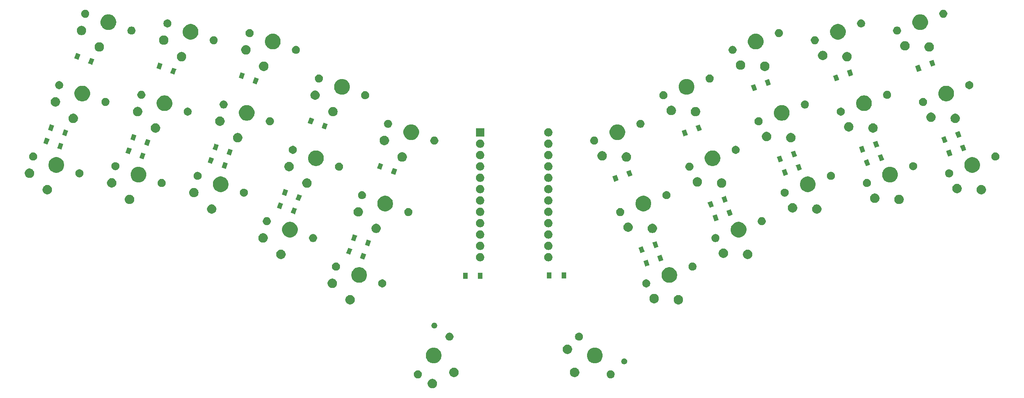
<source format=gbr>
G04 #@! TF.GenerationSoftware,KiCad,Pcbnew,(5.1.4)-1*
G04 #@! TF.CreationDate,2021-02-14T17:08:46-07:00*
G04 #@! TF.ProjectId,ONI-Kyan Shakotan,4f4e492d-4b79-4616-9e20-5368616b6f74,rev?*
G04 #@! TF.SameCoordinates,Original*
G04 #@! TF.FileFunction,Soldermask,Bot*
G04 #@! TF.FilePolarity,Negative*
%FSLAX46Y46*%
G04 Gerber Fmt 4.6, Leading zero omitted, Abs format (unit mm)*
G04 Created by KiCad (PCBNEW (5.1.4)-1) date 2021-02-14 17:08:46*
%MOMM*%
%LPD*%
G04 APERTURE LIST*
%ADD10C,0.150000*%
G04 APERTURE END LIST*
D10*
G36*
X124878595Y-132762204D02*
G01*
X125069864Y-132841430D01*
X125069866Y-132841431D01*
X125242004Y-132956450D01*
X125388396Y-133102842D01*
X125503416Y-133274982D01*
X125582642Y-133466251D01*
X125623031Y-133669299D01*
X125623031Y-133876331D01*
X125582642Y-134079379D01*
X125503416Y-134270648D01*
X125503415Y-134270650D01*
X125388396Y-134442788D01*
X125242004Y-134589180D01*
X125069866Y-134704199D01*
X125069865Y-134704200D01*
X125069864Y-134704200D01*
X124878595Y-134783426D01*
X124675547Y-134823815D01*
X124468515Y-134823815D01*
X124265467Y-134783426D01*
X124074198Y-134704200D01*
X124074197Y-134704200D01*
X124074196Y-134704199D01*
X123902058Y-134589180D01*
X123755666Y-134442788D01*
X123640647Y-134270650D01*
X123640646Y-134270648D01*
X123561420Y-134079379D01*
X123521031Y-133876331D01*
X123521031Y-133669299D01*
X123561420Y-133466251D01*
X123640646Y-133274982D01*
X123755666Y-133102842D01*
X123902058Y-132956450D01*
X124074196Y-132841431D01*
X124074198Y-132841430D01*
X124265467Y-132762204D01*
X124468515Y-132721815D01*
X124675547Y-132721815D01*
X124878595Y-132762204D01*
X124878595Y-132762204D01*
G37*
G36*
X164523844Y-130817172D02*
G01*
X164673144Y-130846869D01*
X164837116Y-130914789D01*
X164984686Y-131013392D01*
X165110185Y-131138891D01*
X165208788Y-131286461D01*
X165276708Y-131450433D01*
X165311332Y-131624504D01*
X165311332Y-131801986D01*
X165276708Y-131976057D01*
X165208788Y-132140029D01*
X165110185Y-132287599D01*
X164984686Y-132413098D01*
X164837116Y-132511701D01*
X164673144Y-132579621D01*
X164523844Y-132609318D01*
X164499074Y-132614245D01*
X164321590Y-132614245D01*
X164296820Y-132609318D01*
X164147520Y-132579621D01*
X163983548Y-132511701D01*
X163835978Y-132413098D01*
X163710479Y-132287599D01*
X163611876Y-132140029D01*
X163543956Y-131976057D01*
X163509332Y-131801986D01*
X163509332Y-131624504D01*
X163543956Y-131450433D01*
X163611876Y-131286461D01*
X163710479Y-131138891D01*
X163835978Y-131013392D01*
X163983548Y-130914789D01*
X164147520Y-130846869D01*
X164296820Y-130817172D01*
X164321590Y-130812245D01*
X164499074Y-130812245D01*
X164523844Y-130817172D01*
X164523844Y-130817172D01*
G37*
G36*
X121453180Y-130817171D02*
G01*
X121602480Y-130846868D01*
X121766452Y-130914788D01*
X121914022Y-131013391D01*
X122039521Y-131138890D01*
X122138124Y-131286460D01*
X122206044Y-131450432D01*
X122240668Y-131624503D01*
X122240668Y-131801985D01*
X122206044Y-131976056D01*
X122138124Y-132140028D01*
X122039521Y-132287598D01*
X121914022Y-132413097D01*
X121766452Y-132511700D01*
X121602480Y-132579620D01*
X121453180Y-132609317D01*
X121428410Y-132614244D01*
X121250926Y-132614244D01*
X121226156Y-132609317D01*
X121076856Y-132579620D01*
X120912884Y-132511700D01*
X120765314Y-132413097D01*
X120639815Y-132287598D01*
X120541212Y-132140028D01*
X120473292Y-131976056D01*
X120438668Y-131801985D01*
X120438668Y-131624503D01*
X120473292Y-131450432D01*
X120541212Y-131286460D01*
X120639815Y-131138890D01*
X120765314Y-131013391D01*
X120912884Y-130914788D01*
X121076856Y-130846868D01*
X121226156Y-130817171D01*
X121250926Y-130812244D01*
X121428410Y-130812244D01*
X121453180Y-130817171D01*
X121453180Y-130817171D01*
G37*
G36*
X156661902Y-130281837D02*
G01*
X156853171Y-130361063D01*
X156853173Y-130361064D01*
X157025310Y-130476082D01*
X157171703Y-130622475D01*
X157286723Y-130794615D01*
X157365949Y-130985884D01*
X157406338Y-131188932D01*
X157406338Y-131395964D01*
X157365949Y-131599012D01*
X157286723Y-131790280D01*
X157286722Y-131790283D01*
X157171703Y-131962421D01*
X157025311Y-132108813D01*
X156853173Y-132223832D01*
X156853172Y-132223833D01*
X156853171Y-132223833D01*
X156661902Y-132303059D01*
X156458854Y-132343448D01*
X156251822Y-132343448D01*
X156048774Y-132303059D01*
X155857505Y-132223833D01*
X155857504Y-132223833D01*
X155857503Y-132223832D01*
X155685365Y-132108813D01*
X155538973Y-131962421D01*
X155423954Y-131790283D01*
X155423953Y-131790280D01*
X155344727Y-131599012D01*
X155304338Y-131395964D01*
X155304338Y-131188932D01*
X155344727Y-130985884D01*
X155423953Y-130794615D01*
X155538973Y-130622475D01*
X155685366Y-130476082D01*
X155857503Y-130361064D01*
X155857505Y-130361063D01*
X156048774Y-130281837D01*
X156251822Y-130241448D01*
X156458854Y-130241448D01*
X156661902Y-130281837D01*
X156661902Y-130281837D01*
G37*
G36*
X129701226Y-130281836D02*
G01*
X129892495Y-130361062D01*
X129892497Y-130361063D01*
X129892498Y-130361064D01*
X130064635Y-130476082D01*
X130211027Y-130622474D01*
X130326047Y-130794614D01*
X130405273Y-130985883D01*
X130445662Y-131188931D01*
X130445662Y-131395963D01*
X130405273Y-131599011D01*
X130394713Y-131624504D01*
X130326046Y-131790282D01*
X130211027Y-131962420D01*
X130064635Y-132108812D01*
X129892497Y-132223831D01*
X129892496Y-132223832D01*
X129892495Y-132223832D01*
X129701226Y-132303058D01*
X129498178Y-132343447D01*
X129291146Y-132343447D01*
X129088098Y-132303058D01*
X128896829Y-132223832D01*
X128896828Y-132223832D01*
X128896827Y-132223831D01*
X128724689Y-132108812D01*
X128578297Y-131962420D01*
X128463278Y-131790282D01*
X128394611Y-131624504D01*
X128384051Y-131599011D01*
X128343662Y-131395963D01*
X128343662Y-131188931D01*
X128384051Y-130985883D01*
X128463277Y-130794614D01*
X128578297Y-130622474D01*
X128724689Y-130476082D01*
X128896826Y-130361064D01*
X128896827Y-130361063D01*
X128896829Y-130361062D01*
X129088098Y-130281836D01*
X129291146Y-130241447D01*
X129498178Y-130241447D01*
X129701226Y-130281836D01*
X129701226Y-130281836D01*
G37*
G36*
X167637628Y-128173062D02*
G01*
X167756102Y-128222136D01*
X167862726Y-128293380D01*
X167953403Y-128384057D01*
X168024647Y-128490681D01*
X168073721Y-128609155D01*
X168098738Y-128734927D01*
X168098738Y-128863163D01*
X168073721Y-128988935D01*
X168024647Y-129107409D01*
X167953403Y-129214033D01*
X167862726Y-129304710D01*
X167756102Y-129375954D01*
X167756101Y-129375955D01*
X167756100Y-129375955D01*
X167637628Y-129425028D01*
X167511857Y-129450045D01*
X167383619Y-129450045D01*
X167257848Y-129425028D01*
X167139376Y-129375955D01*
X167139375Y-129375955D01*
X167139374Y-129375954D01*
X167032750Y-129304710D01*
X166942073Y-129214033D01*
X166870829Y-129107409D01*
X166821755Y-128988935D01*
X166796738Y-128863163D01*
X166796738Y-128734927D01*
X166821755Y-128609155D01*
X166870829Y-128490681D01*
X166942073Y-128384057D01*
X167032750Y-128293380D01*
X167139374Y-128222136D01*
X167257848Y-128173062D01*
X167383619Y-128148045D01*
X167511857Y-128148045D01*
X167637628Y-128173062D01*
X167637628Y-128173062D01*
G37*
G36*
X161272985Y-125793861D02*
G01*
X161385748Y-125816291D01*
X161517741Y-125870964D01*
X161704408Y-125948284D01*
X161991196Y-126139910D01*
X162235091Y-126383805D01*
X162426717Y-126670593D01*
X162473006Y-126782345D01*
X162558710Y-126989253D01*
X162581140Y-127102016D01*
X162626000Y-127327541D01*
X162626000Y-127672461D01*
X162558710Y-128010748D01*
X162426717Y-128329409D01*
X162235091Y-128616197D01*
X161991196Y-128860092D01*
X161704408Y-129051718D01*
X161569962Y-129107407D01*
X161385748Y-129183711D01*
X161272985Y-129206141D01*
X161047460Y-129251001D01*
X160702540Y-129251001D01*
X160477015Y-129206141D01*
X160364252Y-129183711D01*
X160180038Y-129107407D01*
X160045592Y-129051718D01*
X159758804Y-128860092D01*
X159514909Y-128616197D01*
X159323283Y-128329409D01*
X159191290Y-128010748D01*
X159124000Y-127672461D01*
X159124000Y-127327541D01*
X159168860Y-127102016D01*
X159191290Y-126989253D01*
X159276994Y-126782345D01*
X159323283Y-126670593D01*
X159514909Y-126383805D01*
X159758804Y-126139910D01*
X160045592Y-125948284D01*
X160232259Y-125870964D01*
X160364252Y-125816291D01*
X160477015Y-125793861D01*
X160702540Y-125749001D01*
X161047460Y-125749001D01*
X161272985Y-125793861D01*
X161272985Y-125793861D01*
G37*
G36*
X125272985Y-125793860D02*
G01*
X125385748Y-125816290D01*
X125517741Y-125870963D01*
X125704408Y-125948283D01*
X125991196Y-126139909D01*
X126235091Y-126383804D01*
X126426717Y-126670592D01*
X126426717Y-126670593D01*
X126558710Y-126989252D01*
X126569552Y-127043757D01*
X126626000Y-127327540D01*
X126626000Y-127672460D01*
X126581140Y-127897985D01*
X126558710Y-128010748D01*
X126504037Y-128142741D01*
X126426717Y-128329408D01*
X126235091Y-128616196D01*
X125991196Y-128860091D01*
X125704408Y-129051717D01*
X125569955Y-129107409D01*
X125385748Y-129183710D01*
X125272985Y-129206140D01*
X125047460Y-129251000D01*
X124702540Y-129251000D01*
X124477015Y-129206140D01*
X124364252Y-129183710D01*
X124180045Y-129107409D01*
X124045592Y-129051717D01*
X123758804Y-128860091D01*
X123514909Y-128616196D01*
X123323283Y-128329408D01*
X123245963Y-128142741D01*
X123191290Y-128010748D01*
X123168860Y-127897985D01*
X123124000Y-127672460D01*
X123124000Y-127327540D01*
X123180448Y-127043757D01*
X123191290Y-126989252D01*
X123323283Y-126670593D01*
X123323283Y-126670592D01*
X123514909Y-126383804D01*
X123758804Y-126139909D01*
X124045592Y-125948283D01*
X124232259Y-125870963D01*
X124364252Y-125816290D01*
X124477015Y-125793860D01*
X124702540Y-125749000D01*
X125047460Y-125749000D01*
X125272985Y-125793860D01*
X125272985Y-125793860D01*
G37*
G36*
X155056657Y-125101761D02*
G01*
X155247926Y-125180987D01*
X155247928Y-125180988D01*
X155420066Y-125296007D01*
X155566458Y-125442399D01*
X155681478Y-125614539D01*
X155760704Y-125805808D01*
X155801093Y-126008856D01*
X155801093Y-126215888D01*
X155760704Y-126418936D01*
X155681478Y-126610205D01*
X155681477Y-126610207D01*
X155566458Y-126782345D01*
X155420066Y-126928737D01*
X155247928Y-127043756D01*
X155247927Y-127043757D01*
X155247926Y-127043757D01*
X155056657Y-127122983D01*
X154853609Y-127163372D01*
X154646577Y-127163372D01*
X154443529Y-127122983D01*
X154252260Y-127043757D01*
X154252259Y-127043757D01*
X154252258Y-127043756D01*
X154080120Y-126928737D01*
X153933728Y-126782345D01*
X153818709Y-126610207D01*
X153818708Y-126610205D01*
X153739482Y-126418936D01*
X153699093Y-126215888D01*
X153699093Y-126008856D01*
X153739482Y-125805808D01*
X153818708Y-125614539D01*
X153933728Y-125442399D01*
X154080120Y-125296007D01*
X154252258Y-125180988D01*
X154252260Y-125180987D01*
X154443529Y-125101761D01*
X154646577Y-125061372D01*
X154853609Y-125061372D01*
X155056657Y-125101761D01*
X155056657Y-125101761D01*
G37*
G36*
X157453180Y-122390684D02*
G01*
X157602480Y-122420381D01*
X157766452Y-122488301D01*
X157914022Y-122586904D01*
X158039521Y-122712403D01*
X158138124Y-122859973D01*
X158206044Y-123023945D01*
X158240668Y-123198016D01*
X158240668Y-123375498D01*
X158206044Y-123549569D01*
X158138124Y-123713541D01*
X158039521Y-123861111D01*
X157914022Y-123986610D01*
X157766452Y-124085213D01*
X157602480Y-124153133D01*
X157453180Y-124182830D01*
X157428410Y-124187757D01*
X157250926Y-124187757D01*
X157226156Y-124182830D01*
X157076856Y-124153133D01*
X156912884Y-124085213D01*
X156765314Y-123986610D01*
X156639815Y-123861111D01*
X156541212Y-123713541D01*
X156473292Y-123549569D01*
X156438668Y-123375498D01*
X156438668Y-123198016D01*
X156473292Y-123023945D01*
X156541212Y-122859973D01*
X156639815Y-122712403D01*
X156765314Y-122586904D01*
X156912884Y-122488301D01*
X157076856Y-122420381D01*
X157226156Y-122390684D01*
X157250926Y-122385757D01*
X157428410Y-122385757D01*
X157453180Y-122390684D01*
X157453180Y-122390684D01*
G37*
G36*
X128523844Y-122390683D02*
G01*
X128673144Y-122420380D01*
X128837116Y-122488300D01*
X128984686Y-122586903D01*
X129110185Y-122712402D01*
X129208788Y-122859972D01*
X129276708Y-123023944D01*
X129311332Y-123198015D01*
X129311332Y-123375497D01*
X129276708Y-123549568D01*
X129208788Y-123713540D01*
X129110185Y-123861110D01*
X128984686Y-123986609D01*
X128837116Y-124085212D01*
X128673144Y-124153132D01*
X128523844Y-124182829D01*
X128499074Y-124187756D01*
X128321590Y-124187756D01*
X128296820Y-124182829D01*
X128147520Y-124153132D01*
X127983548Y-124085212D01*
X127835978Y-123986609D01*
X127710479Y-123861110D01*
X127611876Y-123713540D01*
X127543956Y-123549568D01*
X127509332Y-123375497D01*
X127509332Y-123198015D01*
X127543956Y-123023944D01*
X127611876Y-122859972D01*
X127710479Y-122712402D01*
X127835978Y-122586903D01*
X127983548Y-122488300D01*
X128147520Y-122420380D01*
X128296820Y-122390683D01*
X128321590Y-122385756D01*
X128499074Y-122385756D01*
X128523844Y-122390683D01*
X128523844Y-122390683D01*
G37*
G36*
X125202855Y-120175557D02*
G01*
X125321329Y-120224631D01*
X125427953Y-120295875D01*
X125518630Y-120386552D01*
X125589874Y-120493176D01*
X125638948Y-120611650D01*
X125663965Y-120737422D01*
X125663965Y-120865658D01*
X125638948Y-120991430D01*
X125589874Y-121109904D01*
X125518630Y-121216528D01*
X125427953Y-121307205D01*
X125321329Y-121378449D01*
X125321328Y-121378450D01*
X125321327Y-121378450D01*
X125202855Y-121427523D01*
X125077084Y-121452540D01*
X124948846Y-121452540D01*
X124823075Y-121427523D01*
X124704603Y-121378450D01*
X124704602Y-121378450D01*
X124704601Y-121378449D01*
X124597977Y-121307205D01*
X124507300Y-121216528D01*
X124436056Y-121109904D01*
X124386982Y-120991430D01*
X124361965Y-120865658D01*
X124361965Y-120737422D01*
X124386982Y-120611650D01*
X124436056Y-120493176D01*
X124507300Y-120386552D01*
X124597977Y-120295875D01*
X124704601Y-120224631D01*
X124823075Y-120175557D01*
X124948846Y-120150540D01*
X125077084Y-120150540D01*
X125202855Y-120175557D01*
X125202855Y-120175557D01*
G37*
G36*
X106508825Y-114016647D02*
G01*
X106700094Y-114095873D01*
X106700096Y-114095874D01*
X106872234Y-114210893D01*
X107018626Y-114357285D01*
X107133644Y-114529421D01*
X107133646Y-114529425D01*
X107212872Y-114720694D01*
X107253261Y-114923742D01*
X107253261Y-115130774D01*
X107212872Y-115333822D01*
X107171387Y-115433976D01*
X107133645Y-115525093D01*
X107018626Y-115697231D01*
X106872234Y-115843623D01*
X106700096Y-115958642D01*
X106700095Y-115958643D01*
X106700094Y-115958643D01*
X106508825Y-116037869D01*
X106305777Y-116078258D01*
X106098745Y-116078258D01*
X105895697Y-116037869D01*
X105704428Y-115958643D01*
X105704427Y-115958643D01*
X105704426Y-115958642D01*
X105532288Y-115843623D01*
X105385896Y-115697231D01*
X105270877Y-115525093D01*
X105233135Y-115433976D01*
X105191650Y-115333822D01*
X105151261Y-115130774D01*
X105151261Y-114923742D01*
X105191650Y-114720694D01*
X105270876Y-114529425D01*
X105270879Y-114529421D01*
X105385896Y-114357285D01*
X105532288Y-114210893D01*
X105704426Y-114095874D01*
X105704428Y-114095873D01*
X105895697Y-114016647D01*
X106098745Y-113976258D01*
X106305777Y-113976258D01*
X106508825Y-114016647D01*
X106508825Y-114016647D01*
G37*
G36*
X179854305Y-114016645D02*
G01*
X180041129Y-114094030D01*
X180045576Y-114095872D01*
X180217714Y-114210891D01*
X180364106Y-114357283D01*
X180479126Y-114529423D01*
X180558352Y-114720692D01*
X180598741Y-114923740D01*
X180598741Y-115130772D01*
X180558352Y-115333820D01*
X180516866Y-115433976D01*
X180479125Y-115525091D01*
X180364106Y-115697229D01*
X180217714Y-115843621D01*
X180045576Y-115958640D01*
X180045575Y-115958641D01*
X180045574Y-115958641D01*
X179854305Y-116037867D01*
X179651257Y-116078256D01*
X179444225Y-116078256D01*
X179241177Y-116037867D01*
X179049908Y-115958641D01*
X179049907Y-115958641D01*
X179049906Y-115958640D01*
X178877768Y-115843621D01*
X178731376Y-115697229D01*
X178616357Y-115525091D01*
X178578616Y-115433976D01*
X178537130Y-115333820D01*
X178496741Y-115130772D01*
X178496741Y-114923740D01*
X178537130Y-114720692D01*
X178616356Y-114529423D01*
X178731376Y-114357283D01*
X178877768Y-114210891D01*
X179049906Y-114095872D01*
X179054353Y-114094030D01*
X179241177Y-114016645D01*
X179444225Y-113976256D01*
X179651257Y-113976256D01*
X179854305Y-114016645D01*
X179854305Y-114016645D01*
G37*
G36*
X174437599Y-113753392D02*
G01*
X174628868Y-113832618D01*
X174628870Y-113832619D01*
X174801008Y-113947638D01*
X174947400Y-114094030D01*
X175062420Y-114266170D01*
X175141646Y-114457439D01*
X175182035Y-114660487D01*
X175182035Y-114867519D01*
X175141646Y-115070567D01*
X175062420Y-115261836D01*
X175062419Y-115261838D01*
X174947400Y-115433976D01*
X174801008Y-115580368D01*
X174628870Y-115695387D01*
X174628869Y-115695388D01*
X174628868Y-115695388D01*
X174437599Y-115774614D01*
X174234551Y-115815003D01*
X174027519Y-115815003D01*
X173824471Y-115774614D01*
X173633202Y-115695388D01*
X173633201Y-115695388D01*
X173633200Y-115695387D01*
X173461062Y-115580368D01*
X173314670Y-115433976D01*
X173199651Y-115261838D01*
X173199650Y-115261836D01*
X173120424Y-115070567D01*
X173080035Y-114867519D01*
X173080035Y-114660487D01*
X173120424Y-114457439D01*
X173199650Y-114266170D01*
X173314670Y-114094030D01*
X173461062Y-113947638D01*
X173633200Y-113832619D01*
X173633202Y-113832618D01*
X173824471Y-113753392D01*
X174027519Y-113713003D01*
X174234551Y-113713003D01*
X174437599Y-113753392D01*
X174437599Y-113753392D01*
G37*
G36*
X102528604Y-110333192D02*
G01*
X102719873Y-110412418D01*
X102719875Y-110412419D01*
X102892013Y-110527438D01*
X103038405Y-110673830D01*
X103151550Y-110843163D01*
X103153425Y-110845970D01*
X103232651Y-111037239D01*
X103273040Y-111240287D01*
X103273040Y-111447319D01*
X103232651Y-111650367D01*
X103153425Y-111841636D01*
X103153424Y-111841638D01*
X103038405Y-112013776D01*
X102892013Y-112160168D01*
X102719875Y-112275187D01*
X102719874Y-112275188D01*
X102719873Y-112275188D01*
X102528604Y-112354414D01*
X102325556Y-112394803D01*
X102118524Y-112394803D01*
X101915476Y-112354414D01*
X101724207Y-112275188D01*
X101724206Y-112275188D01*
X101724205Y-112275187D01*
X101552067Y-112160168D01*
X101405675Y-112013776D01*
X101290656Y-111841638D01*
X101290655Y-111841636D01*
X101211429Y-111650367D01*
X101171040Y-111447319D01*
X101171040Y-111240287D01*
X101211429Y-111037239D01*
X101290655Y-110845970D01*
X101292531Y-110843163D01*
X101405675Y-110673830D01*
X101552067Y-110527438D01*
X101724205Y-110412419D01*
X101724207Y-110412418D01*
X101915476Y-110333192D01*
X102118524Y-110292803D01*
X102325556Y-110292803D01*
X102528604Y-110333192D01*
X102528604Y-110333192D01*
G37*
G36*
X113502001Y-110468110D02*
G01*
X113651301Y-110497807D01*
X113815273Y-110565727D01*
X113962843Y-110664330D01*
X114088342Y-110789829D01*
X114186945Y-110937399D01*
X114254865Y-111101371D01*
X114281260Y-111234070D01*
X114289489Y-111275439D01*
X114289489Y-111452924D01*
X114254865Y-111626995D01*
X114186945Y-111790967D01*
X114088342Y-111938537D01*
X113962843Y-112064036D01*
X113815273Y-112162639D01*
X113651301Y-112230559D01*
X113502001Y-112260256D01*
X113477231Y-112265183D01*
X113299747Y-112265183D01*
X113274977Y-112260256D01*
X113125677Y-112230559D01*
X112961705Y-112162639D01*
X112814135Y-112064036D01*
X112688636Y-111938537D01*
X112590033Y-111790967D01*
X112522113Y-111626995D01*
X112487489Y-111452924D01*
X112487489Y-111275442D01*
X112487490Y-111275439D01*
X112495718Y-111234070D01*
X112522113Y-111101371D01*
X112590033Y-110937399D01*
X112688636Y-110789829D01*
X112814135Y-110664330D01*
X112961705Y-110565727D01*
X113125677Y-110497807D01*
X113274977Y-110468110D01*
X113299747Y-110463183D01*
X113477231Y-110463183D01*
X113502001Y-110468110D01*
X113502001Y-110468110D01*
G37*
G36*
X172475025Y-110468108D02*
G01*
X172624325Y-110497805D01*
X172788297Y-110565725D01*
X172935867Y-110664328D01*
X173061366Y-110789827D01*
X173159969Y-110937397D01*
X173227889Y-111101369D01*
X173255521Y-111240287D01*
X173262513Y-111275439D01*
X173262513Y-111452923D01*
X173257586Y-111477693D01*
X173227889Y-111626993D01*
X173159969Y-111790965D01*
X173061366Y-111938535D01*
X172935867Y-112064034D01*
X172788297Y-112162637D01*
X172624325Y-112230557D01*
X172475025Y-112260254D01*
X172450255Y-112265181D01*
X172272771Y-112265181D01*
X172248001Y-112260254D01*
X172098701Y-112230557D01*
X171934729Y-112162637D01*
X171787159Y-112064034D01*
X171661660Y-111938535D01*
X171563057Y-111790965D01*
X171495137Y-111626993D01*
X171465440Y-111477693D01*
X171460513Y-111452923D01*
X171460513Y-111275439D01*
X171467505Y-111240287D01*
X171495137Y-111101369D01*
X171563057Y-110937397D01*
X171661660Y-110789827D01*
X171787159Y-110664328D01*
X171934729Y-110565725D01*
X172098701Y-110497805D01*
X172248001Y-110468108D01*
X172272771Y-110463181D01*
X172450255Y-110463181D01*
X172475025Y-110468108D01*
X172475025Y-110468108D01*
G37*
G36*
X108618165Y-107776932D02*
G01*
X108730928Y-107799362D01*
X108862921Y-107854035D01*
X109049588Y-107931355D01*
X109336376Y-108122981D01*
X109580271Y-108366876D01*
X109771897Y-108653664D01*
X109849217Y-108840331D01*
X109903890Y-108972323D01*
X109903890Y-108972325D01*
X109971180Y-109310610D01*
X109971180Y-109655530D01*
X109903891Y-109993817D01*
X109903890Y-109993819D01*
X109771897Y-110312480D01*
X109580271Y-110599268D01*
X109336376Y-110843163D01*
X109049588Y-111034789D01*
X108862921Y-111112109D01*
X108730928Y-111166782D01*
X108618165Y-111189212D01*
X108392640Y-111234072D01*
X108047720Y-111234072D01*
X107822195Y-111189212D01*
X107709432Y-111166782D01*
X107577439Y-111112109D01*
X107390772Y-111034789D01*
X107103984Y-110843163D01*
X106860089Y-110599268D01*
X106668463Y-110312480D01*
X106536470Y-109993819D01*
X106536470Y-109993817D01*
X106469180Y-109655530D01*
X106469180Y-109310614D01*
X106469181Y-109310610D01*
X106536470Y-108972325D01*
X106536471Y-108972323D01*
X106591143Y-108840331D01*
X106668463Y-108653664D01*
X106860089Y-108366876D01*
X107103984Y-108122981D01*
X107390772Y-107931355D01*
X107577439Y-107854035D01*
X107709432Y-107799362D01*
X107822195Y-107776932D01*
X108047720Y-107732072D01*
X108392640Y-107732072D01*
X108618165Y-107776932D01*
X108618165Y-107776932D01*
G37*
G36*
X177927807Y-107776930D02*
G01*
X178040570Y-107799360D01*
X178172563Y-107854033D01*
X178359230Y-107931353D01*
X178646018Y-108122979D01*
X178889913Y-108366874D01*
X179081539Y-108653662D01*
X179158859Y-108840329D01*
X179213532Y-108972322D01*
X179235962Y-109085085D01*
X179280822Y-109310610D01*
X179280822Y-109655530D01*
X179235962Y-109881055D01*
X179213532Y-109993818D01*
X179213531Y-109993820D01*
X179081539Y-110312478D01*
X178889913Y-110599266D01*
X178646018Y-110843161D01*
X178359230Y-111034787D01*
X178198481Y-111101371D01*
X178040570Y-111166780D01*
X177927807Y-111189210D01*
X177702282Y-111234070D01*
X177357362Y-111234070D01*
X177131837Y-111189210D01*
X177019074Y-111166780D01*
X176861163Y-111101371D01*
X176700414Y-111034787D01*
X176413626Y-110843161D01*
X176169731Y-110599266D01*
X175978105Y-110312478D01*
X175846113Y-109993820D01*
X175846112Y-109993818D01*
X175823682Y-109881055D01*
X175778822Y-109655530D01*
X175778822Y-109310610D01*
X175823682Y-109085085D01*
X175846112Y-108972322D01*
X175900785Y-108840329D01*
X175978105Y-108653662D01*
X176169731Y-108366874D01*
X176413626Y-108122979D01*
X176700414Y-107931353D01*
X176887081Y-107854033D01*
X177019074Y-107799360D01*
X177131837Y-107776930D01*
X177357362Y-107732070D01*
X177702282Y-107732070D01*
X177927807Y-107776930D01*
X177927807Y-107776930D01*
G37*
G36*
X135777289Y-110321597D02*
G01*
X134775289Y-110321597D01*
X134775289Y-109019597D01*
X135777289Y-109019597D01*
X135777289Y-110321597D01*
X135777289Y-110321597D01*
G37*
G36*
X132477289Y-110321597D02*
G01*
X131475289Y-110321597D01*
X131475289Y-109019597D01*
X132477289Y-109019597D01*
X132477289Y-110321597D01*
X132477289Y-110321597D01*
G37*
G36*
X151177289Y-110252773D02*
G01*
X150175289Y-110252773D01*
X150175289Y-108950773D01*
X151177289Y-108950773D01*
X151177289Y-110252773D01*
X151177289Y-110252773D01*
G37*
G36*
X154477289Y-110252773D02*
G01*
X153475289Y-110252773D01*
X153475289Y-108950773D01*
X154477289Y-108950773D01*
X154477289Y-110252773D01*
X154477289Y-110252773D01*
G37*
G36*
X103165383Y-106705888D02*
G01*
X103314683Y-106735585D01*
X103478655Y-106803505D01*
X103626225Y-106902108D01*
X103751724Y-107027607D01*
X103850327Y-107175177D01*
X103918247Y-107339149D01*
X103947944Y-107488449D01*
X103952871Y-107513217D01*
X103952871Y-107690702D01*
X103918247Y-107864773D01*
X103850327Y-108028745D01*
X103751724Y-108176315D01*
X103626225Y-108301814D01*
X103478655Y-108400417D01*
X103314683Y-108468337D01*
X103165383Y-108498034D01*
X103140613Y-108502961D01*
X102963129Y-108502961D01*
X102938359Y-108498034D01*
X102789059Y-108468337D01*
X102625087Y-108400417D01*
X102477517Y-108301814D01*
X102352018Y-108176315D01*
X102253415Y-108028745D01*
X102185495Y-107864773D01*
X102150871Y-107690702D01*
X102150871Y-107513220D01*
X102150872Y-107513217D01*
X102155798Y-107488449D01*
X102185495Y-107339149D01*
X102253415Y-107175177D01*
X102352018Y-107027607D01*
X102477517Y-106902108D01*
X102625087Y-106803505D01*
X102789059Y-106735585D01*
X102938359Y-106705888D01*
X102963129Y-106700961D01*
X103140613Y-106700961D01*
X103165383Y-106705888D01*
X103165383Y-106705888D01*
G37*
G36*
X182811643Y-106705886D02*
G01*
X182960943Y-106735583D01*
X183124915Y-106803503D01*
X183272485Y-106902106D01*
X183397984Y-107027605D01*
X183496587Y-107175175D01*
X183564507Y-107339147D01*
X183594204Y-107488447D01*
X183599131Y-107513217D01*
X183599131Y-107690701D01*
X183594204Y-107715471D01*
X183564507Y-107864771D01*
X183496587Y-108028743D01*
X183397984Y-108176313D01*
X183272485Y-108301812D01*
X183124915Y-108400415D01*
X182960943Y-108468335D01*
X182811643Y-108498032D01*
X182786873Y-108502959D01*
X182609389Y-108502959D01*
X182584619Y-108498032D01*
X182435319Y-108468335D01*
X182271347Y-108400415D01*
X182123777Y-108301812D01*
X181998278Y-108176313D01*
X181899675Y-108028743D01*
X181831755Y-107864771D01*
X181802058Y-107715471D01*
X181797131Y-107690701D01*
X181797131Y-107513217D01*
X181802058Y-107488447D01*
X181831755Y-107339147D01*
X181899675Y-107175175D01*
X181998278Y-107027605D01*
X182123777Y-106902106D01*
X182271347Y-106803503D01*
X182435319Y-106735583D01*
X182584619Y-106705886D01*
X182609389Y-106700959D01*
X182786873Y-106700959D01*
X182811643Y-106705886D01*
X182811643Y-106705886D01*
G37*
G36*
X173104875Y-107263646D02*
G01*
X172419184Y-107513217D01*
X172163304Y-107606350D01*
X172163303Y-107606350D01*
X171717993Y-106382870D01*
X172494098Y-106100391D01*
X172659564Y-106040166D01*
X172659565Y-106040166D01*
X173104875Y-107263646D01*
X173104875Y-107263646D01*
G37*
G36*
X176076570Y-105779755D02*
G01*
X176193272Y-106100390D01*
X176205861Y-106134980D01*
X175667201Y-106331036D01*
X175264290Y-106477684D01*
X175264289Y-106477684D01*
X174878574Y-105417940D01*
X174818979Y-105254205D01*
X174818979Y-105254204D01*
X175570379Y-104980717D01*
X175760550Y-104911500D01*
X175760551Y-104911500D01*
X176076570Y-105779755D01*
X176076570Y-105779755D01*
G37*
G36*
X150765483Y-104617607D02*
G01*
X150934240Y-104687508D01*
X151086118Y-104788990D01*
X151215282Y-104918154D01*
X151316764Y-105070032D01*
X151386665Y-105238789D01*
X151422300Y-105417940D01*
X151422300Y-105600604D01*
X151386665Y-105779755D01*
X151316764Y-105948512D01*
X151215282Y-106100390D01*
X151086118Y-106229554D01*
X150934240Y-106331036D01*
X150765483Y-106400937D01*
X150586332Y-106436572D01*
X150403668Y-106436572D01*
X150224517Y-106400937D01*
X150055760Y-106331036D01*
X149903882Y-106229554D01*
X149774718Y-106100390D01*
X149673236Y-105948512D01*
X149603335Y-105779755D01*
X149567700Y-105600604D01*
X149567700Y-105417940D01*
X149603335Y-105238789D01*
X149673236Y-105070032D01*
X149774718Y-104918154D01*
X149903882Y-104788990D01*
X150055760Y-104687508D01*
X150224517Y-104617607D01*
X150403668Y-104581972D01*
X150586332Y-104581972D01*
X150765483Y-104617607D01*
X150765483Y-104617607D01*
G37*
G36*
X135525483Y-104617607D02*
G01*
X135694240Y-104687508D01*
X135846118Y-104788990D01*
X135975282Y-104918154D01*
X136076764Y-105070032D01*
X136146665Y-105238789D01*
X136182300Y-105417940D01*
X136182300Y-105600604D01*
X136146665Y-105779755D01*
X136076764Y-105948512D01*
X135975282Y-106100390D01*
X135846118Y-106229554D01*
X135694240Y-106331036D01*
X135525483Y-106400937D01*
X135346332Y-106436572D01*
X135163668Y-106436572D01*
X134984517Y-106400937D01*
X134815760Y-106331036D01*
X134663882Y-106229554D01*
X134534718Y-106100390D01*
X134433236Y-105948512D01*
X134363335Y-105779755D01*
X134327700Y-105600604D01*
X134327700Y-105417940D01*
X134363335Y-105238789D01*
X134433236Y-105070032D01*
X134534718Y-104918154D01*
X134663882Y-104788990D01*
X134815760Y-104687508D01*
X134984517Y-104617607D01*
X135163668Y-104581972D01*
X135346332Y-104581972D01*
X135525483Y-104617607D01*
X135525483Y-104617607D01*
G37*
G36*
X109052949Y-104570638D02*
G01*
X109803390Y-104843776D01*
X109803390Y-104843777D01*
X109684561Y-105170258D01*
X109358080Y-106067256D01*
X109358079Y-106067256D01*
X109031836Y-105948513D01*
X108416508Y-105724552D01*
X108427786Y-105693567D01*
X108543722Y-105375034D01*
X108861818Y-104501072D01*
X108861819Y-104501072D01*
X109052949Y-104570638D01*
X109052949Y-104570638D01*
G37*
G36*
X91047945Y-103866591D02*
G01*
X91239214Y-103945817D01*
X91239216Y-103945818D01*
X91411353Y-104060836D01*
X91557746Y-104207229D01*
X91672766Y-104379369D01*
X91751992Y-104570638D01*
X91792381Y-104773686D01*
X91792381Y-104980718D01*
X91751992Y-105183766D01*
X91672766Y-105375034D01*
X91672765Y-105375037D01*
X91557746Y-105547175D01*
X91411354Y-105693567D01*
X91239216Y-105808586D01*
X91239215Y-105808587D01*
X91239214Y-105808587D01*
X91047945Y-105887813D01*
X90844897Y-105928202D01*
X90637865Y-105928202D01*
X90434817Y-105887813D01*
X90243548Y-105808587D01*
X90243547Y-105808587D01*
X90243546Y-105808586D01*
X90071408Y-105693567D01*
X89925016Y-105547175D01*
X89809997Y-105375037D01*
X89809996Y-105375034D01*
X89730770Y-105183766D01*
X89690381Y-104980718D01*
X89690381Y-104773686D01*
X89730770Y-104570638D01*
X89809996Y-104379369D01*
X89925016Y-104207229D01*
X90071409Y-104060836D01*
X90243546Y-103945818D01*
X90243548Y-103945817D01*
X90434817Y-103866591D01*
X90637865Y-103826202D01*
X90844897Y-103826202D01*
X91047945Y-103866591D01*
X91047945Y-103866591D01*
G37*
G36*
X195315185Y-103866590D02*
G01*
X195502009Y-103943975D01*
X195506456Y-103945817D01*
X195506457Y-103945818D01*
X195678594Y-104060836D01*
X195824986Y-104207228D01*
X195940006Y-104379368D01*
X196019232Y-104570637D01*
X196059621Y-104773685D01*
X196059621Y-104980717D01*
X196019232Y-105183765D01*
X195977746Y-105283921D01*
X195940005Y-105375036D01*
X195824986Y-105547174D01*
X195678594Y-105693566D01*
X195506456Y-105808585D01*
X195506455Y-105808586D01*
X195506454Y-105808586D01*
X195315185Y-105887812D01*
X195112137Y-105928201D01*
X194905105Y-105928201D01*
X194702057Y-105887812D01*
X194510788Y-105808586D01*
X194510787Y-105808586D01*
X194510786Y-105808585D01*
X194338648Y-105693566D01*
X194192256Y-105547174D01*
X194077237Y-105375036D01*
X194039496Y-105283921D01*
X193998010Y-105183765D01*
X193957621Y-104980717D01*
X193957621Y-104773685D01*
X193998010Y-104570637D01*
X194077236Y-104379368D01*
X194192256Y-104207228D01*
X194338648Y-104060836D01*
X194510785Y-103945818D01*
X194510786Y-103945817D01*
X194515233Y-103943975D01*
X194702057Y-103866590D01*
X194905105Y-103826201D01*
X195112137Y-103826201D01*
X195315185Y-103866590D01*
X195315185Y-103866590D01*
G37*
G36*
X189898479Y-103603337D02*
G01*
X190089748Y-103682563D01*
X190089750Y-103682564D01*
X190138460Y-103715111D01*
X190261888Y-103797583D01*
X190408280Y-103943975D01*
X190523300Y-104116115D01*
X190602526Y-104307384D01*
X190642915Y-104510432D01*
X190642915Y-104717464D01*
X190602526Y-104920512D01*
X190540593Y-105070031D01*
X190523299Y-105111783D01*
X190408280Y-105283921D01*
X190261888Y-105430313D01*
X190089750Y-105545332D01*
X190089749Y-105545333D01*
X190089748Y-105545333D01*
X189898479Y-105624559D01*
X189695431Y-105664948D01*
X189488399Y-105664948D01*
X189285351Y-105624559D01*
X189094082Y-105545333D01*
X189094081Y-105545333D01*
X189094080Y-105545332D01*
X188921942Y-105430313D01*
X188775550Y-105283921D01*
X188660531Y-105111783D01*
X188643237Y-105070031D01*
X188581304Y-104920512D01*
X188540915Y-104717464D01*
X188540915Y-104510432D01*
X188581304Y-104307384D01*
X188660530Y-104116115D01*
X188775550Y-103943975D01*
X188921942Y-103797583D01*
X189045370Y-103715111D01*
X189094080Y-103682564D01*
X189094082Y-103682563D01*
X189285351Y-103603337D01*
X189488399Y-103562948D01*
X189695431Y-103562948D01*
X189898479Y-103603337D01*
X189898479Y-103603337D01*
G37*
G36*
X106012088Y-103463855D02*
G01*
X106702404Y-103715110D01*
X106702404Y-103715111D01*
X106647269Y-103866592D01*
X106257094Y-104938590D01*
X106257093Y-104938590D01*
X105996595Y-104843776D01*
X105315522Y-104595886D01*
X105324712Y-104570638D01*
X105434728Y-104268371D01*
X105760832Y-103372406D01*
X105760833Y-103372406D01*
X106012088Y-103463855D01*
X106012088Y-103463855D01*
G37*
G36*
X171840951Y-103791036D02*
G01*
X171992433Y-104207228D01*
X172014687Y-104268372D01*
X171349632Y-104510432D01*
X171073116Y-104611076D01*
X171073115Y-104611076D01*
X170735164Y-103682563D01*
X170627805Y-103387597D01*
X170627805Y-103387596D01*
X171494931Y-103071988D01*
X171569376Y-103044892D01*
X171569377Y-103044892D01*
X171840951Y-103791036D01*
X171840951Y-103791036D01*
G37*
G36*
X150765483Y-102077607D02*
G01*
X150934240Y-102147508D01*
X151086118Y-102248990D01*
X151215282Y-102378154D01*
X151316764Y-102530032D01*
X151386665Y-102698789D01*
X151422300Y-102877940D01*
X151422300Y-103060604D01*
X151386665Y-103239755D01*
X151316764Y-103408512D01*
X151215282Y-103560390D01*
X151086118Y-103689554D01*
X150934240Y-103791036D01*
X150765483Y-103860937D01*
X150586332Y-103896572D01*
X150403668Y-103896572D01*
X150224517Y-103860937D01*
X150055760Y-103791036D01*
X149903882Y-103689554D01*
X149774718Y-103560390D01*
X149673236Y-103408512D01*
X149603335Y-103239755D01*
X149567700Y-103060604D01*
X149567700Y-102877940D01*
X149603335Y-102698789D01*
X149673236Y-102530032D01*
X149774718Y-102378154D01*
X149903882Y-102248990D01*
X150055760Y-102147508D01*
X150224517Y-102077607D01*
X150403668Y-102041972D01*
X150586332Y-102041972D01*
X150765483Y-102077607D01*
X150765483Y-102077607D01*
G37*
G36*
X135525483Y-102077607D02*
G01*
X135694240Y-102147508D01*
X135846118Y-102248990D01*
X135975282Y-102378154D01*
X136076764Y-102530032D01*
X136146665Y-102698789D01*
X136182300Y-102877940D01*
X136182300Y-103060604D01*
X136146665Y-103239755D01*
X136076764Y-103408512D01*
X135975282Y-103560390D01*
X135846118Y-103689554D01*
X135694240Y-103791036D01*
X135525483Y-103860937D01*
X135346332Y-103896572D01*
X135163668Y-103896572D01*
X134984517Y-103860937D01*
X134815760Y-103791036D01*
X134663882Y-103689554D01*
X134534718Y-103560390D01*
X134433236Y-103408512D01*
X134363335Y-103239755D01*
X134327700Y-103060604D01*
X134327700Y-102877940D01*
X134363335Y-102698789D01*
X134433236Y-102530032D01*
X134534718Y-102378154D01*
X134663882Y-102248990D01*
X134815760Y-102147508D01*
X134984517Y-102077607D01*
X135163668Y-102041972D01*
X135346332Y-102041972D01*
X135525483Y-102077607D01*
X135525483Y-102077607D01*
G37*
G36*
X174893770Y-102530032D02*
G01*
X175086883Y-103060604D01*
X175115673Y-103139706D01*
X174434600Y-103387596D01*
X174174102Y-103482410D01*
X174174101Y-103482410D01*
X173772185Y-102378154D01*
X173728791Y-102258931D01*
X173728791Y-102258930D01*
X174595917Y-101943322D01*
X174670362Y-101916226D01*
X174670363Y-101916226D01*
X174893770Y-102530032D01*
X174893770Y-102530032D01*
G37*
G36*
X110203265Y-101597253D02*
G01*
X110893581Y-101848508D01*
X110893581Y-101848509D01*
X110869752Y-101913978D01*
X110448271Y-103071988D01*
X110448270Y-103071988D01*
X110197015Y-102980539D01*
X109506699Y-102729284D01*
X109952009Y-101505804D01*
X109952010Y-101505804D01*
X110203265Y-101597253D01*
X110203265Y-101597253D01*
G37*
G36*
X87067724Y-100183136D02*
G01*
X87258993Y-100262362D01*
X87258995Y-100262363D01*
X87431133Y-100377382D01*
X87577525Y-100523774D01*
X87690670Y-100693107D01*
X87692545Y-100695914D01*
X87771771Y-100887183D01*
X87812160Y-101090231D01*
X87812160Y-101297263D01*
X87771771Y-101500311D01*
X87692545Y-101691580D01*
X87692544Y-101691582D01*
X87577525Y-101863720D01*
X87431133Y-102010112D01*
X87258995Y-102125131D01*
X87258994Y-102125132D01*
X87258993Y-102125132D01*
X87067724Y-102204358D01*
X86864676Y-102244747D01*
X86657644Y-102244747D01*
X86454596Y-102204358D01*
X86263327Y-102125132D01*
X86263326Y-102125132D01*
X86263325Y-102125131D01*
X86091187Y-102010112D01*
X85944795Y-101863720D01*
X85829776Y-101691582D01*
X85829775Y-101691580D01*
X85750549Y-101500311D01*
X85710160Y-101297263D01*
X85710160Y-101090231D01*
X85750549Y-100887183D01*
X85829775Y-100695914D01*
X85831651Y-100693107D01*
X85944795Y-100523774D01*
X86091187Y-100377382D01*
X86263325Y-100262363D01*
X86263327Y-100262362D01*
X86454596Y-100183136D01*
X86657644Y-100142747D01*
X86864676Y-100142747D01*
X87067724Y-100183136D01*
X87067724Y-100183136D01*
G37*
G36*
X98041121Y-100318054D02*
G01*
X98190421Y-100347751D01*
X98354393Y-100415671D01*
X98501963Y-100514274D01*
X98627462Y-100639773D01*
X98726065Y-100787343D01*
X98793985Y-100951315D01*
X98828609Y-101125386D01*
X98828609Y-101302868D01*
X98793985Y-101476939D01*
X98726065Y-101640911D01*
X98627462Y-101788481D01*
X98501963Y-101913980D01*
X98354393Y-102012583D01*
X98190421Y-102080503D01*
X98041121Y-102110200D01*
X98016351Y-102115127D01*
X97838867Y-102115127D01*
X97814097Y-102110200D01*
X97664797Y-102080503D01*
X97500825Y-102012583D01*
X97353255Y-101913980D01*
X97227756Y-101788481D01*
X97129153Y-101640911D01*
X97061233Y-101476939D01*
X97026609Y-101302868D01*
X97026609Y-101125386D01*
X97061233Y-100951315D01*
X97129153Y-100787343D01*
X97227756Y-100639773D01*
X97353255Y-100514274D01*
X97500825Y-100415671D01*
X97664797Y-100347751D01*
X97814097Y-100318054D01*
X97838867Y-100313127D01*
X98016351Y-100313127D01*
X98041121Y-100318054D01*
X98041121Y-100318054D01*
G37*
G36*
X187935905Y-100318053D02*
G01*
X188085205Y-100347750D01*
X188249177Y-100415670D01*
X188396747Y-100514273D01*
X188522246Y-100639772D01*
X188620849Y-100787342D01*
X188688769Y-100951314D01*
X188723393Y-101125385D01*
X188723393Y-101302867D01*
X188688769Y-101476938D01*
X188620849Y-101640910D01*
X188522246Y-101788480D01*
X188396747Y-101913979D01*
X188249177Y-102012582D01*
X188085205Y-102080502D01*
X187935905Y-102110199D01*
X187911135Y-102115126D01*
X187733651Y-102115126D01*
X187708881Y-102110199D01*
X187559581Y-102080502D01*
X187395609Y-102012582D01*
X187248039Y-101913979D01*
X187122540Y-101788480D01*
X187023937Y-101640910D01*
X186956017Y-101476938D01*
X186921393Y-101302867D01*
X186921393Y-101125385D01*
X186956017Y-100951314D01*
X187023937Y-100787342D01*
X187122540Y-100639772D01*
X187248039Y-100514273D01*
X187395609Y-100415670D01*
X187559581Y-100347750D01*
X187708881Y-100318053D01*
X187733651Y-100313126D01*
X187911135Y-100313126D01*
X187935905Y-100318053D01*
X187935905Y-100318053D01*
G37*
G36*
X106956889Y-100415670D02*
G01*
X107792595Y-100719842D01*
X107792595Y-100719843D01*
X107684538Y-101016726D01*
X107347285Y-101943322D01*
X107347284Y-101943322D01*
X106921863Y-101788481D01*
X106405713Y-101600618D01*
X106442222Y-101500311D01*
X106618233Y-101016725D01*
X106851023Y-100377138D01*
X106851024Y-100377138D01*
X106956889Y-100415670D01*
X106956889Y-100415670D01*
G37*
G36*
X135525483Y-99537607D02*
G01*
X135694240Y-99607508D01*
X135846118Y-99708990D01*
X135975282Y-99838154D01*
X136076764Y-99990032D01*
X136146665Y-100158789D01*
X136182300Y-100337940D01*
X136182300Y-100520604D01*
X136146665Y-100699755D01*
X136076764Y-100868512D01*
X135975282Y-101020390D01*
X135846118Y-101149554D01*
X135694240Y-101251036D01*
X135525483Y-101320937D01*
X135346332Y-101356572D01*
X135163668Y-101356572D01*
X134984517Y-101320937D01*
X134815760Y-101251036D01*
X134663882Y-101149554D01*
X134534718Y-101020390D01*
X134433236Y-100868512D01*
X134363335Y-100699755D01*
X134327700Y-100520604D01*
X134327700Y-100337940D01*
X134363335Y-100158789D01*
X134433236Y-99990032D01*
X134534718Y-99838154D01*
X134663882Y-99708990D01*
X134815760Y-99607508D01*
X134984517Y-99537607D01*
X135163668Y-99501972D01*
X135346332Y-99501972D01*
X135525483Y-99537607D01*
X135525483Y-99537607D01*
G37*
G36*
X150765483Y-99537607D02*
G01*
X150934240Y-99607508D01*
X151086118Y-99708990D01*
X151215282Y-99838154D01*
X151316764Y-99990032D01*
X151386665Y-100158789D01*
X151422300Y-100337940D01*
X151422300Y-100520604D01*
X151386665Y-100699755D01*
X151316764Y-100868512D01*
X151215282Y-101020390D01*
X151086118Y-101149554D01*
X150934240Y-101251036D01*
X150765483Y-101320937D01*
X150586332Y-101356572D01*
X150403668Y-101356572D01*
X150224517Y-101320937D01*
X150055760Y-101251036D01*
X149903882Y-101149554D01*
X149774718Y-101020390D01*
X149673236Y-100868512D01*
X149603335Y-100699755D01*
X149567700Y-100520604D01*
X149567700Y-100337940D01*
X149603335Y-100158789D01*
X149673236Y-99990032D01*
X149774718Y-99838154D01*
X149903882Y-99708990D01*
X150055760Y-99607508D01*
X150224517Y-99537607D01*
X150403668Y-99501972D01*
X150586332Y-99501972D01*
X150765483Y-99537607D01*
X150765483Y-99537607D01*
G37*
G36*
X93116629Y-97618789D02*
G01*
X93270048Y-97649306D01*
X93402041Y-97703979D01*
X93588708Y-97781299D01*
X93875496Y-97972925D01*
X94119391Y-98216820D01*
X94311017Y-98503608D01*
X94354901Y-98609554D01*
X94443010Y-98822267D01*
X94443010Y-98822269D01*
X94510300Y-99160556D01*
X94510300Y-99505476D01*
X94501380Y-99550319D01*
X94451747Y-99799842D01*
X94443010Y-99843763D01*
X94311017Y-100162424D01*
X94119391Y-100449212D01*
X93875496Y-100693107D01*
X93588708Y-100884733D01*
X93402041Y-100962053D01*
X93270048Y-101016726D01*
X93157285Y-101039156D01*
X92931760Y-101084016D01*
X92586840Y-101084016D01*
X92361315Y-101039156D01*
X92248552Y-101016726D01*
X92116559Y-100962053D01*
X91929892Y-100884733D01*
X91643104Y-100693107D01*
X91399209Y-100449212D01*
X91207583Y-100162424D01*
X91075590Y-99843763D01*
X91066854Y-99799842D01*
X91017220Y-99550319D01*
X91008300Y-99505476D01*
X91008300Y-99160556D01*
X91075590Y-98822269D01*
X91075591Y-98822267D01*
X91163699Y-98609554D01*
X91207583Y-98503608D01*
X91399209Y-98216820D01*
X91643104Y-97972925D01*
X91929892Y-97781299D01*
X92116559Y-97703979D01*
X92248552Y-97649306D01*
X92401971Y-97618789D01*
X92586840Y-97582016D01*
X92931760Y-97582016D01*
X93116629Y-97618789D01*
X93116629Y-97618789D01*
G37*
G36*
X193348036Y-97618789D02*
G01*
X193501450Y-97649305D01*
X193633443Y-97703978D01*
X193820110Y-97781298D01*
X194106898Y-97972924D01*
X194350793Y-98216819D01*
X194542419Y-98503607D01*
X194542419Y-98503608D01*
X194657293Y-98780937D01*
X194674412Y-98822268D01*
X194741702Y-99160555D01*
X194741702Y-99505475D01*
X194721406Y-99607508D01*
X194674412Y-99843763D01*
X194664021Y-99868849D01*
X194542419Y-100162423D01*
X194350793Y-100449211D01*
X194106898Y-100693106D01*
X193820110Y-100884732D01*
X193659361Y-100951316D01*
X193501450Y-101016725D01*
X193388687Y-101039155D01*
X193163162Y-101084015D01*
X192818242Y-101084015D01*
X192592717Y-101039155D01*
X192479954Y-101016725D01*
X192322043Y-100951316D01*
X192161294Y-100884732D01*
X191874506Y-100693106D01*
X191630611Y-100449211D01*
X191438985Y-100162423D01*
X191317383Y-99868849D01*
X191306992Y-99843763D01*
X191259998Y-99607508D01*
X191239702Y-99505475D01*
X191239702Y-99160555D01*
X191306992Y-98822268D01*
X191324112Y-98780937D01*
X191438985Y-98503608D01*
X191438985Y-98503607D01*
X191630611Y-98216819D01*
X191874506Y-97972924D01*
X192161294Y-97781298D01*
X192347961Y-97703978D01*
X192479954Y-97649305D01*
X192633368Y-97618789D01*
X192818242Y-97582015D01*
X193163162Y-97582015D01*
X193348036Y-97618789D01*
X193348036Y-97618789D01*
G37*
G36*
X174039963Y-98041873D02*
G01*
X174226787Y-98119258D01*
X174231234Y-98121100D01*
X174374489Y-98216820D01*
X174403372Y-98236119D01*
X174549764Y-98382511D01*
X174664784Y-98554651D01*
X174744010Y-98745920D01*
X174784399Y-98948968D01*
X174784399Y-99156000D01*
X174744010Y-99359048D01*
X174664784Y-99550317D01*
X174664783Y-99550319D01*
X174549764Y-99722457D01*
X174403372Y-99868849D01*
X174231234Y-99983868D01*
X174231233Y-99983869D01*
X174231232Y-99983869D01*
X174039963Y-100063095D01*
X173836915Y-100103484D01*
X173629883Y-100103484D01*
X173426835Y-100063095D01*
X173235566Y-99983869D01*
X173235565Y-99983869D01*
X173235564Y-99983868D01*
X173063426Y-99868849D01*
X172917034Y-99722457D01*
X172802015Y-99550319D01*
X172802014Y-99550317D01*
X172722788Y-99359048D01*
X172682399Y-99156000D01*
X172682399Y-98948968D01*
X172722788Y-98745920D01*
X172802014Y-98554651D01*
X172917034Y-98382511D01*
X173063426Y-98236119D01*
X173092309Y-98216820D01*
X173235564Y-98121100D01*
X173240011Y-98119258D01*
X173426835Y-98041873D01*
X173629883Y-98001484D01*
X173836915Y-98001484D01*
X174039963Y-98041873D01*
X174039963Y-98041873D01*
G37*
G36*
X112323167Y-98041873D02*
G01*
X112509991Y-98119258D01*
X112514438Y-98121100D01*
X112657693Y-98216820D01*
X112686576Y-98236119D01*
X112832968Y-98382511D01*
X112947988Y-98554651D01*
X113027214Y-98745920D01*
X113067603Y-98948968D01*
X113067603Y-99156000D01*
X113027214Y-99359048D01*
X112947988Y-99550317D01*
X112947987Y-99550319D01*
X112832968Y-99722457D01*
X112686576Y-99868849D01*
X112514438Y-99983868D01*
X112514437Y-99983869D01*
X112514436Y-99983869D01*
X112323167Y-100063095D01*
X112120119Y-100103484D01*
X111913087Y-100103484D01*
X111710039Y-100063095D01*
X111518770Y-99983869D01*
X111518769Y-99983869D01*
X111518768Y-99983868D01*
X111346630Y-99868849D01*
X111200238Y-99722457D01*
X111085219Y-99550319D01*
X111085218Y-99550317D01*
X111005992Y-99359048D01*
X110965603Y-99156000D01*
X110965603Y-98948968D01*
X111005992Y-98745920D01*
X111085218Y-98554651D01*
X111200238Y-98382511D01*
X111346630Y-98236119D01*
X111375513Y-98216820D01*
X111518768Y-98121100D01*
X111523215Y-98119258D01*
X111710039Y-98041873D01*
X111913087Y-98001484D01*
X112120119Y-98001484D01*
X112323167Y-98041873D01*
X112323167Y-98041873D01*
G37*
G36*
X168623257Y-97778620D02*
G01*
X168814526Y-97857846D01*
X168814528Y-97857847D01*
X168986666Y-97972866D01*
X169133058Y-98119258D01*
X169220658Y-98250360D01*
X169248078Y-98291398D01*
X169327304Y-98482667D01*
X169367693Y-98685715D01*
X169367693Y-98892747D01*
X169327304Y-99095795D01*
X169300478Y-99160558D01*
X169248077Y-99287066D01*
X169133058Y-99459204D01*
X168986666Y-99605596D01*
X168814528Y-99720615D01*
X168814527Y-99720616D01*
X168814526Y-99720616D01*
X168623257Y-99799842D01*
X168420209Y-99840231D01*
X168213177Y-99840231D01*
X168010129Y-99799842D01*
X167818860Y-99720616D01*
X167818859Y-99720616D01*
X167818858Y-99720615D01*
X167646720Y-99605596D01*
X167500328Y-99459204D01*
X167385309Y-99287066D01*
X167332908Y-99160558D01*
X167306082Y-99095795D01*
X167265693Y-98892747D01*
X167265693Y-98685715D01*
X167306082Y-98482667D01*
X167385308Y-98291398D01*
X167412729Y-98250360D01*
X167500328Y-98119258D01*
X167646720Y-97972866D01*
X167818858Y-97857847D01*
X167818860Y-97857846D01*
X168010129Y-97778620D01*
X168213177Y-97738231D01*
X168420209Y-97738231D01*
X168623257Y-97778620D01*
X168623257Y-97778620D01*
G37*
G36*
X135525483Y-96997607D02*
G01*
X135694240Y-97067508D01*
X135846118Y-97168990D01*
X135975282Y-97298154D01*
X136076764Y-97450032D01*
X136146665Y-97618789D01*
X136182300Y-97797940D01*
X136182300Y-97980604D01*
X136146665Y-98159755D01*
X136076764Y-98328512D01*
X135975282Y-98480390D01*
X135846118Y-98609554D01*
X135694240Y-98711036D01*
X135525483Y-98780937D01*
X135346332Y-98816572D01*
X135163668Y-98816572D01*
X134984517Y-98780937D01*
X134815760Y-98711036D01*
X134663882Y-98609554D01*
X134534718Y-98480390D01*
X134433236Y-98328512D01*
X134363335Y-98159755D01*
X134327700Y-97980604D01*
X134327700Y-97797940D01*
X134363335Y-97618789D01*
X134433236Y-97450032D01*
X134534718Y-97298154D01*
X134663882Y-97168990D01*
X134815760Y-97067508D01*
X134984517Y-96997607D01*
X135163668Y-96961972D01*
X135346332Y-96961972D01*
X135525483Y-96997607D01*
X135525483Y-96997607D01*
G37*
G36*
X150765483Y-96997607D02*
G01*
X150934240Y-97067508D01*
X151086118Y-97168990D01*
X151215282Y-97298154D01*
X151316764Y-97450032D01*
X151386665Y-97618789D01*
X151422300Y-97797940D01*
X151422300Y-97980604D01*
X151386665Y-98159755D01*
X151316764Y-98328512D01*
X151215282Y-98480390D01*
X151086118Y-98609554D01*
X150934240Y-98711036D01*
X150765483Y-98780937D01*
X150586332Y-98816572D01*
X150403668Y-98816572D01*
X150224517Y-98780937D01*
X150055760Y-98711036D01*
X149903882Y-98609554D01*
X149774718Y-98480390D01*
X149673236Y-98328512D01*
X149603335Y-98159755D01*
X149567700Y-97980604D01*
X149567700Y-97797940D01*
X149603335Y-97618789D01*
X149673236Y-97450032D01*
X149774718Y-97298154D01*
X149903882Y-97168990D01*
X150055760Y-97067508D01*
X150224517Y-96997607D01*
X150403668Y-96961972D01*
X150586332Y-96961972D01*
X150765483Y-96997607D01*
X150765483Y-96997607D01*
G37*
G36*
X87704503Y-96555832D02*
G01*
X87853803Y-96585529D01*
X88017775Y-96653449D01*
X88165345Y-96752052D01*
X88290844Y-96877551D01*
X88389447Y-97025121D01*
X88457367Y-97189093D01*
X88491991Y-97363164D01*
X88491991Y-97540646D01*
X88457367Y-97714717D01*
X88389447Y-97878689D01*
X88290844Y-98026259D01*
X88165345Y-98151758D01*
X88017775Y-98250361D01*
X87853803Y-98318281D01*
X87704503Y-98347978D01*
X87679733Y-98352905D01*
X87502249Y-98352905D01*
X87477479Y-98347978D01*
X87328179Y-98318281D01*
X87164207Y-98250361D01*
X87016637Y-98151758D01*
X86891138Y-98026259D01*
X86792535Y-97878689D01*
X86724615Y-97714717D01*
X86689991Y-97540646D01*
X86689991Y-97363164D01*
X86724615Y-97189093D01*
X86792535Y-97025121D01*
X86891138Y-96877551D01*
X87016637Y-96752052D01*
X87164207Y-96653449D01*
X87328179Y-96585529D01*
X87477479Y-96555832D01*
X87502249Y-96550905D01*
X87679733Y-96550905D01*
X87704503Y-96555832D01*
X87704503Y-96555832D01*
G37*
G36*
X198272523Y-96555831D02*
G01*
X198421823Y-96585528D01*
X198585795Y-96653448D01*
X198733365Y-96752051D01*
X198858864Y-96877550D01*
X198957467Y-97025120D01*
X199025387Y-97189092D01*
X199060011Y-97363163D01*
X199060011Y-97540645D01*
X199025387Y-97714716D01*
X198957467Y-97878688D01*
X198858864Y-98026258D01*
X198733365Y-98151757D01*
X198585795Y-98250360D01*
X198421823Y-98318280D01*
X198272523Y-98347977D01*
X198247753Y-98352904D01*
X198070269Y-98352904D01*
X198045499Y-98347977D01*
X197896199Y-98318280D01*
X197732227Y-98250360D01*
X197584657Y-98151757D01*
X197459158Y-98026258D01*
X197360555Y-97878688D01*
X197292635Y-97714716D01*
X197258011Y-97540645D01*
X197258011Y-97363163D01*
X197292635Y-97189092D01*
X197360555Y-97025120D01*
X197459158Y-96877550D01*
X197584657Y-96752051D01*
X197732227Y-96653448D01*
X197896199Y-96585528D01*
X198045499Y-96555831D01*
X198070269Y-96550904D01*
X198247753Y-96550904D01*
X198272523Y-96555831D01*
X198272523Y-96555831D01*
G37*
G36*
X188373559Y-96585529D02*
G01*
X188548986Y-97067509D01*
X188565757Y-97113589D01*
X187880060Y-97363162D01*
X187624186Y-97456293D01*
X187624185Y-97456293D01*
X187247016Y-96420029D01*
X187178875Y-96232814D01*
X187178875Y-96232813D01*
X188046023Y-95917197D01*
X188120446Y-95890109D01*
X188120447Y-95890109D01*
X188373559Y-96585529D01*
X188373559Y-96585529D01*
G37*
G36*
X108342946Y-94358418D02*
G01*
X108496379Y-94421972D01*
X108534217Y-94437645D01*
X108706355Y-94552664D01*
X108852747Y-94699056D01*
X108965892Y-94868389D01*
X108967767Y-94871196D01*
X109046993Y-95062465D01*
X109087382Y-95265513D01*
X109087382Y-95472545D01*
X109046993Y-95675593D01*
X108967767Y-95866862D01*
X108967766Y-95866864D01*
X108852747Y-96039002D01*
X108706355Y-96185394D01*
X108534217Y-96300413D01*
X108534216Y-96300414D01*
X108534215Y-96300414D01*
X108342946Y-96379640D01*
X108139898Y-96420029D01*
X107932866Y-96420029D01*
X107729818Y-96379640D01*
X107538549Y-96300414D01*
X107538548Y-96300414D01*
X107538547Y-96300413D01*
X107366409Y-96185394D01*
X107220017Y-96039002D01*
X107104998Y-95866864D01*
X107104997Y-95866862D01*
X107025771Y-95675593D01*
X106985382Y-95472545D01*
X106985382Y-95265513D01*
X107025771Y-95062465D01*
X107104997Y-94871196D01*
X107106873Y-94868389D01*
X107220017Y-94699056D01*
X107366409Y-94552664D01*
X107538547Y-94437645D01*
X107576385Y-94421972D01*
X107729818Y-94358418D01*
X107932866Y-94318029D01*
X108139898Y-94318029D01*
X108342946Y-94358418D01*
X108342946Y-94358418D01*
G37*
G36*
X191452130Y-95395278D02*
G01*
X191659042Y-95963763D01*
X191666743Y-95984923D01*
X191155401Y-96171036D01*
X190725172Y-96327627D01*
X190725171Y-96327627D01*
X190311840Y-95192008D01*
X190279861Y-95104148D01*
X190279861Y-95104147D01*
X191031261Y-94830660D01*
X191221432Y-94761443D01*
X191221433Y-94761443D01*
X191452130Y-95395278D01*
X191452130Y-95395278D01*
G37*
G36*
X119316343Y-94493336D02*
G01*
X119465643Y-94523033D01*
X119629615Y-94590953D01*
X119777185Y-94689556D01*
X119902684Y-94815055D01*
X120001287Y-94962625D01*
X120069207Y-95126597D01*
X120103831Y-95300668D01*
X120103831Y-95478150D01*
X120069207Y-95652221D01*
X120001287Y-95816193D01*
X119902684Y-95963763D01*
X119777185Y-96089262D01*
X119629615Y-96187865D01*
X119465643Y-96255785D01*
X119316343Y-96285482D01*
X119291573Y-96290409D01*
X119114089Y-96290409D01*
X119089319Y-96285482D01*
X118940019Y-96255785D01*
X118776047Y-96187865D01*
X118628477Y-96089262D01*
X118502978Y-95963763D01*
X118404375Y-95816193D01*
X118336455Y-95652221D01*
X118301831Y-95478150D01*
X118301831Y-95300668D01*
X118336455Y-95126597D01*
X118404375Y-94962625D01*
X118502978Y-94815055D01*
X118628477Y-94689556D01*
X118776047Y-94590953D01*
X118940019Y-94523033D01*
X119089319Y-94493336D01*
X119114089Y-94488409D01*
X119291573Y-94488409D01*
X119316343Y-94493336D01*
X119316343Y-94493336D01*
G37*
G36*
X166660683Y-94493336D02*
G01*
X166809983Y-94523033D01*
X166973955Y-94590953D01*
X167121525Y-94689556D01*
X167247024Y-94815055D01*
X167345627Y-94962625D01*
X167413547Y-95126597D01*
X167448171Y-95300668D01*
X167448171Y-95478150D01*
X167413547Y-95652221D01*
X167345627Y-95816193D01*
X167247024Y-95963763D01*
X167121525Y-96089262D01*
X166973955Y-96187865D01*
X166809983Y-96255785D01*
X166660683Y-96285482D01*
X166635913Y-96290409D01*
X166458429Y-96290409D01*
X166433659Y-96285482D01*
X166284359Y-96255785D01*
X166120387Y-96187865D01*
X165972817Y-96089262D01*
X165847318Y-95963763D01*
X165748715Y-95816193D01*
X165680795Y-95652221D01*
X165646171Y-95478150D01*
X165646171Y-95300668D01*
X165680795Y-95126597D01*
X165748715Y-94962625D01*
X165847318Y-94815055D01*
X165972817Y-94689556D01*
X166120387Y-94590953D01*
X166284359Y-94523033D01*
X166433659Y-94493336D01*
X166458429Y-94488409D01*
X166635913Y-94488409D01*
X166660683Y-94493336D01*
X166660683Y-94493336D01*
G37*
G36*
X150765483Y-94457607D02*
G01*
X150934240Y-94527508D01*
X151086118Y-94628990D01*
X151215282Y-94758154D01*
X151316764Y-94910032D01*
X151386665Y-95078789D01*
X151422300Y-95257940D01*
X151422300Y-95440604D01*
X151386665Y-95619755D01*
X151316764Y-95788512D01*
X151215282Y-95940390D01*
X151086118Y-96069554D01*
X150934240Y-96171036D01*
X150765483Y-96240937D01*
X150586332Y-96276572D01*
X150403668Y-96276572D01*
X150224517Y-96240937D01*
X150055760Y-96171036D01*
X149903882Y-96069554D01*
X149774718Y-95940390D01*
X149673236Y-95788512D01*
X149603335Y-95619755D01*
X149567700Y-95440604D01*
X149567700Y-95257940D01*
X149603335Y-95078789D01*
X149673236Y-94910032D01*
X149774718Y-94758154D01*
X149903882Y-94628990D01*
X150055760Y-94527508D01*
X150224517Y-94457607D01*
X150403668Y-94421972D01*
X150586332Y-94421972D01*
X150765483Y-94457607D01*
X150765483Y-94457607D01*
G37*
G36*
X135525483Y-94457607D02*
G01*
X135694240Y-94527508D01*
X135846118Y-94628990D01*
X135975282Y-94758154D01*
X136076764Y-94910032D01*
X136146665Y-95078789D01*
X136182300Y-95257940D01*
X136182300Y-95440604D01*
X136146665Y-95619755D01*
X136076764Y-95788512D01*
X135975282Y-95940390D01*
X135846118Y-96069554D01*
X135694240Y-96171036D01*
X135525483Y-96240937D01*
X135346332Y-96276572D01*
X135163668Y-96276572D01*
X134984517Y-96240937D01*
X134815760Y-96171036D01*
X134663882Y-96069554D01*
X134534718Y-95940390D01*
X134433236Y-95788512D01*
X134363335Y-95619755D01*
X134327700Y-95440604D01*
X134327700Y-95257940D01*
X134363335Y-95078789D01*
X134433236Y-94910032D01*
X134534718Y-94758154D01*
X134663882Y-94628990D01*
X134815760Y-94527508D01*
X134984517Y-94457607D01*
X135163668Y-94421972D01*
X135346332Y-94421972D01*
X135525483Y-94457607D01*
X135525483Y-94457607D01*
G37*
G36*
X93638953Y-94437644D02*
G01*
X94342508Y-94693717D01*
X94342508Y-94693718D01*
X94319055Y-94758154D01*
X93897198Y-95917197D01*
X93897197Y-95917197D01*
X93619686Y-95816191D01*
X92955626Y-95574493D01*
X92966903Y-95543511D01*
X93118647Y-95126597D01*
X93400936Y-94351013D01*
X93400937Y-94351013D01*
X93638953Y-94437644D01*
X93638953Y-94437644D01*
G37*
G36*
X210776067Y-93716535D02*
G01*
X210967331Y-93795759D01*
X210967338Y-93795762D01*
X211139472Y-93910778D01*
X211139476Y-93910781D01*
X211285868Y-94057173D01*
X211400888Y-94229313D01*
X211480114Y-94420582D01*
X211520503Y-94623630D01*
X211520503Y-94830662D01*
X211480114Y-95033710D01*
X211438628Y-95133866D01*
X211400887Y-95224981D01*
X211285868Y-95397119D01*
X211139476Y-95543511D01*
X210967338Y-95658530D01*
X210967337Y-95658531D01*
X210967336Y-95658531D01*
X210776067Y-95737757D01*
X210573019Y-95778146D01*
X210365987Y-95778146D01*
X210162939Y-95737757D01*
X209971670Y-95658531D01*
X209971669Y-95658531D01*
X209971668Y-95658530D01*
X209799530Y-95543511D01*
X209653138Y-95397119D01*
X209538119Y-95224981D01*
X209500378Y-95133866D01*
X209458892Y-95033710D01*
X209418503Y-94830662D01*
X209418503Y-94623630D01*
X209458892Y-94420582D01*
X209538118Y-94229313D01*
X209653138Y-94057173D01*
X209799530Y-93910781D01*
X209799534Y-93910778D01*
X209971668Y-93795762D01*
X209971675Y-93795759D01*
X210162939Y-93716535D01*
X210365987Y-93676146D01*
X210573019Y-93676146D01*
X210776067Y-93716535D01*
X210776067Y-93716535D01*
G37*
G36*
X75587061Y-93716532D02*
G01*
X75778330Y-93795758D01*
X75778332Y-93795759D01*
X75778336Y-93795762D01*
X75950470Y-93910778D01*
X76096862Y-94057170D01*
X76211882Y-94229310D01*
X76291108Y-94420579D01*
X76331497Y-94623627D01*
X76331497Y-94830659D01*
X76291108Y-95033707D01*
X76252631Y-95126598D01*
X76211881Y-95224978D01*
X76096862Y-95397116D01*
X75950470Y-95543508D01*
X75778332Y-95658527D01*
X75778331Y-95658528D01*
X75778330Y-95658528D01*
X75587061Y-95737754D01*
X75384013Y-95778143D01*
X75176981Y-95778143D01*
X74973933Y-95737754D01*
X74782664Y-95658528D01*
X74782663Y-95658528D01*
X74782662Y-95658527D01*
X74610524Y-95543508D01*
X74464132Y-95397116D01*
X74349113Y-95224978D01*
X74308363Y-95126598D01*
X74269886Y-95033707D01*
X74229497Y-94830659D01*
X74229497Y-94623627D01*
X74269886Y-94420579D01*
X74349112Y-94229310D01*
X74464132Y-94057170D01*
X74610524Y-93910778D01*
X74782658Y-93795762D01*
X74782662Y-93795759D01*
X74782664Y-93795758D01*
X74973933Y-93716532D01*
X75176981Y-93676143D01*
X75384013Y-93676143D01*
X75587061Y-93716532D01*
X75587061Y-93716532D01*
G37*
G36*
X205359361Y-93453282D02*
G01*
X205543496Y-93529553D01*
X205550632Y-93532509D01*
X205599336Y-93565052D01*
X205722770Y-93647528D01*
X205869162Y-93793920D01*
X205984182Y-93966060D01*
X206063408Y-94157329D01*
X206103797Y-94360377D01*
X206103797Y-94567409D01*
X206063408Y-94770457D01*
X206005594Y-94910032D01*
X205984181Y-94961728D01*
X205869162Y-95133866D01*
X205722770Y-95280258D01*
X205550632Y-95395277D01*
X205550631Y-95395278D01*
X205550630Y-95395278D01*
X205359361Y-95474504D01*
X205156313Y-95514893D01*
X204949281Y-95514893D01*
X204746233Y-95474504D01*
X204554964Y-95395278D01*
X204554963Y-95395278D01*
X204554962Y-95395277D01*
X204382824Y-95280258D01*
X204236432Y-95133866D01*
X204121413Y-94961728D01*
X204100000Y-94910032D01*
X204042186Y-94770457D01*
X204001797Y-94567409D01*
X204001797Y-94360377D01*
X204042186Y-94157329D01*
X204121412Y-93966060D01*
X204236432Y-93793920D01*
X204382824Y-93647528D01*
X204506258Y-93565052D01*
X204554962Y-93532509D01*
X204562098Y-93529553D01*
X204746233Y-93453282D01*
X204949281Y-93412893D01*
X205156313Y-93412893D01*
X205359361Y-93453282D01*
X205359361Y-93453282D01*
G37*
G36*
X114432507Y-91802158D02*
G01*
X114545270Y-91824588D01*
X114677263Y-91879261D01*
X114863930Y-91956581D01*
X115150718Y-92148207D01*
X115394613Y-92392102D01*
X115586239Y-92678890D01*
X115663559Y-92865557D01*
X115718232Y-92997550D01*
X115731114Y-93062311D01*
X115785522Y-93335838D01*
X115785522Y-93680758D01*
X115762647Y-93795758D01*
X115718232Y-94019046D01*
X115663559Y-94151039D01*
X115586239Y-94337706D01*
X115394613Y-94624494D01*
X115150718Y-94868389D01*
X114863930Y-95060015D01*
X114685637Y-95133866D01*
X114545270Y-95192008D01*
X114432507Y-95214438D01*
X114206982Y-95259298D01*
X113862062Y-95259298D01*
X113636537Y-95214438D01*
X113523774Y-95192008D01*
X113383407Y-95133866D01*
X113205114Y-95060015D01*
X112918326Y-94868389D01*
X112674431Y-94624494D01*
X112482805Y-94337706D01*
X112405485Y-94151039D01*
X112350812Y-94019046D01*
X112306397Y-93795758D01*
X112283522Y-93680758D01*
X112283522Y-93335838D01*
X112337930Y-93062311D01*
X112350812Y-92997550D01*
X112405485Y-92865557D01*
X112482805Y-92678890D01*
X112674431Y-92392102D01*
X112918326Y-92148207D01*
X113205114Y-91956581D01*
X113391781Y-91879261D01*
X113523774Y-91824588D01*
X113636537Y-91802158D01*
X113862062Y-91757298D01*
X114206982Y-91757298D01*
X114432507Y-91802158D01*
X114432507Y-91802158D01*
G37*
G36*
X172113465Y-91802158D02*
G01*
X172226228Y-91824588D01*
X172358221Y-91879261D01*
X172544888Y-91956581D01*
X172831676Y-92148207D01*
X173075571Y-92392102D01*
X173267197Y-92678890D01*
X173344517Y-92865557D01*
X173399190Y-92997550D01*
X173412072Y-93062311D01*
X173466480Y-93335838D01*
X173466480Y-93680758D01*
X173443605Y-93795758D01*
X173399190Y-94019046D01*
X173344517Y-94151039D01*
X173267197Y-94337706D01*
X173075571Y-94624494D01*
X172831676Y-94868389D01*
X172544888Y-95060015D01*
X172366595Y-95133866D01*
X172226228Y-95192008D01*
X172113465Y-95214438D01*
X171887940Y-95259298D01*
X171543020Y-95259298D01*
X171317495Y-95214438D01*
X171204732Y-95192008D01*
X171064365Y-95133866D01*
X170886072Y-95060015D01*
X170599284Y-94868389D01*
X170355389Y-94624494D01*
X170163763Y-94337706D01*
X170086443Y-94151039D01*
X170031770Y-94019046D01*
X169987355Y-93795758D01*
X169964480Y-93680758D01*
X169964480Y-93335838D01*
X170018888Y-93062311D01*
X170031770Y-92997550D01*
X170086443Y-92865557D01*
X170163763Y-92678890D01*
X170355389Y-92392102D01*
X170599284Y-92148207D01*
X170886072Y-91956581D01*
X171072739Y-91879261D01*
X171204732Y-91824588D01*
X171317495Y-91802158D01*
X171543020Y-91757298D01*
X171887940Y-91757298D01*
X172113465Y-91802158D01*
X172113465Y-91802158D01*
G37*
G36*
X90371838Y-93248512D02*
G01*
X91241522Y-93565051D01*
X91241522Y-93565052D01*
X91157550Y-93795762D01*
X90796212Y-94788531D01*
X90796211Y-94788531D01*
X90524280Y-94689556D01*
X89854640Y-94445827D01*
X89863323Y-94421972D01*
X89996098Y-94057173D01*
X90299950Y-93222347D01*
X90299951Y-93222347D01*
X90371838Y-93248512D01*
X90371838Y-93248512D01*
G37*
G36*
X187298212Y-93631035D02*
G01*
X187453314Y-94057173D01*
X187475568Y-94118317D01*
X186815893Y-94358419D01*
X186533997Y-94461021D01*
X186533996Y-94461021D01*
X186182706Y-93495859D01*
X186088686Y-93237542D01*
X186088686Y-93237541D01*
X186820466Y-92971195D01*
X187030257Y-92894837D01*
X187030258Y-92894837D01*
X187298212Y-93631035D01*
X187298212Y-93631035D01*
G37*
G36*
X135525483Y-91917607D02*
G01*
X135694240Y-91987508D01*
X135846118Y-92088990D01*
X135975282Y-92218154D01*
X136076764Y-92370032D01*
X136146665Y-92538789D01*
X136182300Y-92717940D01*
X136182300Y-92900604D01*
X136146665Y-93079755D01*
X136076764Y-93248512D01*
X135975282Y-93400390D01*
X135846118Y-93529554D01*
X135694240Y-93631036D01*
X135525483Y-93700937D01*
X135346332Y-93736572D01*
X135163668Y-93736572D01*
X134984517Y-93700937D01*
X134815760Y-93631036D01*
X134663882Y-93529554D01*
X134534718Y-93400390D01*
X134433236Y-93248512D01*
X134363335Y-93079755D01*
X134327700Y-92900604D01*
X134327700Y-92717940D01*
X134363335Y-92538789D01*
X134433236Y-92370032D01*
X134534718Y-92218154D01*
X134663882Y-92088990D01*
X134815760Y-91987508D01*
X134984517Y-91917607D01*
X135163668Y-91881972D01*
X135346332Y-91881972D01*
X135525483Y-91917607D01*
X135525483Y-91917607D01*
G37*
G36*
X150765483Y-91917607D02*
G01*
X150934240Y-91987508D01*
X151086118Y-92088990D01*
X151215282Y-92218154D01*
X151316764Y-92370032D01*
X151386665Y-92538789D01*
X151422300Y-92717940D01*
X151422300Y-92900604D01*
X151386665Y-93079755D01*
X151316764Y-93248512D01*
X151215282Y-93400390D01*
X151086118Y-93529554D01*
X150934240Y-93631036D01*
X150765483Y-93700937D01*
X150586332Y-93736572D01*
X150403668Y-93736572D01*
X150224517Y-93700937D01*
X150055760Y-93631036D01*
X149903882Y-93529554D01*
X149774718Y-93400390D01*
X149673236Y-93248512D01*
X149603335Y-93079755D01*
X149567700Y-92900604D01*
X149567700Y-92717940D01*
X149603335Y-92538789D01*
X149673236Y-92370032D01*
X149774718Y-92218154D01*
X149903882Y-92088990D01*
X150055760Y-91987508D01*
X150224517Y-91917607D01*
X150403668Y-91881972D01*
X150586332Y-91881972D01*
X150765483Y-91917607D01*
X150765483Y-91917607D01*
G37*
G36*
X57219008Y-91553867D02*
G01*
X57410272Y-91633091D01*
X57410279Y-91633094D01*
X57582417Y-91748113D01*
X57728809Y-91894505D01*
X57790952Y-91987508D01*
X57843829Y-92066645D01*
X57923055Y-92257914D01*
X57963444Y-92460962D01*
X57963444Y-92667994D01*
X57923055Y-92871042D01*
X57870654Y-92997550D01*
X57843828Y-93062313D01*
X57728809Y-93234451D01*
X57582417Y-93380843D01*
X57410279Y-93495862D01*
X57410278Y-93495863D01*
X57410277Y-93495863D01*
X57219008Y-93575089D01*
X57015960Y-93615478D01*
X56808928Y-93615478D01*
X56605880Y-93575089D01*
X56414611Y-93495863D01*
X56414610Y-93495863D01*
X56414609Y-93495862D01*
X56242471Y-93380843D01*
X56096079Y-93234451D01*
X55981060Y-93062313D01*
X55954234Y-92997550D01*
X55901833Y-92871042D01*
X55861444Y-92667994D01*
X55861444Y-92460962D01*
X55901833Y-92257914D01*
X55981059Y-92066645D01*
X56033937Y-91987508D01*
X56096079Y-91894505D01*
X56242471Y-91748113D01*
X56414609Y-91633094D01*
X56414616Y-91633091D01*
X56605880Y-91553867D01*
X56808928Y-91513478D01*
X57015960Y-91513478D01*
X57219008Y-91553867D01*
X57219008Y-91553867D01*
G37*
G36*
X229144118Y-91553864D02*
G01*
X229330942Y-91631249D01*
X229335389Y-91633091D01*
X229507527Y-91748110D01*
X229653919Y-91894502D01*
X229760472Y-92053969D01*
X229768939Y-92066642D01*
X229848165Y-92257911D01*
X229888554Y-92460959D01*
X229888554Y-92667991D01*
X229848165Y-92871039D01*
X229795762Y-92997551D01*
X229768938Y-93062310D01*
X229653919Y-93234448D01*
X229507527Y-93380840D01*
X229335389Y-93495859D01*
X229335388Y-93495860D01*
X229335387Y-93495860D01*
X229144118Y-93575086D01*
X228941070Y-93615475D01*
X228734038Y-93615475D01*
X228530990Y-93575086D01*
X228339721Y-93495860D01*
X228339720Y-93495860D01*
X228339719Y-93495859D01*
X228167581Y-93380840D01*
X228021189Y-93234448D01*
X227906170Y-93062310D01*
X227879346Y-92997551D01*
X227826943Y-92871039D01*
X227786554Y-92667991D01*
X227786554Y-92460959D01*
X227826943Y-92257911D01*
X227906169Y-92066642D01*
X227914637Y-92053969D01*
X228021189Y-91894502D01*
X228167581Y-91748110D01*
X228339719Y-91633091D01*
X228344166Y-91631249D01*
X228530990Y-91553864D01*
X228734038Y-91513475D01*
X228941070Y-91513475D01*
X229144118Y-91553864D01*
X229144118Y-91553864D01*
G37*
G36*
X223727412Y-91290611D02*
G01*
X223918681Y-91369837D01*
X223918683Y-91369838D01*
X224090821Y-91484857D01*
X224237213Y-91631249D01*
X224325864Y-91763924D01*
X224352233Y-91803389D01*
X224431459Y-91994658D01*
X224471848Y-92197706D01*
X224471848Y-92404738D01*
X224431459Y-92607786D01*
X224385831Y-92717941D01*
X224352232Y-92799057D01*
X224237213Y-92971195D01*
X224090821Y-93117587D01*
X223918683Y-93232606D01*
X223918682Y-93232607D01*
X223918681Y-93232607D01*
X223727412Y-93311833D01*
X223524364Y-93352222D01*
X223317332Y-93352222D01*
X223114284Y-93311833D01*
X222923015Y-93232607D01*
X222923014Y-93232607D01*
X222923013Y-93232606D01*
X222750875Y-93117587D01*
X222604483Y-92971195D01*
X222489464Y-92799057D01*
X222455865Y-92717941D01*
X222410237Y-92607786D01*
X222369848Y-92404738D01*
X222369848Y-92197706D01*
X222410237Y-91994658D01*
X222489463Y-91803389D01*
X222515833Y-91763924D01*
X222604483Y-91631249D01*
X222750875Y-91484857D01*
X222923013Y-91369838D01*
X222923015Y-91369837D01*
X223114284Y-91290611D01*
X223317332Y-91250222D01*
X223524364Y-91250222D01*
X223727412Y-91290611D01*
X223727412Y-91290611D01*
G37*
G36*
X190576554Y-92989651D02*
G01*
X189903979Y-93234448D01*
X189634983Y-93332355D01*
X189634982Y-93332355D01*
X189297357Y-92404738D01*
X189189672Y-92108876D01*
X189189672Y-92108875D01*
X189879988Y-91857620D01*
X190131243Y-91766171D01*
X190131244Y-91766171D01*
X190576554Y-92989651D01*
X190576554Y-92989651D01*
G37*
G36*
X94742383Y-91447195D02*
G01*
X95432699Y-91698450D01*
X95432699Y-91698451D01*
X95348259Y-91930447D01*
X94987389Y-92921930D01*
X94987388Y-92921930D01*
X94649793Y-92799055D01*
X94045817Y-92579226D01*
X94064394Y-92528187D01*
X94258583Y-91994657D01*
X94491127Y-91355746D01*
X94491128Y-91355746D01*
X94742383Y-91447195D01*
X94742383Y-91447195D01*
G37*
G36*
X108979725Y-90731114D02*
G01*
X109129025Y-90760811D01*
X109292997Y-90828731D01*
X109440567Y-90927334D01*
X109566066Y-91052833D01*
X109664669Y-91200403D01*
X109732589Y-91364375D01*
X109767213Y-91538446D01*
X109767213Y-91715928D01*
X109732589Y-91889999D01*
X109664669Y-92053971D01*
X109566066Y-92201541D01*
X109440567Y-92327040D01*
X109292997Y-92425643D01*
X109129025Y-92493563D01*
X108979725Y-92523260D01*
X108954955Y-92528187D01*
X108777471Y-92528187D01*
X108752701Y-92523260D01*
X108603401Y-92493563D01*
X108439429Y-92425643D01*
X108291859Y-92327040D01*
X108166360Y-92201541D01*
X108067757Y-92053971D01*
X107999837Y-91889999D01*
X107965213Y-91715928D01*
X107965213Y-91538446D01*
X107999837Y-91364375D01*
X108067757Y-91200403D01*
X108166360Y-91052833D01*
X108291859Y-90927334D01*
X108439429Y-90828731D01*
X108603401Y-90760811D01*
X108752701Y-90731114D01*
X108777471Y-90726187D01*
X108954955Y-90726187D01*
X108979725Y-90731114D01*
X108979725Y-90731114D01*
G37*
G36*
X176997301Y-90731114D02*
G01*
X177146601Y-90760811D01*
X177310573Y-90828731D01*
X177458143Y-90927334D01*
X177583642Y-91052833D01*
X177682245Y-91200403D01*
X177750165Y-91364375D01*
X177784789Y-91538446D01*
X177784789Y-91715928D01*
X177750165Y-91889999D01*
X177682245Y-92053971D01*
X177583642Y-92201541D01*
X177458143Y-92327040D01*
X177310573Y-92425643D01*
X177146601Y-92493563D01*
X176997301Y-92523260D01*
X176972531Y-92528187D01*
X176795047Y-92528187D01*
X176770277Y-92523260D01*
X176620977Y-92493563D01*
X176457005Y-92425643D01*
X176309435Y-92327040D01*
X176183936Y-92201541D01*
X176085333Y-92053971D01*
X176017413Y-91889999D01*
X175982789Y-91715928D01*
X175982789Y-91538446D01*
X176017413Y-91364375D01*
X176085333Y-91200403D01*
X176183936Y-91052833D01*
X176309435Y-90927334D01*
X176457005Y-90828731D01*
X176620977Y-90760811D01*
X176770277Y-90731114D01*
X176795047Y-90726187D01*
X176972531Y-90726187D01*
X176997301Y-90731114D01*
X176997301Y-90731114D01*
G37*
G36*
X71606840Y-90033077D02*
G01*
X71798109Y-90112303D01*
X71798111Y-90112304D01*
X71970249Y-90227323D01*
X72116641Y-90373715D01*
X72229788Y-90543051D01*
X72231661Y-90545855D01*
X72310887Y-90737124D01*
X72351276Y-90940172D01*
X72351276Y-91147204D01*
X72310887Y-91350252D01*
X72252648Y-91490853D01*
X72231660Y-91541523D01*
X72116641Y-91713661D01*
X71970249Y-91860053D01*
X71798111Y-91975072D01*
X71798110Y-91975073D01*
X71798109Y-91975073D01*
X71606840Y-92054299D01*
X71403792Y-92094688D01*
X71196760Y-92094688D01*
X70993712Y-92054299D01*
X70802443Y-91975073D01*
X70802442Y-91975073D01*
X70802441Y-91975072D01*
X70630303Y-91860053D01*
X70483911Y-91713661D01*
X70368892Y-91541523D01*
X70347904Y-91490853D01*
X70289665Y-91350252D01*
X70249276Y-91147204D01*
X70249276Y-90940172D01*
X70289665Y-90737124D01*
X70368891Y-90545855D01*
X70370765Y-90543051D01*
X70483911Y-90373715D01*
X70630303Y-90227323D01*
X70802441Y-90112304D01*
X70802443Y-90112303D01*
X70993712Y-90033077D01*
X71196760Y-89992688D01*
X71403792Y-89992688D01*
X71606840Y-90033077D01*
X71606840Y-90033077D01*
G37*
G36*
X203396787Y-90167998D02*
G01*
X203546087Y-90197695D01*
X203710059Y-90265615D01*
X203857629Y-90364218D01*
X203983128Y-90489717D01*
X204081731Y-90637287D01*
X204149651Y-90801259D01*
X204176046Y-90933960D01*
X204184275Y-90975327D01*
X204184275Y-91152812D01*
X204149651Y-91326883D01*
X204081731Y-91490855D01*
X203983128Y-91638425D01*
X203857629Y-91763924D01*
X203710059Y-91862527D01*
X203546087Y-91930447D01*
X203396787Y-91960144D01*
X203372017Y-91965071D01*
X203194533Y-91965071D01*
X203169763Y-91960144D01*
X203020463Y-91930447D01*
X202856491Y-91862527D01*
X202708921Y-91763924D01*
X202583422Y-91638425D01*
X202484819Y-91490855D01*
X202416899Y-91326883D01*
X202382275Y-91152812D01*
X202382275Y-90975330D01*
X202382276Y-90975327D01*
X202390504Y-90933960D01*
X202416899Y-90801259D01*
X202484819Y-90637287D01*
X202583422Y-90489717D01*
X202708921Y-90364218D01*
X202856491Y-90265615D01*
X203020463Y-90197695D01*
X203169763Y-90167998D01*
X203194533Y-90163071D01*
X203372017Y-90163071D01*
X203396787Y-90167998D01*
X203396787Y-90167998D01*
G37*
G36*
X82580237Y-90167995D02*
G01*
X82729537Y-90197692D01*
X82893509Y-90265612D01*
X83041079Y-90364215D01*
X83166578Y-90489714D01*
X83265181Y-90637284D01*
X83333101Y-90801256D01*
X83346112Y-90866670D01*
X83367725Y-90975326D01*
X83367725Y-91152810D01*
X83367724Y-91152813D01*
X83333101Y-91326880D01*
X83265181Y-91490852D01*
X83166578Y-91638422D01*
X83041079Y-91763921D01*
X82893509Y-91862524D01*
X82729537Y-91930444D01*
X82580237Y-91960141D01*
X82555467Y-91965068D01*
X82377983Y-91965068D01*
X82353213Y-91960141D01*
X82203913Y-91930444D01*
X82039941Y-91862524D01*
X81892371Y-91763921D01*
X81766872Y-91638422D01*
X81668269Y-91490852D01*
X81600349Y-91326880D01*
X81565726Y-91152813D01*
X81565725Y-91152810D01*
X81565725Y-90975326D01*
X81587338Y-90866670D01*
X81600349Y-90801256D01*
X81668269Y-90637284D01*
X81766872Y-90489714D01*
X81892371Y-90364215D01*
X82039941Y-90265612D01*
X82203913Y-90197692D01*
X82353213Y-90167995D01*
X82377983Y-90163068D01*
X82555467Y-90163068D01*
X82580237Y-90167995D01*
X82580237Y-90167995D01*
G37*
G36*
X91588160Y-90299153D02*
G01*
X92331713Y-90569784D01*
X92331713Y-90569785D01*
X92223655Y-90866670D01*
X91886403Y-91793264D01*
X91886402Y-91793264D01*
X91625904Y-91698450D01*
X90944831Y-91450560D01*
X90974212Y-91369837D01*
X91112624Y-90989553D01*
X91390141Y-90227080D01*
X91390142Y-90227080D01*
X91588160Y-90299153D01*
X91588160Y-90299153D01*
G37*
G36*
X247512174Y-89391195D02*
G01*
X247648128Y-89447509D01*
X247703445Y-89470422D01*
X247875583Y-89585441D01*
X248021975Y-89731833D01*
X248128751Y-89891634D01*
X248136995Y-89903973D01*
X248216221Y-90095242D01*
X248256610Y-90298290D01*
X248256610Y-90505322D01*
X248216221Y-90708370D01*
X248174735Y-90808526D01*
X248136994Y-90899641D01*
X248021975Y-91071779D01*
X247875583Y-91218171D01*
X247703445Y-91333190D01*
X247703444Y-91333191D01*
X247703443Y-91333191D01*
X247512174Y-91412417D01*
X247309126Y-91452806D01*
X247102094Y-91452806D01*
X246899046Y-91412417D01*
X246707777Y-91333191D01*
X246707776Y-91333191D01*
X246707775Y-91333190D01*
X246535637Y-91218171D01*
X246389245Y-91071779D01*
X246274226Y-90899641D01*
X246236485Y-90808526D01*
X246194999Y-90708370D01*
X246154610Y-90505322D01*
X246154610Y-90298290D01*
X246194999Y-90095242D01*
X246274225Y-89903973D01*
X246282470Y-89891634D01*
X246389245Y-89731833D01*
X246535637Y-89585441D01*
X246707775Y-89470422D01*
X246763092Y-89447509D01*
X246899046Y-89391195D01*
X247102094Y-89350806D01*
X247309126Y-89350806D01*
X247512174Y-89391195D01*
X247512174Y-89391195D01*
G37*
G36*
X38850954Y-89391195D02*
G01*
X38986908Y-89447509D01*
X39042225Y-89470422D01*
X39214363Y-89585441D01*
X39360755Y-89731833D01*
X39467531Y-89891634D01*
X39475775Y-89903973D01*
X39555001Y-90095242D01*
X39595390Y-90298290D01*
X39595390Y-90505322D01*
X39555001Y-90708370D01*
X39513515Y-90808526D01*
X39475774Y-90899641D01*
X39360755Y-91071779D01*
X39214363Y-91218171D01*
X39042225Y-91333190D01*
X39042224Y-91333191D01*
X39042223Y-91333191D01*
X38850954Y-91412417D01*
X38647906Y-91452806D01*
X38440874Y-91452806D01*
X38237826Y-91412417D01*
X38046557Y-91333191D01*
X38046556Y-91333191D01*
X38046555Y-91333190D01*
X37874417Y-91218171D01*
X37728025Y-91071779D01*
X37613006Y-90899641D01*
X37575265Y-90808526D01*
X37533779Y-90708370D01*
X37493390Y-90505322D01*
X37493390Y-90298290D01*
X37533779Y-90095242D01*
X37613005Y-89903973D01*
X37621250Y-89891634D01*
X37728025Y-89731833D01*
X37874417Y-89585441D01*
X38046555Y-89470422D01*
X38101872Y-89447509D01*
X38237826Y-89391195D01*
X38440874Y-89350806D01*
X38647906Y-89350806D01*
X38850954Y-89391195D01*
X38850954Y-89391195D01*
G37*
G36*
X150765483Y-89377607D02*
G01*
X150934240Y-89447508D01*
X151086118Y-89548990D01*
X151215282Y-89678154D01*
X151316764Y-89830032D01*
X151386665Y-89998789D01*
X151422300Y-90177940D01*
X151422300Y-90360604D01*
X151386665Y-90539755D01*
X151316764Y-90708512D01*
X151215282Y-90860390D01*
X151086118Y-90989554D01*
X150934240Y-91091036D01*
X150765483Y-91160937D01*
X150586332Y-91196572D01*
X150403668Y-91196572D01*
X150224517Y-91160937D01*
X150055760Y-91091036D01*
X149903882Y-90989554D01*
X149774718Y-90860390D01*
X149673236Y-90708512D01*
X149603335Y-90539755D01*
X149567700Y-90360604D01*
X149567700Y-90177940D01*
X149603335Y-89998789D01*
X149673236Y-89830032D01*
X149774718Y-89678154D01*
X149903882Y-89548990D01*
X150055760Y-89447508D01*
X150224517Y-89377607D01*
X150403668Y-89341972D01*
X150586332Y-89341972D01*
X150765483Y-89377607D01*
X150765483Y-89377607D01*
G37*
G36*
X135525483Y-89377607D02*
G01*
X135694240Y-89447508D01*
X135846118Y-89548990D01*
X135975282Y-89678154D01*
X136076764Y-89830032D01*
X136146665Y-89998789D01*
X136182300Y-90177940D01*
X136182300Y-90360604D01*
X136146665Y-90539755D01*
X136076764Y-90708512D01*
X135975282Y-90860390D01*
X135846118Y-90989554D01*
X135694240Y-91091036D01*
X135525483Y-91160937D01*
X135346332Y-91196572D01*
X135163668Y-91196572D01*
X134984517Y-91160937D01*
X134815760Y-91091036D01*
X134663882Y-90989554D01*
X134534718Y-90860390D01*
X134433236Y-90708512D01*
X134363335Y-90539755D01*
X134327700Y-90360604D01*
X134327700Y-90177940D01*
X134363335Y-89998789D01*
X134433236Y-89830032D01*
X134534718Y-89678154D01*
X134663882Y-89548990D01*
X134815760Y-89447508D01*
X134984517Y-89377607D01*
X135163668Y-89341972D01*
X135346332Y-89341972D01*
X135525483Y-89377607D01*
X135525483Y-89377607D01*
G37*
G36*
X242095468Y-89127942D02*
G01*
X242286737Y-89207168D01*
X242286739Y-89207169D01*
X242458877Y-89322188D01*
X242605269Y-89468580D01*
X242693920Y-89601255D01*
X242720289Y-89640720D01*
X242799515Y-89831989D01*
X242839904Y-90035037D01*
X242839904Y-90242069D01*
X242799515Y-90445117D01*
X242757789Y-90545853D01*
X242720288Y-90636388D01*
X242605269Y-90808526D01*
X242458877Y-90954918D01*
X242286739Y-91069937D01*
X242286738Y-91069938D01*
X242286737Y-91069938D01*
X242095468Y-91149164D01*
X241892420Y-91189553D01*
X241685388Y-91189553D01*
X241482340Y-91149164D01*
X241291071Y-91069938D01*
X241291070Y-91069938D01*
X241291069Y-91069937D01*
X241118931Y-90954918D01*
X240972539Y-90808526D01*
X240857520Y-90636388D01*
X240820019Y-90545853D01*
X240778293Y-90445117D01*
X240737904Y-90242069D01*
X240737904Y-90035037D01*
X240778293Y-89831989D01*
X240857519Y-89640720D01*
X240883889Y-89601255D01*
X240972539Y-89468580D01*
X241118931Y-89322188D01*
X241291069Y-89207169D01*
X241291071Y-89207168D01*
X241482340Y-89127942D01*
X241685388Y-89087553D01*
X241892420Y-89087553D01*
X242095468Y-89127942D01*
X242095468Y-89127942D01*
G37*
G36*
X208758921Y-87458789D02*
G01*
X208962332Y-87499250D01*
X209047954Y-87534716D01*
X209280992Y-87631243D01*
X209567780Y-87822869D01*
X209811675Y-88066764D01*
X210003301Y-88353552D01*
X210043066Y-88449554D01*
X210135293Y-88672209D01*
X210135294Y-88672213D01*
X210202584Y-89010500D01*
X210202584Y-89355420D01*
X210180075Y-89468580D01*
X210135294Y-89693708D01*
X210132747Y-89699856D01*
X210003301Y-90012368D01*
X209811675Y-90299156D01*
X209567780Y-90543051D01*
X209280992Y-90734677D01*
X209102704Y-90808526D01*
X208962332Y-90866670D01*
X208849569Y-90889100D01*
X208624044Y-90933960D01*
X208279124Y-90933960D01*
X208053599Y-90889100D01*
X207940836Y-90866670D01*
X207800464Y-90808526D01*
X207622176Y-90734677D01*
X207335388Y-90543051D01*
X207091493Y-90299156D01*
X206899867Y-90012368D01*
X206770421Y-89699856D01*
X206767874Y-89693708D01*
X206723093Y-89468580D01*
X206700584Y-89355420D01*
X206700584Y-89010500D01*
X206767874Y-88672213D01*
X206767876Y-88672209D01*
X206860102Y-88449554D01*
X206899867Y-88353552D01*
X207091493Y-88066764D01*
X207335388Y-87822869D01*
X207622176Y-87631243D01*
X207855214Y-87534716D01*
X207940836Y-87499250D01*
X208144247Y-87458789D01*
X208279124Y-87431960D01*
X208624044Y-87431960D01*
X208758921Y-87458789D01*
X208758921Y-87458789D01*
G37*
G36*
X77696401Y-87476817D02*
G01*
X77809164Y-87499247D01*
X77900759Y-87537187D01*
X78127824Y-87631240D01*
X78414612Y-87822866D01*
X78658507Y-88066761D01*
X78850133Y-88353549D01*
X78900282Y-88474621D01*
X78982126Y-88672209D01*
X78996146Y-88742692D01*
X79049416Y-89010497D01*
X79049416Y-89355417D01*
X79029500Y-89455541D01*
X78982126Y-89693705D01*
X78966333Y-89731833D01*
X78850133Y-90012365D01*
X78658507Y-90299153D01*
X78414612Y-90543048D01*
X78127824Y-90734674D01*
X77941157Y-90811994D01*
X77809164Y-90866667D01*
X77696401Y-90889097D01*
X77470876Y-90933957D01*
X77125956Y-90933957D01*
X76900431Y-90889097D01*
X76787668Y-90866667D01*
X76655675Y-90811994D01*
X76469008Y-90734674D01*
X76182220Y-90543048D01*
X75938325Y-90299153D01*
X75746699Y-90012365D01*
X75630499Y-89731833D01*
X75614706Y-89693705D01*
X75567332Y-89455541D01*
X75547416Y-89355417D01*
X75547416Y-89010497D01*
X75600686Y-88742692D01*
X75614706Y-88672209D01*
X75696550Y-88474621D01*
X75746699Y-88353549D01*
X75938325Y-88066761D01*
X76182220Y-87822866D01*
X76469008Y-87631240D01*
X76696073Y-87537187D01*
X76787668Y-87499247D01*
X76900431Y-87476817D01*
X77125956Y-87431957D01*
X77470876Y-87431957D01*
X77696401Y-87476817D01*
X77696401Y-87476817D01*
G37*
G36*
X96862285Y-87891818D02*
G01*
X97049109Y-87969203D01*
X97053556Y-87971045D01*
X97225694Y-88086064D01*
X97372086Y-88232456D01*
X97470928Y-88380383D01*
X97487106Y-88404596D01*
X97566332Y-88595865D01*
X97606721Y-88798913D01*
X97606721Y-89005945D01*
X97566332Y-89208993D01*
X97490861Y-89391196D01*
X97487105Y-89400264D01*
X97372086Y-89572402D01*
X97225694Y-89718794D01*
X97053556Y-89833813D01*
X97053555Y-89833814D01*
X97053554Y-89833814D01*
X96862285Y-89913040D01*
X96659237Y-89953429D01*
X96452205Y-89953429D01*
X96249157Y-89913040D01*
X96057888Y-89833814D01*
X96057887Y-89833814D01*
X96057886Y-89833813D01*
X95885748Y-89718794D01*
X95739356Y-89572402D01*
X95624337Y-89400264D01*
X95620581Y-89391196D01*
X95545110Y-89208993D01*
X95504721Y-89005945D01*
X95504721Y-88798913D01*
X95545110Y-88595865D01*
X95624336Y-88404596D01*
X95640515Y-88380383D01*
X95739356Y-88232456D01*
X95885748Y-88086064D01*
X96057886Y-87971045D01*
X96062333Y-87969203D01*
X96249157Y-87891818D01*
X96452205Y-87851429D01*
X96659237Y-87851429D01*
X96862285Y-87891818D01*
X96862285Y-87891818D01*
G37*
G36*
X189500842Y-87891818D02*
G01*
X189687666Y-87969203D01*
X189692113Y-87971045D01*
X189864251Y-88086064D01*
X190010643Y-88232456D01*
X190109485Y-88380383D01*
X190125663Y-88404596D01*
X190204889Y-88595865D01*
X190245278Y-88798913D01*
X190245278Y-89005945D01*
X190204889Y-89208993D01*
X190129418Y-89391196D01*
X190125662Y-89400264D01*
X190010643Y-89572402D01*
X189864251Y-89718794D01*
X189692113Y-89833813D01*
X189692112Y-89833814D01*
X189692111Y-89833814D01*
X189500842Y-89913040D01*
X189297794Y-89953429D01*
X189090762Y-89953429D01*
X188887714Y-89913040D01*
X188696445Y-89833814D01*
X188696444Y-89833814D01*
X188696443Y-89833813D01*
X188524305Y-89718794D01*
X188377913Y-89572402D01*
X188262894Y-89400264D01*
X188259138Y-89391196D01*
X188183667Y-89208993D01*
X188143278Y-89005945D01*
X188143278Y-88798913D01*
X188183667Y-88595865D01*
X188262893Y-88404596D01*
X188279072Y-88380383D01*
X188377913Y-88232456D01*
X188524305Y-88086064D01*
X188696443Y-87971045D01*
X188700890Y-87969203D01*
X188887714Y-87891818D01*
X189090762Y-87851429D01*
X189297794Y-87851429D01*
X189500842Y-87891818D01*
X189500842Y-87891818D01*
G37*
G36*
X53238787Y-87870412D02*
G01*
X53430056Y-87949638D01*
X53430058Y-87949639D01*
X53602196Y-88064658D01*
X53748588Y-88211050D01*
X53861733Y-88380383D01*
X53863608Y-88383190D01*
X53942834Y-88574459D01*
X53983223Y-88777507D01*
X53983223Y-88984539D01*
X53942834Y-89187587D01*
X53873317Y-89355417D01*
X53863607Y-89378858D01*
X53748588Y-89550996D01*
X53602196Y-89697388D01*
X53430058Y-89812407D01*
X53430057Y-89812408D01*
X53430056Y-89812408D01*
X53238787Y-89891634D01*
X53035739Y-89932023D01*
X52828707Y-89932023D01*
X52625659Y-89891634D01*
X52434390Y-89812408D01*
X52434389Y-89812408D01*
X52434388Y-89812407D01*
X52262250Y-89697388D01*
X52115858Y-89550996D01*
X52000839Y-89378858D01*
X51991129Y-89355417D01*
X51921612Y-89187587D01*
X51881223Y-88984539D01*
X51881223Y-88777507D01*
X51921612Y-88574459D01*
X52000838Y-88383190D01*
X52002714Y-88380383D01*
X52115858Y-88211050D01*
X52262250Y-88064658D01*
X52434388Y-87949639D01*
X52434390Y-87949638D01*
X52625659Y-87870412D01*
X52828707Y-87830023D01*
X53035739Y-87830023D01*
X53238787Y-87870412D01*
X53238787Y-87870412D01*
G37*
G36*
X64193924Y-88001698D02*
G01*
X64361484Y-88035027D01*
X64525456Y-88102947D01*
X64673026Y-88201550D01*
X64798525Y-88327049D01*
X64897128Y-88474619D01*
X64965048Y-88638591D01*
X64991443Y-88771292D01*
X64999672Y-88812661D01*
X64999672Y-88990145D01*
X64996529Y-89005945D01*
X64965048Y-89164215D01*
X64897128Y-89328187D01*
X64798525Y-89475757D01*
X64673026Y-89601256D01*
X64525456Y-89699859D01*
X64361484Y-89767779D01*
X64212184Y-89797476D01*
X64187414Y-89802403D01*
X64009930Y-89802403D01*
X63985160Y-89797476D01*
X63835860Y-89767779D01*
X63671888Y-89699859D01*
X63524318Y-89601256D01*
X63398819Y-89475757D01*
X63300216Y-89328187D01*
X63232296Y-89164215D01*
X63200815Y-89005945D01*
X63197672Y-88990145D01*
X63197672Y-88812661D01*
X63205901Y-88771292D01*
X63232296Y-88638591D01*
X63300216Y-88474619D01*
X63398819Y-88327049D01*
X63524318Y-88201550D01*
X63671888Y-88102947D01*
X63835860Y-88035027D01*
X64003420Y-88001698D01*
X64009930Y-88000403D01*
X64187414Y-88000403D01*
X64193924Y-88001698D01*
X64193924Y-88001698D01*
G37*
G36*
X221746593Y-88001698D02*
G01*
X221914138Y-88035024D01*
X222078110Y-88102944D01*
X222225680Y-88201547D01*
X222351179Y-88327046D01*
X222449782Y-88474616D01*
X222517702Y-88638588D01*
X222538409Y-88742692D01*
X222552326Y-88812658D01*
X222552326Y-88990142D01*
X222548277Y-89010497D01*
X222517702Y-89164212D01*
X222449782Y-89328184D01*
X222351179Y-89475754D01*
X222225680Y-89601253D01*
X222078110Y-89699856D01*
X221914138Y-89767776D01*
X221764838Y-89797473D01*
X221740068Y-89802400D01*
X221562584Y-89802400D01*
X221537814Y-89797473D01*
X221388514Y-89767776D01*
X221224542Y-89699856D01*
X221076972Y-89601253D01*
X220951473Y-89475754D01*
X220852870Y-89328184D01*
X220784950Y-89164212D01*
X220754375Y-89010497D01*
X220750326Y-88990142D01*
X220750326Y-88812658D01*
X220764243Y-88742692D01*
X220784950Y-88638588D01*
X220852870Y-88474616D01*
X220951473Y-88327046D01*
X221076972Y-88201547D01*
X221224542Y-88102944D01*
X221388514Y-88035024D01*
X221556059Y-88001698D01*
X221562584Y-88000400D01*
X221740068Y-88000400D01*
X221746593Y-88001698D01*
X221746593Y-88001698D01*
G37*
G36*
X184084136Y-87628565D02*
G01*
X184275405Y-87707791D01*
X184275407Y-87707792D01*
X184447545Y-87822811D01*
X184593937Y-87969203D01*
X184681537Y-88100305D01*
X184708957Y-88141343D01*
X184788183Y-88332612D01*
X184828572Y-88535660D01*
X184828572Y-88742692D01*
X184788183Y-88945740D01*
X184712712Y-89127943D01*
X184708956Y-89137011D01*
X184593937Y-89309149D01*
X184447545Y-89455541D01*
X184275407Y-89570560D01*
X184275406Y-89570561D01*
X184275405Y-89570561D01*
X184084136Y-89649787D01*
X183881088Y-89690176D01*
X183674056Y-89690176D01*
X183471008Y-89649787D01*
X183279739Y-89570561D01*
X183279738Y-89570561D01*
X183279737Y-89570560D01*
X183107599Y-89455541D01*
X182961207Y-89309149D01*
X182846188Y-89137011D01*
X182842432Y-89127943D01*
X182766961Y-88945740D01*
X182726572Y-88742692D01*
X182726572Y-88535660D01*
X182766961Y-88332612D01*
X182846187Y-88141343D01*
X182873608Y-88100305D01*
X182961207Y-87969203D01*
X183107599Y-87822811D01*
X183279737Y-87707792D01*
X183279739Y-87707791D01*
X183471008Y-87628565D01*
X183674056Y-87588176D01*
X183881088Y-87588176D01*
X184084136Y-87628565D01*
X184084136Y-87628565D01*
G37*
G36*
X59328348Y-85314152D02*
G01*
X59441111Y-85336582D01*
X59517849Y-85368368D01*
X59759771Y-85468575D01*
X60046559Y-85660201D01*
X60290454Y-85904096D01*
X60482080Y-86190884D01*
X60532226Y-86311949D01*
X60614073Y-86509544D01*
X60632462Y-86601993D01*
X60681363Y-86847832D01*
X60681363Y-87192752D01*
X60658789Y-87306237D01*
X60614073Y-87531040D01*
X60590406Y-87588176D01*
X60482080Y-87849700D01*
X60290454Y-88136488D01*
X60046559Y-88380383D01*
X59759771Y-88572009D01*
X59573104Y-88649329D01*
X59441111Y-88704002D01*
X59328348Y-88726432D01*
X59102823Y-88771292D01*
X58757903Y-88771292D01*
X58532378Y-88726432D01*
X58419615Y-88704002D01*
X58287622Y-88649329D01*
X58100955Y-88572009D01*
X57814167Y-88380383D01*
X57570272Y-88136488D01*
X57378646Y-87849700D01*
X57270320Y-87588176D01*
X57246653Y-87531040D01*
X57201937Y-87306237D01*
X57179363Y-87192752D01*
X57179363Y-86847832D01*
X57228264Y-86601993D01*
X57246653Y-86509544D01*
X57328500Y-86311949D01*
X57378646Y-86190884D01*
X57570272Y-85904096D01*
X57814167Y-85660201D01*
X58100955Y-85468575D01*
X58342877Y-85368368D01*
X58419615Y-85336582D01*
X58532378Y-85314152D01*
X58757903Y-85269292D01*
X59102823Y-85269292D01*
X59328348Y-85314152D01*
X59328348Y-85314152D01*
G37*
G36*
X227217620Y-85314149D02*
G01*
X227330383Y-85336579D01*
X227407128Y-85368368D01*
X227649043Y-85468572D01*
X227935831Y-85660198D01*
X228179726Y-85904093D01*
X228371352Y-86190881D01*
X228404113Y-86269974D01*
X228503345Y-86509541D01*
X228503346Y-86509545D01*
X228570635Y-86847829D01*
X228570635Y-87192749D01*
X228546699Y-87313084D01*
X228503345Y-87531037D01*
X228472664Y-87605107D01*
X228371352Y-87849697D01*
X228179726Y-88136485D01*
X227935831Y-88380380D01*
X227649043Y-88572006D01*
X227488292Y-88638591D01*
X227330383Y-88703999D01*
X227217620Y-88726429D01*
X226992095Y-88771289D01*
X226647175Y-88771289D01*
X226421650Y-88726429D01*
X226308887Y-88703999D01*
X226150978Y-88638591D01*
X225990227Y-88572006D01*
X225703439Y-88380380D01*
X225459544Y-88136485D01*
X225267918Y-87849697D01*
X225166606Y-87605107D01*
X225135925Y-87531037D01*
X225092571Y-87313084D01*
X225068635Y-87192749D01*
X225068635Y-86847829D01*
X225135924Y-86509545D01*
X225135925Y-86509541D01*
X225235157Y-86269974D01*
X225267918Y-86190881D01*
X225459544Y-85904093D01*
X225703439Y-85660198D01*
X225990227Y-85468572D01*
X226232142Y-85368368D01*
X226308887Y-85336579D01*
X226421650Y-85314149D01*
X226647175Y-85269289D01*
X226992095Y-85269289D01*
X227217620Y-85314149D01*
X227217620Y-85314149D01*
G37*
G36*
X135525483Y-86837607D02*
G01*
X135694240Y-86907508D01*
X135846118Y-87008990D01*
X135975282Y-87138154D01*
X136076764Y-87290032D01*
X136146665Y-87458789D01*
X136182300Y-87637940D01*
X136182300Y-87820604D01*
X136146665Y-87999755D01*
X136076764Y-88168512D01*
X135975282Y-88320390D01*
X135846118Y-88449554D01*
X135694240Y-88551036D01*
X135525483Y-88620937D01*
X135346332Y-88656572D01*
X135163668Y-88656572D01*
X134984517Y-88620937D01*
X134815760Y-88551036D01*
X134663882Y-88449554D01*
X134534718Y-88320390D01*
X134433236Y-88168512D01*
X134363335Y-87999755D01*
X134327700Y-87820604D01*
X134327700Y-87637940D01*
X134363335Y-87458789D01*
X134433236Y-87290032D01*
X134534718Y-87138154D01*
X134663882Y-87008990D01*
X134815760Y-86907508D01*
X134984517Y-86837607D01*
X135163668Y-86801972D01*
X135346332Y-86801972D01*
X135525483Y-86837607D01*
X135525483Y-86837607D01*
G37*
G36*
X150765483Y-86837607D02*
G01*
X150934240Y-86907508D01*
X151086118Y-87008990D01*
X151215282Y-87138154D01*
X151316764Y-87290032D01*
X151386665Y-87458789D01*
X151422300Y-87637940D01*
X151422300Y-87820604D01*
X151386665Y-87999755D01*
X151316764Y-88168512D01*
X151215282Y-88320390D01*
X151086118Y-88449554D01*
X150934240Y-88551036D01*
X150765483Y-88620937D01*
X150586332Y-88656572D01*
X150403668Y-88656572D01*
X150224517Y-88620937D01*
X150055760Y-88551036D01*
X149903882Y-88449554D01*
X149774718Y-88320390D01*
X149673236Y-88168512D01*
X149603335Y-87999755D01*
X149567700Y-87820604D01*
X149567700Y-87637940D01*
X149603335Y-87458789D01*
X149673236Y-87290032D01*
X149774718Y-87138154D01*
X149903882Y-87008990D01*
X150055760Y-86907508D01*
X150224517Y-86837607D01*
X150403668Y-86801972D01*
X150586332Y-86801972D01*
X150765483Y-86837607D01*
X150765483Y-86837607D01*
G37*
G36*
X166075153Y-87949639D02*
G01*
X166166842Y-88201551D01*
X166200344Y-88293599D01*
X165535281Y-88535662D01*
X165258773Y-88636303D01*
X165258772Y-88636303D01*
X164892960Y-87631243D01*
X164813462Y-87412824D01*
X164813462Y-87412823D01*
X165568112Y-87138153D01*
X165755033Y-87070119D01*
X165755034Y-87070119D01*
X166075153Y-87949639D01*
X166075153Y-87949639D01*
G37*
G36*
X213733405Y-86405776D02*
G01*
X213882705Y-86435473D01*
X214046677Y-86503393D01*
X214194247Y-86601996D01*
X214319746Y-86727495D01*
X214418349Y-86875065D01*
X214486269Y-87039037D01*
X214511426Y-87165513D01*
X214520893Y-87213107D01*
X214520893Y-87390591D01*
X214515966Y-87415361D01*
X214486269Y-87564661D01*
X214418349Y-87728633D01*
X214319746Y-87876203D01*
X214194247Y-88001702D01*
X214046677Y-88100305D01*
X213882705Y-88168225D01*
X213733405Y-88197922D01*
X213708635Y-88202849D01*
X213531151Y-88202849D01*
X213506381Y-88197922D01*
X213357081Y-88168225D01*
X213193109Y-88100305D01*
X213045539Y-88001702D01*
X212920040Y-87876203D01*
X212821437Y-87728633D01*
X212753517Y-87564661D01*
X212723820Y-87415361D01*
X212718893Y-87390591D01*
X212718893Y-87213107D01*
X212728360Y-87165513D01*
X212753517Y-87039037D01*
X212821437Y-86875065D01*
X212920040Y-86727495D01*
X213045539Y-86601996D01*
X213193109Y-86503393D01*
X213357081Y-86435473D01*
X213506381Y-86405776D01*
X213531151Y-86400849D01*
X213708635Y-86400849D01*
X213733405Y-86405776D01*
X213733405Y-86405776D01*
G37*
G36*
X72243619Y-86405773D02*
G01*
X72392919Y-86435470D01*
X72556891Y-86503390D01*
X72704461Y-86601993D01*
X72829960Y-86727492D01*
X72928563Y-86875062D01*
X72996483Y-87039034D01*
X73021641Y-87165515D01*
X73031107Y-87213104D01*
X73031107Y-87390588D01*
X73031106Y-87390591D01*
X72996483Y-87564658D01*
X72928563Y-87728630D01*
X72829960Y-87876200D01*
X72704461Y-88001699D01*
X72556891Y-88100302D01*
X72392919Y-88168222D01*
X72243619Y-88197919D01*
X72218849Y-88202846D01*
X72041365Y-88202846D01*
X72016595Y-88197919D01*
X71867295Y-88168222D01*
X71703323Y-88100302D01*
X71555753Y-88001699D01*
X71430254Y-87876200D01*
X71331651Y-87728630D01*
X71263731Y-87564658D01*
X71229108Y-87390591D01*
X71229107Y-87390588D01*
X71229107Y-87213104D01*
X71238573Y-87165515D01*
X71263731Y-87039034D01*
X71331651Y-86875062D01*
X71430254Y-86727492D01*
X71555753Y-86601993D01*
X71703323Y-86503390D01*
X71867295Y-86435470D01*
X72016595Y-86405773D01*
X72041365Y-86400846D01*
X72218849Y-86400846D01*
X72243619Y-86405773D01*
X72243619Y-86405773D01*
G37*
G36*
X34870733Y-85707740D02*
G01*
X35062002Y-85786966D01*
X35062004Y-85786967D01*
X35234142Y-85901986D01*
X35380534Y-86048378D01*
X35493679Y-86217711D01*
X35495554Y-86220518D01*
X35574780Y-86411787D01*
X35615169Y-86614835D01*
X35615169Y-86821867D01*
X35574780Y-87024915D01*
X35496828Y-87213108D01*
X35495553Y-87216186D01*
X35380534Y-87388324D01*
X35234142Y-87534716D01*
X35062004Y-87649735D01*
X35062003Y-87649736D01*
X35062002Y-87649736D01*
X34870733Y-87728962D01*
X34667685Y-87769351D01*
X34460653Y-87769351D01*
X34257605Y-87728962D01*
X34066336Y-87649736D01*
X34066335Y-87649736D01*
X34066334Y-87649735D01*
X33894196Y-87534716D01*
X33747804Y-87388324D01*
X33632785Y-87216186D01*
X33631510Y-87213108D01*
X33553558Y-87024915D01*
X33513169Y-86821867D01*
X33513169Y-86614835D01*
X33553558Y-86411787D01*
X33632784Y-86220518D01*
X33634660Y-86217711D01*
X33747804Y-86048378D01*
X33894196Y-85901986D01*
X34066334Y-85786967D01*
X34066336Y-85786966D01*
X34257605Y-85707740D01*
X34460653Y-85667351D01*
X34667685Y-85667351D01*
X34870733Y-85707740D01*
X34870733Y-85707740D01*
G37*
G36*
X240132894Y-85842658D02*
G01*
X240282194Y-85872355D01*
X240446166Y-85940275D01*
X240593736Y-86038878D01*
X240719235Y-86164377D01*
X240817838Y-86311947D01*
X240885758Y-86475919D01*
X240920382Y-86649990D01*
X240920382Y-86827472D01*
X240885758Y-87001543D01*
X240817838Y-87165515D01*
X240719235Y-87313085D01*
X240593736Y-87438584D01*
X240446166Y-87537187D01*
X240282194Y-87605107D01*
X240132894Y-87634804D01*
X240108124Y-87639731D01*
X239930640Y-87639731D01*
X239905870Y-87634804D01*
X239756570Y-87605107D01*
X239592598Y-87537187D01*
X239445028Y-87438584D01*
X239319529Y-87313085D01*
X239220926Y-87165515D01*
X239153006Y-87001543D01*
X239118382Y-86827472D01*
X239118382Y-86649990D01*
X239153006Y-86475919D01*
X239220926Y-86311947D01*
X239319529Y-86164377D01*
X239445028Y-86038878D01*
X239592598Y-85940275D01*
X239756570Y-85872355D01*
X239905870Y-85842658D01*
X239930640Y-85837731D01*
X240108124Y-85837731D01*
X240132894Y-85842658D01*
X240132894Y-85842658D01*
G37*
G36*
X45844130Y-85842658D02*
G01*
X45993430Y-85872355D01*
X46157402Y-85940275D01*
X46304972Y-86038878D01*
X46430471Y-86164377D01*
X46529074Y-86311947D01*
X46596994Y-86475919D01*
X46631618Y-86649990D01*
X46631618Y-86827472D01*
X46596994Y-87001543D01*
X46529074Y-87165515D01*
X46430471Y-87313085D01*
X46304972Y-87438584D01*
X46157402Y-87537187D01*
X45993430Y-87605107D01*
X45844130Y-87634804D01*
X45819360Y-87639731D01*
X45641876Y-87639731D01*
X45617106Y-87634804D01*
X45467806Y-87605107D01*
X45303834Y-87537187D01*
X45156264Y-87438584D01*
X45030765Y-87313085D01*
X44932162Y-87165515D01*
X44864242Y-87001543D01*
X44829618Y-86827472D01*
X44829618Y-86649990D01*
X44864242Y-86475919D01*
X44932162Y-86311947D01*
X45030765Y-86164377D01*
X45156264Y-86038878D01*
X45303834Y-85940275D01*
X45467806Y-85872355D01*
X45617106Y-85842658D01*
X45641876Y-85837731D01*
X45819360Y-85837731D01*
X45844130Y-85842658D01*
X45844130Y-85842658D01*
G37*
G36*
X169142115Y-86727493D02*
G01*
X169291584Y-87138154D01*
X169301330Y-87164933D01*
X168681342Y-87390590D01*
X168359759Y-87507637D01*
X168359758Y-87507637D01*
X167984244Y-86475920D01*
X167914448Y-86284158D01*
X167914448Y-86284157D01*
X168664845Y-86011035D01*
X168856019Y-85941453D01*
X168856020Y-85941453D01*
X169142115Y-86727493D01*
X169142115Y-86727493D01*
G37*
G36*
X203861399Y-86509545D02*
G01*
X203994438Y-86875065D01*
X204026637Y-86963533D01*
X203340946Y-87213104D01*
X203085066Y-87306237D01*
X203085065Y-87306237D01*
X202713059Y-86284158D01*
X202639755Y-86082758D01*
X202639755Y-86082757D01*
X203378964Y-85813707D01*
X203581326Y-85740053D01*
X203581327Y-85740053D01*
X203861399Y-86509545D01*
X203861399Y-86509545D01*
G37*
G36*
X116017606Y-85622479D02*
G01*
X116707922Y-85873734D01*
X116707922Y-85873735D01*
X116619536Y-86116572D01*
X116262612Y-87097214D01*
X116262611Y-87097214D01*
X115999755Y-87001542D01*
X115321040Y-86754510D01*
X115330873Y-86727495D01*
X115492234Y-86284158D01*
X115766350Y-85531030D01*
X115766351Y-85531030D01*
X116017606Y-85622479D01*
X116017606Y-85622479D01*
G37*
G36*
X40960294Y-83151480D02*
G01*
X41073057Y-83173910D01*
X41205050Y-83228583D01*
X41391717Y-83305903D01*
X41678505Y-83497529D01*
X41922400Y-83741424D01*
X42114026Y-84028212D01*
X42171917Y-84167974D01*
X42243473Y-84340725D01*
X42246019Y-84346873D01*
X42313309Y-84685160D01*
X42313309Y-85030080D01*
X42289333Y-85150613D01*
X42246019Y-85368368D01*
X42222793Y-85424440D01*
X42114026Y-85687028D01*
X41922400Y-85973816D01*
X41678505Y-86217711D01*
X41391717Y-86409337D01*
X41205050Y-86486657D01*
X41073057Y-86541330D01*
X40960294Y-86563760D01*
X40734769Y-86608620D01*
X40389849Y-86608620D01*
X40164324Y-86563760D01*
X40051561Y-86541330D01*
X39919568Y-86486657D01*
X39732901Y-86409337D01*
X39446113Y-86217711D01*
X39202218Y-85973816D01*
X39010592Y-85687028D01*
X38901825Y-85424440D01*
X38878599Y-85368368D01*
X38835285Y-85150613D01*
X38811309Y-85030080D01*
X38811309Y-84685160D01*
X38878599Y-84346873D01*
X38881146Y-84340725D01*
X38952701Y-84167974D01*
X39010592Y-84028212D01*
X39202218Y-83741424D01*
X39446113Y-83497529D01*
X39732901Y-83305903D01*
X39919568Y-83228583D01*
X40051561Y-83173910D01*
X40164324Y-83151480D01*
X40389849Y-83106620D01*
X40734769Y-83106620D01*
X40960294Y-83151480D01*
X40960294Y-83151480D01*
G37*
G36*
X245585676Y-83151480D02*
G01*
X245698439Y-83173910D01*
X245830432Y-83228583D01*
X246017099Y-83305903D01*
X246303887Y-83497529D01*
X246547782Y-83741424D01*
X246739408Y-84028212D01*
X246797299Y-84167974D01*
X246868855Y-84340725D01*
X246871401Y-84346873D01*
X246938691Y-84685160D01*
X246938691Y-85030080D01*
X246914715Y-85150613D01*
X246871401Y-85368368D01*
X246848175Y-85424440D01*
X246739408Y-85687028D01*
X246547782Y-85973816D01*
X246303887Y-86217711D01*
X246017099Y-86409337D01*
X245830432Y-86486657D01*
X245698439Y-86541330D01*
X245585676Y-86563760D01*
X245360151Y-86608620D01*
X245015231Y-86608620D01*
X244789706Y-86563760D01*
X244676943Y-86541330D01*
X244544950Y-86486657D01*
X244358283Y-86409337D01*
X244071495Y-86217711D01*
X243827600Y-85973816D01*
X243635974Y-85687028D01*
X243527207Y-85424440D01*
X243503981Y-85368368D01*
X243460667Y-85150613D01*
X243436691Y-85030080D01*
X243436691Y-84685160D01*
X243503981Y-84346873D01*
X243506528Y-84340725D01*
X243578083Y-84167974D01*
X243635974Y-84028212D01*
X243827600Y-83741424D01*
X244071495Y-83497529D01*
X244358283Y-83305903D01*
X244544950Y-83228583D01*
X244676943Y-83173910D01*
X244789706Y-83151480D01*
X245015231Y-83106620D01*
X245360151Y-83106620D01*
X245585676Y-83151480D01*
X245585676Y-83151480D01*
G37*
G36*
X92882064Y-84208363D02*
G01*
X93073333Y-84287589D01*
X93073335Y-84287590D01*
X93245473Y-84402609D01*
X93391865Y-84549001D01*
X93505010Y-84718334D01*
X93506885Y-84721141D01*
X93586111Y-84912410D01*
X93626500Y-85115458D01*
X93626500Y-85322490D01*
X93586111Y-85525538D01*
X93508241Y-85713534D01*
X93506884Y-85716809D01*
X93391865Y-85888947D01*
X93245473Y-86035339D01*
X93073335Y-86150358D01*
X93073334Y-86150359D01*
X93073333Y-86150359D01*
X92882064Y-86229585D01*
X92679016Y-86269974D01*
X92471984Y-86269974D01*
X92268936Y-86229585D01*
X92077667Y-86150359D01*
X92077666Y-86150359D01*
X92077665Y-86150358D01*
X91905527Y-86035339D01*
X91759135Y-85888947D01*
X91644116Y-85716809D01*
X91642759Y-85713534D01*
X91564889Y-85525538D01*
X91524500Y-85322490D01*
X91524500Y-85115458D01*
X91564889Y-84912410D01*
X91644115Y-84721141D01*
X91645991Y-84718334D01*
X91759135Y-84549001D01*
X91905527Y-84402609D01*
X92077665Y-84287590D01*
X92077667Y-84287589D01*
X92268936Y-84208363D01*
X92471984Y-84167974D01*
X92679016Y-84167974D01*
X92882064Y-84208363D01*
X92882064Y-84208363D01*
G37*
G36*
X206978240Y-85424440D02*
G01*
X207119922Y-85813707D01*
X207127623Y-85834867D01*
X206643602Y-86011036D01*
X206186052Y-86177571D01*
X206186051Y-86177571D01*
X205840407Y-85227922D01*
X205740741Y-84954092D01*
X205740741Y-84954091D01*
X206479623Y-84685160D01*
X206682312Y-84611387D01*
X206682313Y-84611387D01*
X206978240Y-85424440D01*
X206978240Y-85424440D01*
G37*
G36*
X182121562Y-84343281D02*
G01*
X182270862Y-84372978D01*
X182434834Y-84440898D01*
X182582404Y-84539501D01*
X182707903Y-84665000D01*
X182806506Y-84812570D01*
X182874426Y-84976542D01*
X182898573Y-85097940D01*
X182909050Y-85150612D01*
X182909050Y-85328096D01*
X182907362Y-85336582D01*
X182874426Y-85502166D01*
X182806506Y-85666138D01*
X182707903Y-85813708D01*
X182582404Y-85939207D01*
X182434834Y-86037810D01*
X182270862Y-86105730D01*
X182121562Y-86135427D01*
X182096792Y-86140354D01*
X181919308Y-86140354D01*
X181894538Y-86135427D01*
X181745238Y-86105730D01*
X181581266Y-86037810D01*
X181433696Y-85939207D01*
X181308197Y-85813708D01*
X181209594Y-85666138D01*
X181141674Y-85502166D01*
X181108738Y-85336582D01*
X181107050Y-85328096D01*
X181107050Y-85150612D01*
X181117527Y-85097940D01*
X181141674Y-84976542D01*
X181209594Y-84812570D01*
X181308197Y-84665000D01*
X181433696Y-84539501D01*
X181581266Y-84440898D01*
X181745238Y-84372978D01*
X181894538Y-84343281D01*
X181919308Y-84338354D01*
X182096792Y-84338354D01*
X182121562Y-84343281D01*
X182121562Y-84343281D01*
G37*
G36*
X103855461Y-84343281D02*
G01*
X104004761Y-84372978D01*
X104168733Y-84440898D01*
X104316303Y-84539501D01*
X104441802Y-84665000D01*
X104540405Y-84812570D01*
X104608325Y-84976542D01*
X104632472Y-85097940D01*
X104642949Y-85150612D01*
X104642949Y-85328096D01*
X104641261Y-85336582D01*
X104608325Y-85502166D01*
X104540405Y-85666138D01*
X104441802Y-85813708D01*
X104316303Y-85939207D01*
X104168733Y-86037810D01*
X104004761Y-86105730D01*
X103855461Y-86135427D01*
X103830691Y-86140354D01*
X103653207Y-86140354D01*
X103628437Y-86135427D01*
X103479137Y-86105730D01*
X103315165Y-86037810D01*
X103167595Y-85939207D01*
X103042096Y-85813708D01*
X102943493Y-85666138D01*
X102875573Y-85502166D01*
X102842637Y-85336582D01*
X102840949Y-85328096D01*
X102840949Y-85150612D01*
X102851426Y-85097940D01*
X102875573Y-84976542D01*
X102943493Y-84812570D01*
X103042096Y-84665000D01*
X103167595Y-84539501D01*
X103315165Y-84440898D01*
X103479137Y-84372978D01*
X103628437Y-84343281D01*
X103653207Y-84338354D01*
X103830691Y-84338354D01*
X103855461Y-84343281D01*
X103855461Y-84343281D01*
G37*
G36*
X135525483Y-84297607D02*
G01*
X135694240Y-84367508D01*
X135846118Y-84468990D01*
X135975282Y-84598154D01*
X136076764Y-84750032D01*
X136146665Y-84918789D01*
X136182300Y-85097940D01*
X136182300Y-85280604D01*
X136146665Y-85459755D01*
X136076764Y-85628512D01*
X135975282Y-85780390D01*
X135846118Y-85909554D01*
X135694240Y-86011036D01*
X135525483Y-86080937D01*
X135346332Y-86116572D01*
X135163668Y-86116572D01*
X134984517Y-86080937D01*
X134815760Y-86011036D01*
X134663882Y-85909554D01*
X134534718Y-85780390D01*
X134433236Y-85628512D01*
X134363335Y-85459755D01*
X134327700Y-85280604D01*
X134327700Y-85097940D01*
X134363335Y-84918789D01*
X134433236Y-84750032D01*
X134534718Y-84598154D01*
X134663882Y-84468990D01*
X134815760Y-84367508D01*
X134984517Y-84297607D01*
X135163668Y-84261972D01*
X135346332Y-84261972D01*
X135525483Y-84297607D01*
X135525483Y-84297607D01*
G37*
G36*
X150765483Y-84297607D02*
G01*
X150934240Y-84367508D01*
X151086118Y-84468990D01*
X151215282Y-84598154D01*
X151316764Y-84750032D01*
X151386665Y-84918789D01*
X151422300Y-85097940D01*
X151422300Y-85280604D01*
X151386665Y-85459755D01*
X151316764Y-85628512D01*
X151215282Y-85780390D01*
X151086118Y-85909554D01*
X150934240Y-86011036D01*
X150765483Y-86080937D01*
X150586332Y-86116572D01*
X150403668Y-86116572D01*
X150224517Y-86080937D01*
X150055760Y-86011036D01*
X149903882Y-85909554D01*
X149774718Y-85780390D01*
X149673236Y-85628512D01*
X149603335Y-85459755D01*
X149567700Y-85280604D01*
X149567700Y-85097940D01*
X149603335Y-84918789D01*
X149673236Y-84750032D01*
X149774718Y-84598154D01*
X149903882Y-84468990D01*
X150055760Y-84367508D01*
X150224517Y-84297607D01*
X150403668Y-84261972D01*
X150586332Y-84261972D01*
X150765483Y-84297607D01*
X150765483Y-84297607D01*
G37*
G36*
X53875566Y-84243108D02*
G01*
X54024866Y-84272805D01*
X54188838Y-84340725D01*
X54336408Y-84439328D01*
X54461907Y-84564827D01*
X54560510Y-84712397D01*
X54628430Y-84876369D01*
X54648355Y-84976542D01*
X54663054Y-85050437D01*
X54663054Y-85227922D01*
X54628430Y-85401993D01*
X54560510Y-85565965D01*
X54461907Y-85713535D01*
X54336408Y-85839034D01*
X54188838Y-85937637D01*
X54024866Y-86005557D01*
X53875566Y-86035254D01*
X53850796Y-86040181D01*
X53673312Y-86040181D01*
X53648542Y-86035254D01*
X53499242Y-86005557D01*
X53335270Y-85937637D01*
X53187700Y-85839034D01*
X53062201Y-85713535D01*
X52963598Y-85565965D01*
X52895678Y-85401993D01*
X52861054Y-85227922D01*
X52861054Y-85050440D01*
X52861055Y-85050437D01*
X52875753Y-84976542D01*
X52895678Y-84876369D01*
X52963598Y-84712397D01*
X53062201Y-84564827D01*
X53187700Y-84439328D01*
X53335270Y-84340725D01*
X53499242Y-84272805D01*
X53648542Y-84243108D01*
X53673312Y-84238181D01*
X53850796Y-84238181D01*
X53875566Y-84243108D01*
X53875566Y-84243108D01*
G37*
G36*
X232101456Y-84243105D02*
G01*
X232250756Y-84272802D01*
X232414728Y-84340722D01*
X232562298Y-84439325D01*
X232687797Y-84564824D01*
X232786400Y-84712394D01*
X232854320Y-84876366D01*
X232874246Y-84976543D01*
X232888944Y-85050436D01*
X232888944Y-85227920D01*
X232888943Y-85227923D01*
X232854320Y-85401990D01*
X232786400Y-85565962D01*
X232687797Y-85713532D01*
X232562298Y-85839031D01*
X232414728Y-85937634D01*
X232250756Y-86005554D01*
X232101456Y-86035251D01*
X232076686Y-86040178D01*
X231899202Y-86040178D01*
X231874432Y-86035251D01*
X231725132Y-86005554D01*
X231561160Y-85937634D01*
X231413590Y-85839031D01*
X231288091Y-85713532D01*
X231189488Y-85565962D01*
X231121568Y-85401990D01*
X231086945Y-85227923D01*
X231086944Y-85227920D01*
X231086944Y-85050436D01*
X231101642Y-84976543D01*
X231121568Y-84876366D01*
X231189488Y-84712394D01*
X231288091Y-84564824D01*
X231413590Y-84439325D01*
X231561160Y-84340722D01*
X231725132Y-84272802D01*
X231874432Y-84243105D01*
X231899202Y-84238178D01*
X232076686Y-84238178D01*
X232101456Y-84243105D01*
X232101456Y-84243105D01*
G37*
G36*
X112863389Y-84474439D02*
G01*
X113606936Y-84745068D01*
X113606936Y-84745069D01*
X113522686Y-84976543D01*
X113161626Y-85968548D01*
X113161625Y-85968548D01*
X112805789Y-85839034D01*
X112220054Y-85625844D01*
X112301531Y-85401989D01*
X112393024Y-85150612D01*
X112665364Y-84402364D01*
X112665365Y-84402364D01*
X112863389Y-84474439D01*
X112863389Y-84474439D01*
G37*
G36*
X78178067Y-84287589D02*
G01*
X78881628Y-84543664D01*
X78881628Y-84543665D01*
X78817032Y-84721141D01*
X78436318Y-85767144D01*
X78436317Y-85767144D01*
X78142497Y-85660202D01*
X77494746Y-85424440D01*
X77515155Y-85368368D01*
X77657767Y-84976543D01*
X77940056Y-84200960D01*
X77940057Y-84200960D01*
X78178067Y-84287589D01*
X78178067Y-84287589D01*
G37*
G36*
X222229452Y-84346872D02*
G01*
X222374384Y-84745068D01*
X222394691Y-84800863D01*
X221764922Y-85030080D01*
X221453120Y-85143567D01*
X221453119Y-85143567D01*
X221069040Y-84088318D01*
X221007809Y-83920088D01*
X221007809Y-83920087D01*
X221802569Y-83630818D01*
X221949380Y-83577383D01*
X221949381Y-83577383D01*
X222229452Y-84346872D01*
X222229452Y-84346872D01*
G37*
G36*
X98971625Y-81652103D02*
G01*
X99084388Y-81674533D01*
X99216381Y-81729206D01*
X99403048Y-81806526D01*
X99689836Y-81998152D01*
X99933731Y-82242047D01*
X100125357Y-82528835D01*
X100146498Y-82579875D01*
X100257350Y-82847495D01*
X100265361Y-82887768D01*
X100324640Y-83185783D01*
X100324640Y-83530703D01*
X100295666Y-83676362D01*
X100257350Y-83868991D01*
X100236185Y-83920087D01*
X100125357Y-84187651D01*
X99933731Y-84474439D01*
X99689836Y-84718334D01*
X99403048Y-84909960D01*
X99216381Y-84987280D01*
X99084388Y-85041953D01*
X98971625Y-85064383D01*
X98746100Y-85109243D01*
X98401180Y-85109243D01*
X98175655Y-85064383D01*
X98062892Y-85041953D01*
X97930899Y-84987280D01*
X97744232Y-84909960D01*
X97457444Y-84718334D01*
X97213549Y-84474439D01*
X97021923Y-84187651D01*
X96911095Y-83920087D01*
X96889930Y-83868991D01*
X96851614Y-83676362D01*
X96822640Y-83530703D01*
X96822640Y-83185783D01*
X96881919Y-82887768D01*
X96889930Y-82847495D01*
X97000782Y-82579875D01*
X97021923Y-82528835D01*
X97213549Y-82242047D01*
X97457444Y-81998152D01*
X97744232Y-81806526D01*
X97930899Y-81729206D01*
X98062892Y-81674533D01*
X98175655Y-81652103D01*
X98401180Y-81607243D01*
X98746100Y-81607243D01*
X98971625Y-81652103D01*
X98971625Y-81652103D01*
G37*
G36*
X187574344Y-81652103D02*
G01*
X187687107Y-81674533D01*
X187819100Y-81729206D01*
X188005767Y-81806526D01*
X188292555Y-81998152D01*
X188536450Y-82242047D01*
X188728076Y-82528835D01*
X188749217Y-82579875D01*
X188860069Y-82847495D01*
X188868080Y-82887768D01*
X188927359Y-83185783D01*
X188927359Y-83530703D01*
X188898385Y-83676362D01*
X188860069Y-83868991D01*
X188838904Y-83920087D01*
X188728076Y-84187651D01*
X188536450Y-84474439D01*
X188292555Y-84718334D01*
X188005767Y-84909960D01*
X187819100Y-84987280D01*
X187687107Y-85041953D01*
X187574344Y-85064383D01*
X187348819Y-85109243D01*
X187003899Y-85109243D01*
X186778374Y-85064383D01*
X186665611Y-85041953D01*
X186533618Y-84987280D01*
X186346951Y-84909960D01*
X186060163Y-84718334D01*
X185816268Y-84474439D01*
X185624642Y-84187651D01*
X185513814Y-83920087D01*
X185492649Y-83868991D01*
X185454333Y-83676362D01*
X185425359Y-83530703D01*
X185425359Y-83185783D01*
X185484638Y-82887768D01*
X185492649Y-82847495D01*
X185603501Y-82579875D01*
X185624642Y-82528835D01*
X185816268Y-82242047D01*
X186060163Y-81998152D01*
X186346951Y-81806526D01*
X186533618Y-81729206D01*
X186665611Y-81674533D01*
X186778374Y-81652103D01*
X187003899Y-81607243D01*
X187348819Y-81607243D01*
X187574344Y-81652103D01*
X187574344Y-81652103D01*
G37*
G36*
X75090326Y-83163743D02*
G01*
X75780642Y-83414998D01*
X75780642Y-83414999D01*
X75721834Y-83576572D01*
X75335332Y-84638478D01*
X75335331Y-84638478D01*
X75063395Y-84539501D01*
X74393760Y-84295774D01*
X74396739Y-84287590D01*
X74558598Y-83842885D01*
X74839070Y-83072294D01*
X74839071Y-83072294D01*
X75090326Y-83163743D01*
X75090326Y-83163743D01*
G37*
G36*
X202765115Y-83497529D02*
G01*
X202918914Y-83920088D01*
X202936447Y-83968261D01*
X202333675Y-84187652D01*
X201994876Y-84310965D01*
X201994875Y-84310965D01*
X201652229Y-83369553D01*
X201549565Y-83087486D01*
X201549565Y-83087485D01*
X202239881Y-82836230D01*
X202491136Y-82744781D01*
X202491137Y-82744781D01*
X202765115Y-83497529D01*
X202765115Y-83497529D01*
G37*
G36*
X118137511Y-82067097D02*
G01*
X118328780Y-82146323D01*
X118328782Y-82146324D01*
X118500920Y-82261343D01*
X118647312Y-82407735D01*
X118762330Y-82579871D01*
X118762332Y-82579875D01*
X118841558Y-82771144D01*
X118881947Y-82974192D01*
X118881947Y-83181224D01*
X118841558Y-83384272D01*
X118794645Y-83497530D01*
X118762331Y-83575543D01*
X118647312Y-83747681D01*
X118500920Y-83894073D01*
X118328782Y-84009092D01*
X118328781Y-84009093D01*
X118328780Y-84009093D01*
X118137511Y-84088319D01*
X117934463Y-84128708D01*
X117727431Y-84128708D01*
X117524383Y-84088319D01*
X117333114Y-84009093D01*
X117333113Y-84009093D01*
X117333112Y-84009092D01*
X117160974Y-83894073D01*
X117014582Y-83747681D01*
X116899563Y-83575543D01*
X116867249Y-83497530D01*
X116820336Y-83384272D01*
X116779947Y-83181224D01*
X116779947Y-82974192D01*
X116820336Y-82771144D01*
X116899562Y-82579875D01*
X116899565Y-82579871D01*
X117014582Y-82407735D01*
X117160974Y-82261343D01*
X117333112Y-82146324D01*
X117333114Y-82146323D01*
X117524383Y-82067097D01*
X117727431Y-82026708D01*
X117934463Y-82026708D01*
X118137511Y-82067097D01*
X118137511Y-82067097D01*
G37*
G36*
X168225618Y-82067095D02*
G01*
X168384983Y-82133106D01*
X168416889Y-82146322D01*
X168589027Y-82261341D01*
X168735419Y-82407733D01*
X168780907Y-82475810D01*
X168850439Y-82579873D01*
X168929665Y-82771142D01*
X168970054Y-82974190D01*
X168970054Y-83181222D01*
X168929665Y-83384270D01*
X168860660Y-83550863D01*
X168850438Y-83575541D01*
X168735419Y-83747679D01*
X168589027Y-83894071D01*
X168416889Y-84009090D01*
X168416888Y-84009091D01*
X168416887Y-84009091D01*
X168225618Y-84088317D01*
X168022570Y-84128706D01*
X167815538Y-84128706D01*
X167612490Y-84088317D01*
X167421221Y-84009091D01*
X167421220Y-84009091D01*
X167421219Y-84009090D01*
X167249081Y-83894071D01*
X167102689Y-83747679D01*
X166987670Y-83575541D01*
X166977448Y-83550863D01*
X166908443Y-83384270D01*
X166868054Y-83181222D01*
X166868054Y-82974190D01*
X166908443Y-82771142D01*
X166987669Y-82579873D01*
X167057202Y-82475810D01*
X167102689Y-82407733D01*
X167249081Y-82261341D01*
X167421219Y-82146322D01*
X167453125Y-82133106D01*
X167612490Y-82067095D01*
X167815538Y-82026706D01*
X168022570Y-82026706D01*
X168225618Y-82067095D01*
X168225618Y-82067095D01*
G37*
G36*
X225346294Y-83261771D02*
G01*
X225480617Y-83630818D01*
X225495677Y-83672197D01*
X224886083Y-83894071D01*
X224554106Y-84014901D01*
X224554105Y-84014901D01*
X224208461Y-83065251D01*
X224108795Y-82791422D01*
X224108795Y-82791421D01*
X224887796Y-82507888D01*
X225050366Y-82448717D01*
X225050367Y-82448717D01*
X225346294Y-83261771D01*
X225346294Y-83261771D01*
G37*
G36*
X250469512Y-82080436D02*
G01*
X250618812Y-82110133D01*
X250782784Y-82178053D01*
X250930354Y-82276656D01*
X251055853Y-82402155D01*
X251154456Y-82549725D01*
X251222376Y-82713697D01*
X251257000Y-82887768D01*
X251257000Y-83065250D01*
X251222376Y-83239321D01*
X251154456Y-83403293D01*
X251055853Y-83550863D01*
X250930354Y-83676362D01*
X250782784Y-83774965D01*
X250618812Y-83842885D01*
X250469512Y-83872582D01*
X250444742Y-83877509D01*
X250267258Y-83877509D01*
X250242488Y-83872582D01*
X250093188Y-83842885D01*
X249929216Y-83774965D01*
X249781646Y-83676362D01*
X249656147Y-83550863D01*
X249557544Y-83403293D01*
X249489624Y-83239321D01*
X249455000Y-83065250D01*
X249455000Y-82887768D01*
X249489624Y-82713697D01*
X249557544Y-82549725D01*
X249656147Y-82402155D01*
X249781646Y-82276656D01*
X249929216Y-82178053D01*
X250093188Y-82110133D01*
X250242488Y-82080436D01*
X250267258Y-82075509D01*
X250444742Y-82075509D01*
X250469512Y-82080436D01*
X250469512Y-82080436D01*
G37*
G36*
X35507512Y-82080436D02*
G01*
X35656812Y-82110133D01*
X35820784Y-82178053D01*
X35968354Y-82276656D01*
X36093853Y-82402155D01*
X36192456Y-82549725D01*
X36260376Y-82713697D01*
X36295000Y-82887768D01*
X36295000Y-83065250D01*
X36260376Y-83239321D01*
X36192456Y-83403293D01*
X36093853Y-83550863D01*
X35968354Y-83676362D01*
X35820784Y-83774965D01*
X35656812Y-83842885D01*
X35507512Y-83872582D01*
X35482742Y-83877509D01*
X35305258Y-83877509D01*
X35280488Y-83872582D01*
X35131188Y-83842885D01*
X34967216Y-83774965D01*
X34819646Y-83676362D01*
X34694147Y-83550863D01*
X34595544Y-83403293D01*
X34527624Y-83239321D01*
X34493000Y-83065250D01*
X34493000Y-82887768D01*
X34527624Y-82713697D01*
X34595544Y-82549725D01*
X34694147Y-82402155D01*
X34819646Y-82276656D01*
X34967216Y-82178053D01*
X35131188Y-82110133D01*
X35280488Y-82080436D01*
X35305258Y-82075509D01*
X35482742Y-82075509D01*
X35507512Y-82080436D01*
X35507512Y-82080436D01*
G37*
G36*
X162808912Y-81803842D02*
G01*
X163000181Y-81883068D01*
X163000183Y-81883069D01*
X163172321Y-81998088D01*
X163318713Y-82144480D01*
X163406317Y-82275588D01*
X163433733Y-82316620D01*
X163512959Y-82507889D01*
X163553348Y-82710937D01*
X163553348Y-82917969D01*
X163512959Y-83121017D01*
X163433733Y-83312286D01*
X163433732Y-83312288D01*
X163318713Y-83484426D01*
X163172321Y-83630818D01*
X163000183Y-83745837D01*
X163000182Y-83745838D01*
X163000181Y-83745838D01*
X162808912Y-83825064D01*
X162605864Y-83865453D01*
X162398832Y-83865453D01*
X162195784Y-83825064D01*
X162004515Y-83745838D01*
X162004514Y-83745838D01*
X162004513Y-83745837D01*
X161832375Y-83630818D01*
X161685983Y-83484426D01*
X161570964Y-83312288D01*
X161570963Y-83312286D01*
X161491737Y-83121017D01*
X161451348Y-82917969D01*
X161451348Y-82710937D01*
X161491737Y-82507889D01*
X161570963Y-82316620D01*
X161598380Y-82275588D01*
X161685983Y-82144480D01*
X161832375Y-81998088D01*
X162004513Y-81883069D01*
X162004515Y-81883068D01*
X162195784Y-81803842D01*
X162398832Y-81763453D01*
X162605864Y-81763453D01*
X162808912Y-81803842D01*
X162808912Y-81803842D01*
G37*
G36*
X59823258Y-82129741D02*
G01*
X60513574Y-82380996D01*
X60513574Y-82380997D01*
X60441189Y-82579873D01*
X60068264Y-83604476D01*
X60068263Y-83604476D01*
X59774432Y-83497530D01*
X59126692Y-83261772D01*
X59154350Y-83185783D01*
X59316382Y-82740603D01*
X59572002Y-82038292D01*
X59572003Y-82038292D01*
X59823258Y-82129741D01*
X59823258Y-82129741D01*
G37*
G36*
X150765483Y-81757607D02*
G01*
X150934240Y-81827508D01*
X151086118Y-81928990D01*
X151215282Y-82058154D01*
X151316764Y-82210032D01*
X151386665Y-82378789D01*
X151422300Y-82557940D01*
X151422300Y-82740604D01*
X151386665Y-82919755D01*
X151316764Y-83088512D01*
X151215282Y-83240390D01*
X151086118Y-83369554D01*
X150934240Y-83471036D01*
X150765483Y-83540937D01*
X150586332Y-83576572D01*
X150403668Y-83576572D01*
X150224517Y-83540937D01*
X150055760Y-83471036D01*
X149903882Y-83369554D01*
X149774718Y-83240390D01*
X149673236Y-83088512D01*
X149603335Y-82919755D01*
X149567700Y-82740604D01*
X149567700Y-82557940D01*
X149603335Y-82378789D01*
X149673236Y-82210032D01*
X149774718Y-82058154D01*
X149903882Y-81928990D01*
X150055760Y-81827508D01*
X150224517Y-81757607D01*
X150403668Y-81721972D01*
X150586332Y-81721972D01*
X150765483Y-81757607D01*
X150765483Y-81757607D01*
G37*
G36*
X135525483Y-81757607D02*
G01*
X135694240Y-81827508D01*
X135846118Y-81928990D01*
X135975282Y-82058154D01*
X136076764Y-82210032D01*
X136146665Y-82378789D01*
X136182300Y-82557940D01*
X136182300Y-82740604D01*
X136146665Y-82919755D01*
X136076764Y-83088512D01*
X135975282Y-83240390D01*
X135846118Y-83369554D01*
X135694240Y-83471036D01*
X135525483Y-83540937D01*
X135346332Y-83576572D01*
X135163668Y-83576572D01*
X134984517Y-83540937D01*
X134815760Y-83471036D01*
X134663882Y-83369554D01*
X134534718Y-83240390D01*
X134433236Y-83088512D01*
X134363335Y-82919755D01*
X134327700Y-82740604D01*
X134327700Y-82557940D01*
X134363335Y-82378789D01*
X134433236Y-82210032D01*
X134534718Y-82058154D01*
X134663882Y-81928990D01*
X134815760Y-81827508D01*
X134984517Y-81757607D01*
X135163668Y-81721972D01*
X135346332Y-81721972D01*
X135525483Y-81757607D01*
X135525483Y-81757607D01*
G37*
G36*
X205832151Y-82275588D02*
G01*
X206019900Y-82791422D01*
X206037433Y-82839595D01*
X205417448Y-83065251D01*
X205095862Y-83182299D01*
X205095861Y-83182299D01*
X204741985Y-82210031D01*
X204650551Y-81958820D01*
X204650551Y-81958819D01*
X205340867Y-81707564D01*
X205592122Y-81616115D01*
X205592123Y-81616115D01*
X205832151Y-82275588D01*
X205832151Y-82275588D01*
G37*
G36*
X240557943Y-82075509D02*
G01*
X240741517Y-82579873D01*
X240762743Y-82638193D01*
X240209395Y-82839595D01*
X239821172Y-82980897D01*
X239821171Y-82980897D01*
X239429182Y-81903916D01*
X239375861Y-81757418D01*
X239375861Y-81757417D01*
X240066177Y-81506162D01*
X240317432Y-81414713D01*
X240317433Y-81414713D01*
X240557943Y-82075509D01*
X240557943Y-82075509D01*
G37*
G36*
X79281498Y-81297139D02*
G01*
X79971814Y-81548394D01*
X79971814Y-81548395D01*
X79965452Y-81565874D01*
X79526504Y-82771874D01*
X79526503Y-82771874D01*
X79275248Y-82680425D01*
X78584932Y-82429170D01*
X78592734Y-82407735D01*
X78776109Y-81903916D01*
X79030242Y-81205690D01*
X79030243Y-81205690D01*
X79281498Y-81297139D01*
X79281498Y-81297139D01*
G37*
G36*
X56529840Y-80931036D02*
G01*
X57412588Y-81252330D01*
X57412588Y-81252331D01*
X57343624Y-81441808D01*
X56967278Y-82475810D01*
X56967277Y-82475810D01*
X56603781Y-82343508D01*
X56025706Y-82133106D01*
X56046670Y-82075509D01*
X56168806Y-81739943D01*
X56471016Y-80909626D01*
X56471017Y-80909626D01*
X56529840Y-80931036D01*
X56529840Y-80931036D01*
G37*
G36*
X192458180Y-80581059D02*
G01*
X192607480Y-80610756D01*
X192771452Y-80678676D01*
X192919022Y-80777279D01*
X193044521Y-80902778D01*
X193143124Y-81050348D01*
X193211044Y-81214320D01*
X193245668Y-81388391D01*
X193245668Y-81565873D01*
X193211044Y-81739944D01*
X193143124Y-81903916D01*
X193044521Y-82051486D01*
X192919022Y-82176985D01*
X192771452Y-82275588D01*
X192607480Y-82343508D01*
X192458180Y-82373205D01*
X192433410Y-82378132D01*
X192255926Y-82378132D01*
X192231156Y-82373205D01*
X192081856Y-82343508D01*
X191917884Y-82275588D01*
X191770314Y-82176985D01*
X191644815Y-82051486D01*
X191546212Y-81903916D01*
X191478292Y-81739944D01*
X191443668Y-81565873D01*
X191443668Y-81388391D01*
X191478292Y-81214320D01*
X191546212Y-81050348D01*
X191644815Y-80902778D01*
X191770314Y-80777279D01*
X191917884Y-80678676D01*
X192081856Y-80610756D01*
X192231156Y-80581059D01*
X192255926Y-80576132D01*
X192433410Y-80576132D01*
X192458180Y-80581059D01*
X192458180Y-80581059D01*
G37*
G36*
X93518843Y-80581059D02*
G01*
X93668143Y-80610756D01*
X93832115Y-80678676D01*
X93979685Y-80777279D01*
X94105184Y-80902778D01*
X94203787Y-81050348D01*
X94271707Y-81214320D01*
X94306331Y-81388391D01*
X94306331Y-81565873D01*
X94271707Y-81739944D01*
X94203787Y-81903916D01*
X94105184Y-82051486D01*
X93979685Y-82176985D01*
X93832115Y-82275588D01*
X93668143Y-82343508D01*
X93518843Y-82373205D01*
X93494073Y-82378132D01*
X93316589Y-82378132D01*
X93291819Y-82373205D01*
X93142519Y-82343508D01*
X92978547Y-82275588D01*
X92830977Y-82176985D01*
X92705478Y-82051486D01*
X92606875Y-81903916D01*
X92538955Y-81739944D01*
X92504331Y-81565873D01*
X92504331Y-81388391D01*
X92538955Y-81214320D01*
X92606875Y-81050348D01*
X92705478Y-80902778D01*
X92830977Y-80777279D01*
X92978547Y-80678676D01*
X93142519Y-80610756D01*
X93291819Y-80581059D01*
X93316589Y-80576132D01*
X93494073Y-80576132D01*
X93518843Y-80581059D01*
X93518843Y-80581059D01*
G37*
G36*
X221120664Y-81300503D02*
G01*
X221303865Y-81803843D01*
X221304501Y-81805592D01*
X220628915Y-82051485D01*
X220362930Y-82148296D01*
X220362929Y-82148296D01*
X220019849Y-81205690D01*
X219917619Y-80924817D01*
X219917619Y-80924816D01*
X220607935Y-80673561D01*
X220859190Y-80582112D01*
X220859191Y-80582112D01*
X221120664Y-81300503D01*
X221120664Y-81300503D01*
G37*
G36*
X243696602Y-81050350D02*
G01*
X243839082Y-81441808D01*
X243863729Y-81509527D01*
X243230666Y-81739943D01*
X242922158Y-81852231D01*
X242922157Y-81852231D01*
X242476847Y-80628751D01*
X243167163Y-80377496D01*
X243418418Y-80286047D01*
X243418419Y-80286047D01*
X243696602Y-81050350D01*
X243696602Y-81050350D01*
G37*
G36*
X76180512Y-80168473D02*
G01*
X76870828Y-80419728D01*
X76870828Y-80419729D01*
X76768675Y-80700391D01*
X76425518Y-81643208D01*
X76425517Y-81643208D01*
X76165019Y-81548394D01*
X75483946Y-81300504D01*
X75501480Y-81252331D01*
X75702369Y-80700391D01*
X75929256Y-80077024D01*
X75929257Y-80077024D01*
X76180512Y-80168473D01*
X76180512Y-80168473D01*
G37*
G36*
X41455206Y-79967073D02*
G01*
X42145522Y-80218328D01*
X42145522Y-80218329D01*
X42072218Y-80419729D01*
X41700212Y-81441808D01*
X41700211Y-81441808D01*
X41448956Y-81350359D01*
X40758640Y-81099104D01*
X40776386Y-81050348D01*
X40912300Y-80676926D01*
X41203950Y-79875624D01*
X41203951Y-79875624D01*
X41455206Y-79967073D01*
X41455206Y-79967073D01*
G37*
G36*
X135525483Y-79217607D02*
G01*
X135694240Y-79287508D01*
X135846118Y-79388990D01*
X135975282Y-79518154D01*
X136076764Y-79670032D01*
X136146665Y-79838789D01*
X136182300Y-80017940D01*
X136182300Y-80200604D01*
X136146665Y-80379755D01*
X136076764Y-80548512D01*
X135975282Y-80700390D01*
X135846118Y-80829554D01*
X135694240Y-80931036D01*
X135525483Y-81000937D01*
X135346332Y-81036572D01*
X135163668Y-81036572D01*
X134984517Y-81000937D01*
X134815760Y-80931036D01*
X134663882Y-80829554D01*
X134534718Y-80700390D01*
X134433236Y-80548512D01*
X134363335Y-80379755D01*
X134327700Y-80200604D01*
X134327700Y-80017940D01*
X134363335Y-79838789D01*
X134433236Y-79670032D01*
X134534718Y-79518154D01*
X134663882Y-79388990D01*
X134815760Y-79287508D01*
X134984517Y-79217607D01*
X135163668Y-79181972D01*
X135346332Y-79181972D01*
X135525483Y-79217607D01*
X135525483Y-79217607D01*
G37*
G36*
X150765483Y-79217607D02*
G01*
X150934240Y-79287508D01*
X151086118Y-79388990D01*
X151215282Y-79518154D01*
X151316764Y-79670032D01*
X151386665Y-79838789D01*
X151422300Y-80017940D01*
X151422300Y-80200604D01*
X151386665Y-80379755D01*
X151316764Y-80548512D01*
X151215282Y-80700390D01*
X151086118Y-80829554D01*
X150934240Y-80931036D01*
X150765483Y-81000937D01*
X150586332Y-81036572D01*
X150403668Y-81036572D01*
X150224517Y-81000937D01*
X150055760Y-80931036D01*
X149903882Y-80829554D01*
X149774718Y-80700390D01*
X149673236Y-80548512D01*
X149603335Y-80379755D01*
X149567700Y-80200604D01*
X149567700Y-80017940D01*
X149603335Y-79838789D01*
X149673236Y-79670032D01*
X149774718Y-79518154D01*
X149903882Y-79388990D01*
X150055760Y-79287508D01*
X150224517Y-79217607D01*
X150403668Y-79181972D01*
X150586332Y-79181972D01*
X150765483Y-79217607D01*
X150765483Y-79217607D01*
G37*
G36*
X224236664Y-80213089D02*
G01*
X224381404Y-80610757D01*
X224405487Y-80676926D01*
X223724414Y-80924816D01*
X223463916Y-81019630D01*
X223463915Y-81019630D01*
X223088792Y-79988987D01*
X223018605Y-79796151D01*
X223018605Y-79796150D01*
X223708921Y-79544895D01*
X223960176Y-79453446D01*
X223960177Y-79453446D01*
X224236664Y-80213089D01*
X224236664Y-80213089D01*
G37*
G36*
X60790340Y-79089662D02*
G01*
X61603764Y-79385724D01*
X61603764Y-79385725D01*
X61547569Y-79540118D01*
X61158454Y-80609204D01*
X61158453Y-80609204D01*
X60907198Y-80517755D01*
X60216882Y-80266500D01*
X60234415Y-80218329D01*
X60353157Y-79892088D01*
X60662192Y-79043020D01*
X60662193Y-79043020D01*
X60790340Y-79089662D01*
X60790340Y-79089662D01*
G37*
G36*
X114157290Y-78383642D02*
G01*
X114309132Y-78446537D01*
X114348561Y-78462869D01*
X114520699Y-78577888D01*
X114667091Y-78724280D01*
X114780236Y-78893613D01*
X114782111Y-78896420D01*
X114861337Y-79087689D01*
X114901726Y-79290737D01*
X114901726Y-79497769D01*
X114861337Y-79700817D01*
X114788930Y-79875624D01*
X114782110Y-79892088D01*
X114667091Y-80064226D01*
X114520699Y-80210618D01*
X114348561Y-80325637D01*
X114348560Y-80325638D01*
X114348559Y-80325638D01*
X114157290Y-80404864D01*
X113954242Y-80445253D01*
X113747210Y-80445253D01*
X113544162Y-80404864D01*
X113352893Y-80325638D01*
X113352892Y-80325638D01*
X113352891Y-80325637D01*
X113180753Y-80210618D01*
X113034361Y-80064226D01*
X112919342Y-79892088D01*
X112912522Y-79875624D01*
X112840115Y-79700817D01*
X112799726Y-79497769D01*
X112799726Y-79290737D01*
X112840115Y-79087689D01*
X112919341Y-78896420D01*
X112921217Y-78893613D01*
X113034361Y-78724280D01*
X113180753Y-78577888D01*
X113352891Y-78462869D01*
X113392320Y-78446537D01*
X113544162Y-78383642D01*
X113747210Y-78343253D01*
X113954242Y-78343253D01*
X114157290Y-78383642D01*
X114157290Y-78383642D01*
G37*
G36*
X125130687Y-78518560D02*
G01*
X125279987Y-78548257D01*
X125443959Y-78616177D01*
X125591529Y-78714780D01*
X125717028Y-78840279D01*
X125815631Y-78987849D01*
X125883551Y-79151821D01*
X125896636Y-79217607D01*
X125918175Y-79325889D01*
X125918175Y-79503374D01*
X125883551Y-79677445D01*
X125815631Y-79841417D01*
X125717028Y-79988987D01*
X125591529Y-80114486D01*
X125443959Y-80213089D01*
X125279987Y-80281009D01*
X125130687Y-80310706D01*
X125105917Y-80315633D01*
X124928433Y-80315633D01*
X124903663Y-80310706D01*
X124754363Y-80281009D01*
X124590391Y-80213089D01*
X124442821Y-80114486D01*
X124317322Y-79988987D01*
X124218719Y-79841417D01*
X124150799Y-79677445D01*
X124116175Y-79503374D01*
X124116175Y-79325892D01*
X124116176Y-79325889D01*
X124137714Y-79217607D01*
X124150799Y-79151821D01*
X124218719Y-78987849D01*
X124317322Y-78840279D01*
X124442821Y-78714780D01*
X124590391Y-78616177D01*
X124754363Y-78548257D01*
X124903663Y-78518560D01*
X124928433Y-78513633D01*
X125105917Y-78513633D01*
X125130687Y-78518560D01*
X125130687Y-78518560D01*
G37*
G36*
X160846338Y-78518558D02*
G01*
X160995638Y-78548255D01*
X161159610Y-78616175D01*
X161307180Y-78714778D01*
X161432679Y-78840277D01*
X161531282Y-78987847D01*
X161599202Y-79151819D01*
X161626192Y-79287509D01*
X161633826Y-79325889D01*
X161633826Y-79503373D01*
X161630886Y-79518153D01*
X161599202Y-79677443D01*
X161531282Y-79841415D01*
X161432679Y-79988985D01*
X161307180Y-80114484D01*
X161159610Y-80213087D01*
X160995638Y-80281007D01*
X160846338Y-80310704D01*
X160821568Y-80315631D01*
X160644084Y-80315631D01*
X160619314Y-80310704D01*
X160470014Y-80281007D01*
X160306042Y-80213087D01*
X160158472Y-80114484D01*
X160032973Y-79988985D01*
X159934370Y-79841415D01*
X159866450Y-79677443D01*
X159834766Y-79518153D01*
X159831826Y-79503373D01*
X159831826Y-79325889D01*
X159839460Y-79287509D01*
X159866450Y-79151819D01*
X159934370Y-78987847D01*
X160032973Y-78840277D01*
X160158472Y-78714778D01*
X160306042Y-78616175D01*
X160470014Y-78548255D01*
X160619314Y-78518558D01*
X160644084Y-78513631D01*
X160821568Y-78513631D01*
X160846338Y-78518558D01*
X160846338Y-78518558D01*
G37*
G36*
X38236835Y-78795683D02*
G01*
X39044536Y-79089662D01*
X39044536Y-79089663D01*
X38958556Y-79325890D01*
X38599226Y-80313142D01*
X38599225Y-80313142D01*
X38338727Y-80218328D01*
X37657654Y-79970438D01*
X37686172Y-79892086D01*
X37776860Y-79642921D01*
X38102964Y-78746958D01*
X38102965Y-78746958D01*
X38236835Y-78795683D01*
X38236835Y-78795683D01*
G37*
G36*
X239493807Y-79151821D02*
G01*
X239635136Y-79540118D01*
X239672553Y-79642922D01*
X239127192Y-79841417D01*
X238730982Y-79985626D01*
X238730981Y-79985626D01*
X238367493Y-78986951D01*
X238285671Y-78762147D01*
X238285671Y-78762146D01*
X239107928Y-78462869D01*
X239227242Y-78419442D01*
X239227243Y-78419442D01*
X239493807Y-79151821D01*
X239493807Y-79151821D01*
G37*
G36*
X204961726Y-77741760D02*
G01*
X205148550Y-77819145D01*
X205152997Y-77820987D01*
X205325135Y-77936006D01*
X205471527Y-78082398D01*
X205523640Y-78160390D01*
X205586547Y-78254538D01*
X205665773Y-78445807D01*
X205706162Y-78648855D01*
X205706162Y-78855887D01*
X205665773Y-79058935D01*
X205600205Y-79217230D01*
X205586546Y-79250206D01*
X205471527Y-79422344D01*
X205325135Y-79568736D01*
X205152997Y-79683755D01*
X205152996Y-79683756D01*
X205152995Y-79683756D01*
X204961726Y-79762982D01*
X204758678Y-79803371D01*
X204551646Y-79803371D01*
X204348598Y-79762982D01*
X204157329Y-79683756D01*
X204157328Y-79683756D01*
X204157327Y-79683755D01*
X203985189Y-79568736D01*
X203838797Y-79422344D01*
X203723778Y-79250206D01*
X203710119Y-79217230D01*
X203644551Y-79058935D01*
X203604162Y-78855887D01*
X203604162Y-78648855D01*
X203644551Y-78445807D01*
X203723777Y-78254538D01*
X203786685Y-78160390D01*
X203838797Y-78082398D01*
X203985189Y-77936006D01*
X204157327Y-77820987D01*
X204161774Y-77819145D01*
X204348598Y-77741760D01*
X204551646Y-77701371D01*
X204758678Y-77701371D01*
X204961726Y-77741760D01*
X204961726Y-77741760D01*
G37*
G36*
X81401403Y-77741760D02*
G01*
X81588227Y-77819145D01*
X81592674Y-77820987D01*
X81764812Y-77936006D01*
X81911204Y-78082398D01*
X81963317Y-78160390D01*
X82026224Y-78254538D01*
X82105450Y-78445807D01*
X82145839Y-78648855D01*
X82145839Y-78855887D01*
X82105450Y-79058935D01*
X82039882Y-79217230D01*
X82026223Y-79250206D01*
X81911204Y-79422344D01*
X81764812Y-79568736D01*
X81592674Y-79683755D01*
X81592673Y-79683756D01*
X81592672Y-79683756D01*
X81401403Y-79762982D01*
X81198355Y-79803371D01*
X80991323Y-79803371D01*
X80788275Y-79762982D01*
X80597006Y-79683756D01*
X80597005Y-79683756D01*
X80597004Y-79683755D01*
X80424866Y-79568736D01*
X80278474Y-79422344D01*
X80163455Y-79250206D01*
X80149796Y-79217230D01*
X80084228Y-79058935D01*
X80043839Y-78855887D01*
X80043839Y-78648855D01*
X80084228Y-78445807D01*
X80163454Y-78254538D01*
X80226362Y-78160390D01*
X80278474Y-78082398D01*
X80424866Y-77936006D01*
X80597004Y-77820987D01*
X80601451Y-77819145D01*
X80788275Y-77741760D01*
X80991323Y-77701371D01*
X81198355Y-77701371D01*
X81401403Y-77741760D01*
X81401403Y-77741760D01*
G37*
G36*
X199545020Y-77478507D02*
G01*
X199736289Y-77557733D01*
X199736291Y-77557734D01*
X199908429Y-77672753D01*
X200054821Y-77819145D01*
X200118438Y-77914354D01*
X200169841Y-77991285D01*
X200249067Y-78182554D01*
X200289456Y-78385602D01*
X200289456Y-78592634D01*
X200249067Y-78795682D01*
X200207341Y-78896418D01*
X200169840Y-78986953D01*
X200054821Y-79159091D01*
X199908429Y-79305483D01*
X199736291Y-79420502D01*
X199736290Y-79420503D01*
X199736289Y-79420503D01*
X199545020Y-79499729D01*
X199341972Y-79540118D01*
X199134940Y-79540118D01*
X198931892Y-79499729D01*
X198740623Y-79420503D01*
X198740622Y-79420503D01*
X198740621Y-79420502D01*
X198568483Y-79305483D01*
X198422091Y-79159091D01*
X198307072Y-78986953D01*
X198269571Y-78896418D01*
X198227845Y-78795682D01*
X198187456Y-78592634D01*
X198187456Y-78385602D01*
X198227845Y-78182554D01*
X198307071Y-77991285D01*
X198358475Y-77914354D01*
X198422091Y-77819145D01*
X198568483Y-77672753D01*
X198740621Y-77557734D01*
X198740623Y-77557733D01*
X198931892Y-77478507D01*
X199134940Y-77438118D01*
X199341972Y-77438118D01*
X199545020Y-77478507D01*
X199545020Y-77478507D01*
G37*
G36*
X57772567Y-77991283D02*
G01*
X58502778Y-78257058D01*
X58502778Y-78257059D01*
X58415602Y-78496572D01*
X58057468Y-79480538D01*
X58057467Y-79480538D01*
X57796969Y-79385724D01*
X57115896Y-79137834D01*
X57133429Y-79089663D01*
X57293870Y-78648855D01*
X57561206Y-77914354D01*
X57561207Y-77914354D01*
X57772567Y-77991283D01*
X57772567Y-77991283D01*
G37*
G36*
X120202153Y-75818491D02*
G01*
X120359614Y-75849812D01*
X120451209Y-75887752D01*
X120678274Y-75981805D01*
X120965062Y-76173431D01*
X121208957Y-76417326D01*
X121400583Y-76704114D01*
X121450358Y-76824282D01*
X121532576Y-77022773D01*
X121532576Y-77022775D01*
X121599866Y-77361060D01*
X121599866Y-77705980D01*
X121532576Y-78044270D01*
X121491456Y-78143542D01*
X121400583Y-78362930D01*
X121208957Y-78649718D01*
X120965062Y-78893613D01*
X120678274Y-79085239D01*
X120491607Y-79162559D01*
X120359614Y-79217232D01*
X120246851Y-79239662D01*
X120021326Y-79284522D01*
X119676406Y-79284522D01*
X119450881Y-79239662D01*
X119338118Y-79217232D01*
X119206125Y-79162559D01*
X119019458Y-79085239D01*
X118732670Y-78893613D01*
X118488775Y-78649718D01*
X118297149Y-78362930D01*
X118206276Y-78143542D01*
X118165156Y-78044270D01*
X118097866Y-77705980D01*
X118097866Y-77361064D01*
X118097867Y-77361060D01*
X118165156Y-77022775D01*
X118165157Y-77022773D01*
X118247374Y-76824282D01*
X118297149Y-76704114D01*
X118488775Y-76417326D01*
X118732670Y-76173431D01*
X119019458Y-75981805D01*
X119246523Y-75887752D01*
X119338118Y-75849812D01*
X119495579Y-75818491D01*
X119676406Y-75782522D01*
X120021326Y-75782522D01*
X120202153Y-75818491D01*
X120202153Y-75818491D01*
G37*
G36*
X166254432Y-75818491D02*
G01*
X166411883Y-75849810D01*
X166497517Y-75885281D01*
X166730543Y-75981803D01*
X167017331Y-76173429D01*
X167261226Y-76417324D01*
X167452852Y-76704112D01*
X167525853Y-76880353D01*
X167584845Y-77022772D01*
X167597728Y-77087538D01*
X167652135Y-77361060D01*
X167652135Y-77705980D01*
X167607275Y-77931505D01*
X167584845Y-78044268D01*
X167584844Y-78044270D01*
X167452852Y-78362928D01*
X167261226Y-78649716D01*
X167017331Y-78893611D01*
X166730543Y-79085237D01*
X166569794Y-79151821D01*
X166411883Y-79217230D01*
X166299120Y-79239660D01*
X166073595Y-79284520D01*
X165728675Y-79284520D01*
X165503150Y-79239660D01*
X165390387Y-79217230D01*
X165232476Y-79151821D01*
X165071727Y-79085237D01*
X164784939Y-78893611D01*
X164541044Y-78649716D01*
X164349418Y-78362928D01*
X164217426Y-78044270D01*
X164217425Y-78044268D01*
X164194995Y-77931505D01*
X164150135Y-77705980D01*
X164150135Y-77361060D01*
X164204542Y-77087538D01*
X164217425Y-77022772D01*
X164276417Y-76880353D01*
X164349418Y-76704112D01*
X164541044Y-76417324D01*
X164784939Y-76173429D01*
X165071727Y-75981803D01*
X165304753Y-75885281D01*
X165390387Y-75849810D01*
X165547838Y-75818491D01*
X165728675Y-75782520D01*
X166073595Y-75782520D01*
X166254432Y-75818491D01*
X166254432Y-75818491D01*
G37*
G36*
X242583193Y-77991285D02*
G01*
X242773313Y-78513633D01*
X242773539Y-78514256D01*
X242196502Y-78724280D01*
X241831968Y-78856960D01*
X241831967Y-78856960D01*
X241454904Y-77820987D01*
X241386657Y-77633481D01*
X241386657Y-77633480D01*
X242135114Y-77361064D01*
X242328228Y-77290776D01*
X242328229Y-77290776D01*
X242583193Y-77991285D01*
X242583193Y-77991285D01*
G37*
G36*
X150765483Y-76677607D02*
G01*
X150934240Y-76747508D01*
X151086118Y-76848990D01*
X151215282Y-76978154D01*
X151316764Y-77130032D01*
X151386665Y-77298789D01*
X151422300Y-77477940D01*
X151422300Y-77660604D01*
X151386665Y-77839755D01*
X151316764Y-78008512D01*
X151215282Y-78160390D01*
X151086118Y-78289554D01*
X150934240Y-78391036D01*
X150765483Y-78460937D01*
X150586332Y-78496572D01*
X150403668Y-78496572D01*
X150224517Y-78460937D01*
X150055760Y-78391036D01*
X149903882Y-78289554D01*
X149774718Y-78160390D01*
X149673236Y-78008512D01*
X149603335Y-77839755D01*
X149567700Y-77660604D01*
X149567700Y-77477940D01*
X149603335Y-77298789D01*
X149673236Y-77130032D01*
X149774718Y-76978154D01*
X149903882Y-76848990D01*
X150055760Y-76747508D01*
X150224517Y-76677607D01*
X150403668Y-76641972D01*
X150586332Y-76641972D01*
X150765483Y-76677607D01*
X150765483Y-76677607D01*
G37*
G36*
X136182300Y-78496572D02*
G01*
X134327700Y-78496572D01*
X134327700Y-76641972D01*
X136182300Y-76641972D01*
X136182300Y-78496572D01*
X136182300Y-78496572D01*
G37*
G36*
X181501966Y-77705982D02*
G01*
X181638971Y-78082398D01*
X181661225Y-78143542D01*
X180996170Y-78385602D01*
X180719654Y-78486246D01*
X180719653Y-78486246D01*
X180368364Y-77521086D01*
X180274343Y-77262767D01*
X180274343Y-77262766D01*
X180964659Y-77011511D01*
X181215914Y-76920062D01*
X181215915Y-76920062D01*
X181501966Y-77705982D01*
X181501966Y-77705982D01*
G37*
G36*
X42403238Y-76920062D02*
G01*
X43235710Y-77223057D01*
X43235710Y-77223058D01*
X43157434Y-77438118D01*
X42790400Y-78446537D01*
X42790399Y-78446537D01*
X42539144Y-78355088D01*
X41848828Y-78103833D01*
X41856630Y-78082398D01*
X42010150Y-77660604D01*
X42294138Y-76880353D01*
X42294139Y-76880353D01*
X42403238Y-76920062D01*
X42403238Y-76920062D01*
G37*
G36*
X63033352Y-75579092D02*
G01*
X63224621Y-75658318D01*
X63224623Y-75658319D01*
X63396761Y-75773338D01*
X63543153Y-75919730D01*
X63584630Y-75981804D01*
X63658173Y-76091870D01*
X63737399Y-76283139D01*
X63777788Y-76486187D01*
X63777788Y-76693219D01*
X63737399Y-76896267D01*
X63684998Y-77022774D01*
X63658172Y-77087538D01*
X63543153Y-77259676D01*
X63396761Y-77406068D01*
X63224623Y-77521087D01*
X63224622Y-77521088D01*
X63224621Y-77521088D01*
X63033352Y-77600314D01*
X62830304Y-77640703D01*
X62623272Y-77640703D01*
X62420224Y-77600314D01*
X62228955Y-77521088D01*
X62228954Y-77521088D01*
X62228953Y-77521087D01*
X62056815Y-77406068D01*
X61910423Y-77259676D01*
X61795404Y-77087538D01*
X61768578Y-77022774D01*
X61716177Y-76896267D01*
X61675788Y-76693219D01*
X61675788Y-76486187D01*
X61716177Y-76283139D01*
X61795403Y-76091870D01*
X61868947Y-75981804D01*
X61910423Y-75919730D01*
X62056815Y-75773338D01*
X62228953Y-75658319D01*
X62228955Y-75658318D01*
X62420224Y-75579092D01*
X62623272Y-75538703D01*
X62830304Y-75538703D01*
X63033352Y-75579092D01*
X63033352Y-75579092D01*
G37*
G36*
X223329776Y-75579091D02*
G01*
X223516600Y-75656476D01*
X223521047Y-75658318D01*
X223693185Y-75773337D01*
X223839577Y-75919729D01*
X223946351Y-76079527D01*
X223954597Y-76091869D01*
X224033823Y-76283138D01*
X224074212Y-76486186D01*
X224074212Y-76693218D01*
X224033823Y-76896266D01*
X223981422Y-77022773D01*
X223954596Y-77087537D01*
X223839577Y-77259675D01*
X223693185Y-77406067D01*
X223521047Y-77521086D01*
X223521046Y-77521087D01*
X223521045Y-77521087D01*
X223329776Y-77600313D01*
X223126728Y-77640702D01*
X222919696Y-77640702D01*
X222716648Y-77600313D01*
X222525379Y-77521087D01*
X222525378Y-77521087D01*
X222525377Y-77521086D01*
X222353239Y-77406067D01*
X222206847Y-77259675D01*
X222091828Y-77087537D01*
X222065002Y-77022773D01*
X222012601Y-76896266D01*
X221972212Y-76693218D01*
X221972212Y-76486186D01*
X222012601Y-76283138D01*
X222091827Y-76091869D01*
X222100074Y-76079527D01*
X222206847Y-75919729D01*
X222353239Y-75773337D01*
X222525377Y-75658318D01*
X222529824Y-75656476D01*
X222716648Y-75579091D01*
X222919696Y-75538702D01*
X223126728Y-75538702D01*
X223329776Y-75579091D01*
X223329776Y-75579091D01*
G37*
G36*
X217913070Y-75315838D02*
G01*
X218104339Y-75395064D01*
X218104341Y-75395065D01*
X218276479Y-75510084D01*
X218422871Y-75656476D01*
X218513022Y-75791396D01*
X218537891Y-75828616D01*
X218617117Y-76019885D01*
X218657506Y-76222933D01*
X218657506Y-76429965D01*
X218617117Y-76633013D01*
X218569691Y-76747509D01*
X218537890Y-76824284D01*
X218422871Y-76996422D01*
X218276479Y-77142814D01*
X218104341Y-77257833D01*
X218104340Y-77257834D01*
X218104339Y-77257834D01*
X217913070Y-77337060D01*
X217710022Y-77377449D01*
X217502990Y-77377449D01*
X217299942Y-77337060D01*
X217108673Y-77257834D01*
X217108672Y-77257834D01*
X217108671Y-77257833D01*
X216936533Y-77142814D01*
X216790141Y-76996422D01*
X216675122Y-76824284D01*
X216643321Y-76747509D01*
X216595895Y-76633013D01*
X216555506Y-76429965D01*
X216555506Y-76222933D01*
X216595895Y-76019885D01*
X216675121Y-75828616D01*
X216699991Y-75791396D01*
X216790141Y-75656476D01*
X216936533Y-75510084D01*
X217108671Y-75395065D01*
X217108673Y-75395064D01*
X217299942Y-75315838D01*
X217502990Y-75275449D01*
X217710022Y-75275449D01*
X217913070Y-75315838D01*
X217913070Y-75315838D01*
G37*
G36*
X184612829Y-76604452D02*
G01*
X184755495Y-76996422D01*
X184762211Y-77014876D01*
X184190238Y-77223057D01*
X183820640Y-77357580D01*
X183820639Y-77357580D01*
X183409056Y-76226764D01*
X183375329Y-76134101D01*
X183375329Y-76134100D01*
X184156404Y-75849812D01*
X184316900Y-75791396D01*
X184316901Y-75791396D01*
X184612829Y-76604452D01*
X184612829Y-76604452D01*
G37*
G36*
X39302252Y-75791396D02*
G01*
X40134724Y-76094391D01*
X40134724Y-76094392D01*
X40040867Y-76352261D01*
X39689414Y-77317871D01*
X39689413Y-77317871D01*
X39428915Y-77223057D01*
X38747842Y-76975167D01*
X38758037Y-76947157D01*
X38925816Y-76486187D01*
X39193152Y-75751687D01*
X39193153Y-75751687D01*
X39302252Y-75791396D01*
X39302252Y-75791396D01*
G37*
G36*
X100461167Y-75437642D02*
G01*
X101247042Y-75723677D01*
X101247042Y-75723678D01*
X101177325Y-75915223D01*
X100801732Y-76947157D01*
X100801731Y-76947157D01*
X100464136Y-76824282D01*
X99860160Y-76604453D01*
X99878738Y-76553411D01*
X99997627Y-76226765D01*
X100305470Y-75380973D01*
X100305471Y-75380973D01*
X100461167Y-75437642D01*
X100461167Y-75437642D01*
G37*
G36*
X114794069Y-74756338D02*
G01*
X114943369Y-74786035D01*
X115107341Y-74853955D01*
X115254911Y-74952558D01*
X115380410Y-75078057D01*
X115479013Y-75225627D01*
X115546933Y-75389599D01*
X115572091Y-75516080D01*
X115581557Y-75563667D01*
X115581557Y-75741152D01*
X115546933Y-75915223D01*
X115479013Y-76079195D01*
X115380410Y-76226765D01*
X115254911Y-76352264D01*
X115107341Y-76450867D01*
X114943369Y-76518787D01*
X114794069Y-76548484D01*
X114769299Y-76553411D01*
X114591815Y-76553411D01*
X114567045Y-76548484D01*
X114417745Y-76518787D01*
X114253773Y-76450867D01*
X114106203Y-76352264D01*
X113980704Y-76226765D01*
X113882101Y-76079195D01*
X113814181Y-75915223D01*
X113779557Y-75741152D01*
X113779557Y-75563670D01*
X113779558Y-75563667D01*
X113789023Y-75516080D01*
X113814181Y-75389599D01*
X113882101Y-75225627D01*
X113980704Y-75078057D01*
X114106203Y-74952558D01*
X114253773Y-74853955D01*
X114417745Y-74786035D01*
X114567045Y-74756338D01*
X114591815Y-74751411D01*
X114769299Y-74751411D01*
X114794069Y-74756338D01*
X114794069Y-74756338D01*
G37*
G36*
X171182956Y-74756336D02*
G01*
X171332256Y-74786033D01*
X171496228Y-74853953D01*
X171643798Y-74952556D01*
X171769297Y-75078055D01*
X171867900Y-75225625D01*
X171935820Y-75389597D01*
X171953410Y-75478031D01*
X171970444Y-75563667D01*
X171970444Y-75741151D01*
X171968348Y-75751687D01*
X171935820Y-75915221D01*
X171867900Y-76079193D01*
X171769297Y-76226763D01*
X171643798Y-76352262D01*
X171496228Y-76450865D01*
X171332256Y-76518785D01*
X171182956Y-76548482D01*
X171158186Y-76553409D01*
X170980702Y-76553409D01*
X170955932Y-76548482D01*
X170806632Y-76518785D01*
X170642660Y-76450865D01*
X170495090Y-76352262D01*
X170369591Y-76226763D01*
X170270988Y-76079193D01*
X170203068Y-75915221D01*
X170170540Y-75751687D01*
X170168444Y-75741151D01*
X170168444Y-75563667D01*
X170185478Y-75478031D01*
X170203068Y-75389597D01*
X170270988Y-75225625D01*
X170369591Y-75078055D01*
X170495090Y-74952556D01*
X170642660Y-74853953D01*
X170806632Y-74786033D01*
X170955932Y-74756336D01*
X170980702Y-74751409D01*
X171158186Y-74751409D01*
X171182956Y-74756336D01*
X171182956Y-74756336D01*
G37*
G36*
X77421182Y-74058305D02*
G01*
X77612451Y-74137531D01*
X77612453Y-74137532D01*
X77784591Y-74252551D01*
X77930983Y-74398943D01*
X78044128Y-74568276D01*
X78046003Y-74571083D01*
X78125229Y-74762352D01*
X78165618Y-74965400D01*
X78165618Y-75172432D01*
X78125229Y-75375480D01*
X78047279Y-75563668D01*
X78046002Y-75566751D01*
X77930983Y-75738889D01*
X77784591Y-75885281D01*
X77612453Y-76000300D01*
X77612452Y-76000301D01*
X77612451Y-76000301D01*
X77421182Y-76079527D01*
X77218134Y-76119916D01*
X77011102Y-76119916D01*
X76808054Y-76079527D01*
X76616785Y-76000301D01*
X76616784Y-76000301D01*
X76616783Y-76000300D01*
X76444645Y-75885281D01*
X76298253Y-75738889D01*
X76183234Y-75566751D01*
X76181957Y-75563668D01*
X76104007Y-75375480D01*
X76063618Y-75172432D01*
X76063618Y-74965400D01*
X76104007Y-74762352D01*
X76183233Y-74571083D01*
X76185109Y-74568276D01*
X76298253Y-74398943D01*
X76444645Y-74252551D01*
X76616783Y-74137532D01*
X76616785Y-74137531D01*
X76808054Y-74058305D01*
X77011102Y-74017916D01*
X77218134Y-74017916D01*
X77421182Y-74058305D01*
X77421182Y-74058305D01*
G37*
G36*
X88394579Y-74193223D02*
G01*
X88543879Y-74222920D01*
X88707851Y-74290840D01*
X88855421Y-74389443D01*
X88980920Y-74514942D01*
X89079523Y-74662512D01*
X89147443Y-74826484D01*
X89182067Y-75000555D01*
X89182067Y-75178037D01*
X89147443Y-75352108D01*
X89079523Y-75516080D01*
X88980920Y-75663650D01*
X88855421Y-75789149D01*
X88707851Y-75887752D01*
X88543879Y-75955672D01*
X88394579Y-75985369D01*
X88369809Y-75990296D01*
X88192325Y-75990296D01*
X88167555Y-75985369D01*
X88018255Y-75955672D01*
X87854283Y-75887752D01*
X87706713Y-75789149D01*
X87581214Y-75663650D01*
X87482611Y-75516080D01*
X87414691Y-75352108D01*
X87380067Y-75178037D01*
X87380067Y-75000555D01*
X87414691Y-74826484D01*
X87482611Y-74662512D01*
X87581214Y-74514942D01*
X87706713Y-74389443D01*
X87854283Y-74290840D01*
X88018255Y-74222920D01*
X88167555Y-74193223D01*
X88192325Y-74188296D01*
X88369809Y-74188296D01*
X88394579Y-74193223D01*
X88394579Y-74193223D01*
G37*
G36*
X197582446Y-74193223D02*
G01*
X197731746Y-74222920D01*
X197895718Y-74290840D01*
X198043288Y-74389443D01*
X198168787Y-74514942D01*
X198267390Y-74662512D01*
X198335310Y-74826484D01*
X198369934Y-75000555D01*
X198369934Y-75178037D01*
X198335310Y-75352108D01*
X198267390Y-75516080D01*
X198168787Y-75663650D01*
X198043288Y-75789149D01*
X197895718Y-75887752D01*
X197731746Y-75955672D01*
X197582446Y-75985369D01*
X197557676Y-75990296D01*
X197380192Y-75990296D01*
X197355422Y-75985369D01*
X197206122Y-75955672D01*
X197042150Y-75887752D01*
X196894580Y-75789149D01*
X196769081Y-75663650D01*
X196670478Y-75516080D01*
X196602558Y-75352108D01*
X196567934Y-75178037D01*
X196567934Y-75000555D01*
X196602558Y-74826484D01*
X196670478Y-74662512D01*
X196769081Y-74514942D01*
X196894580Y-74389443D01*
X197042150Y-74290840D01*
X197206122Y-74222920D01*
X197355422Y-74193223D01*
X197380192Y-74188296D01*
X197557676Y-74188296D01*
X197582446Y-74193223D01*
X197582446Y-74193223D01*
G37*
G36*
X97400132Y-74323517D02*
G01*
X98146056Y-74595011D01*
X98146056Y-74595012D01*
X98059162Y-74833751D01*
X97700746Y-75818491D01*
X97700745Y-75818491D01*
X97275324Y-75663650D01*
X96759174Y-75475787D01*
X96773058Y-75437642D01*
X96947202Y-74959185D01*
X97204484Y-74252307D01*
X97204485Y-74252307D01*
X97400132Y-74323517D01*
X97400132Y-74323517D01*
G37*
G36*
X241697829Y-73416420D02*
G01*
X241853167Y-73480763D01*
X241889100Y-73495647D01*
X242061238Y-73610666D01*
X242207630Y-73757058D01*
X242314406Y-73916859D01*
X242322650Y-73929198D01*
X242401876Y-74120467D01*
X242442265Y-74323515D01*
X242442265Y-74530547D01*
X242401876Y-74733595D01*
X242360390Y-74833751D01*
X242322649Y-74924866D01*
X242207630Y-75097004D01*
X242061238Y-75243396D01*
X241889100Y-75358415D01*
X241889099Y-75358416D01*
X241889098Y-75358416D01*
X241697829Y-75437642D01*
X241494781Y-75478031D01*
X241287749Y-75478031D01*
X241084701Y-75437642D01*
X240893432Y-75358416D01*
X240893431Y-75358416D01*
X240893430Y-75358415D01*
X240721292Y-75243396D01*
X240574900Y-75097004D01*
X240459881Y-74924866D01*
X240422140Y-74833751D01*
X240380654Y-74733595D01*
X240340265Y-74530547D01*
X240340265Y-74323515D01*
X240380654Y-74120467D01*
X240459880Y-73929198D01*
X240468125Y-73916859D01*
X240574900Y-73757058D01*
X240721292Y-73610666D01*
X240893430Y-73495647D01*
X240929363Y-73480763D01*
X241084701Y-73416420D01*
X241287749Y-73376031D01*
X241494781Y-73376031D01*
X241697829Y-73416420D01*
X241697829Y-73416420D01*
G37*
G36*
X44665300Y-73416420D02*
G01*
X44820638Y-73480763D01*
X44856571Y-73495647D01*
X45028709Y-73610666D01*
X45175101Y-73757058D01*
X45281877Y-73916859D01*
X45290121Y-73929198D01*
X45369347Y-74120467D01*
X45409736Y-74323515D01*
X45409736Y-74530547D01*
X45369347Y-74733595D01*
X45327861Y-74833751D01*
X45290120Y-74924866D01*
X45175101Y-75097004D01*
X45028709Y-75243396D01*
X44856571Y-75358415D01*
X44856570Y-75358416D01*
X44856569Y-75358416D01*
X44665300Y-75437642D01*
X44462252Y-75478031D01*
X44255220Y-75478031D01*
X44052172Y-75437642D01*
X43860903Y-75358416D01*
X43860902Y-75358416D01*
X43860901Y-75358415D01*
X43688763Y-75243396D01*
X43542371Y-75097004D01*
X43427352Y-74924866D01*
X43389611Y-74833751D01*
X43348125Y-74733595D01*
X43307736Y-74530547D01*
X43307736Y-74323515D01*
X43348125Y-74120467D01*
X43427351Y-73929198D01*
X43435596Y-73916859D01*
X43542371Y-73757058D01*
X43688763Y-73610666D01*
X43860901Y-73495647D01*
X43896834Y-73480763D01*
X44052172Y-73416420D01*
X44255220Y-73376031D01*
X44462252Y-73376031D01*
X44665300Y-73416420D01*
X44665300Y-73416420D01*
G37*
G36*
X236281123Y-73153167D02*
G01*
X236472392Y-73232393D01*
X236472394Y-73232394D01*
X236644532Y-73347413D01*
X236790924Y-73493805D01*
X236879575Y-73626480D01*
X236905944Y-73665945D01*
X236985170Y-73857214D01*
X237025559Y-74060262D01*
X237025559Y-74267294D01*
X236985170Y-74470342D01*
X236933530Y-74595012D01*
X236905943Y-74661613D01*
X236790924Y-74833751D01*
X236644532Y-74980143D01*
X236472394Y-75095162D01*
X236472393Y-75095163D01*
X236472392Y-75095163D01*
X236281123Y-75174389D01*
X236078075Y-75214778D01*
X235871043Y-75214778D01*
X235667995Y-75174389D01*
X235476726Y-75095163D01*
X235476725Y-75095163D01*
X235476724Y-75095162D01*
X235304586Y-74980143D01*
X235158194Y-74833751D01*
X235043175Y-74661613D01*
X235015588Y-74595012D01*
X234963948Y-74470342D01*
X234923559Y-74267294D01*
X234923559Y-74060262D01*
X234963948Y-73857214D01*
X235043174Y-73665945D01*
X235069544Y-73626480D01*
X235158194Y-73493805D01*
X235304586Y-73347413D01*
X235476724Y-73232394D01*
X235476726Y-73232393D01*
X235667995Y-73153167D01*
X235871043Y-73112778D01*
X236078075Y-73112778D01*
X236281123Y-73153167D01*
X236281123Y-73153167D01*
G37*
G36*
X203035228Y-71502045D02*
G01*
X203147991Y-71524475D01*
X203233613Y-71559941D01*
X203466651Y-71656468D01*
X203753439Y-71848094D01*
X203997334Y-72091989D01*
X204188960Y-72378777D01*
X204239107Y-72499843D01*
X204307027Y-72663816D01*
X204320953Y-72697438D01*
X204388243Y-73035725D01*
X204388243Y-73380645D01*
X204368328Y-73480763D01*
X204320953Y-73718933D01*
X204290272Y-73793003D01*
X204188960Y-74037593D01*
X203997334Y-74324381D01*
X203753439Y-74568276D01*
X203466651Y-74759902D01*
X203288363Y-74833751D01*
X203147991Y-74891895D01*
X203035228Y-74914325D01*
X202809703Y-74959185D01*
X202464783Y-74959185D01*
X202239258Y-74914325D01*
X202126495Y-74891895D01*
X201986123Y-74833751D01*
X201807835Y-74759902D01*
X201521047Y-74568276D01*
X201277152Y-74324381D01*
X201085526Y-74037593D01*
X200984214Y-73793003D01*
X200953533Y-73718933D01*
X200906158Y-73480763D01*
X200886243Y-73380645D01*
X200886243Y-73035725D01*
X200953533Y-72697438D01*
X200967460Y-72663816D01*
X201035379Y-72499843D01*
X201085526Y-72378777D01*
X201277152Y-72091989D01*
X201521047Y-71848094D01*
X201807835Y-71656468D01*
X202040873Y-71559941D01*
X202126495Y-71524475D01*
X202239258Y-71502045D01*
X202464783Y-71457185D01*
X202809703Y-71457185D01*
X203035228Y-71502045D01*
X203035228Y-71502045D01*
G37*
G36*
X83510743Y-71502045D02*
G01*
X83623506Y-71524475D01*
X83709128Y-71559941D01*
X83942166Y-71656468D01*
X84228954Y-71848094D01*
X84472849Y-72091989D01*
X84664475Y-72378777D01*
X84714622Y-72499843D01*
X84782542Y-72663816D01*
X84796468Y-72697438D01*
X84863758Y-73035725D01*
X84863758Y-73380645D01*
X84843843Y-73480763D01*
X84796468Y-73718933D01*
X84765787Y-73793003D01*
X84664475Y-74037593D01*
X84472849Y-74324381D01*
X84228954Y-74568276D01*
X83942166Y-74759902D01*
X83763878Y-74833751D01*
X83623506Y-74891895D01*
X83510743Y-74914325D01*
X83285218Y-74959185D01*
X82940298Y-74959185D01*
X82714773Y-74914325D01*
X82602010Y-74891895D01*
X82461638Y-74833751D01*
X82283350Y-74759902D01*
X81996562Y-74568276D01*
X81752667Y-74324381D01*
X81561041Y-74037593D01*
X81459729Y-73793003D01*
X81429048Y-73718933D01*
X81381673Y-73480763D01*
X81361758Y-73380645D01*
X81361758Y-73035725D01*
X81429048Y-72697438D01*
X81442975Y-72663816D01*
X81510894Y-72499843D01*
X81561041Y-72378777D01*
X81752667Y-72091989D01*
X81996562Y-71848094D01*
X82283350Y-71656468D01*
X82516388Y-71559941D01*
X82602010Y-71524475D01*
X82714773Y-71502045D01*
X82940298Y-71457185D01*
X83285218Y-71457185D01*
X83510743Y-71502045D01*
X83510743Y-71502045D01*
G37*
G36*
X183686502Y-71917040D02*
G01*
X183873326Y-71994425D01*
X183877773Y-71996267D01*
X184049911Y-72111286D01*
X184196303Y-72257678D01*
X184295147Y-72405608D01*
X184311323Y-72429818D01*
X184390549Y-72621087D01*
X184430938Y-72824135D01*
X184430938Y-73031167D01*
X184390549Y-73234215D01*
X184315077Y-73416420D01*
X184311322Y-73425486D01*
X184196303Y-73597624D01*
X184049911Y-73744016D01*
X183877773Y-73859035D01*
X183877772Y-73859036D01*
X183877771Y-73859036D01*
X183686502Y-73938262D01*
X183483454Y-73978651D01*
X183276422Y-73978651D01*
X183073374Y-73938262D01*
X182882105Y-73859036D01*
X182882104Y-73859036D01*
X182882103Y-73859035D01*
X182709965Y-73744016D01*
X182563573Y-73597624D01*
X182448554Y-73425486D01*
X182444799Y-73416420D01*
X182369327Y-73234215D01*
X182328938Y-73031167D01*
X182328938Y-72824135D01*
X182369327Y-72621087D01*
X182448553Y-72429818D01*
X182464730Y-72405608D01*
X182563573Y-72257678D01*
X182709965Y-72111286D01*
X182882103Y-71996267D01*
X182886550Y-71994425D01*
X183073374Y-71917040D01*
X183276422Y-71876651D01*
X183483454Y-71876651D01*
X183686502Y-71917040D01*
X183686502Y-71917040D01*
G37*
G36*
X102676626Y-71917040D02*
G01*
X102863450Y-71994425D01*
X102867897Y-71996267D01*
X103040035Y-72111286D01*
X103186427Y-72257678D01*
X103285271Y-72405608D01*
X103301447Y-72429818D01*
X103380673Y-72621087D01*
X103421062Y-72824135D01*
X103421062Y-73031167D01*
X103380673Y-73234215D01*
X103305201Y-73416420D01*
X103301446Y-73425486D01*
X103186427Y-73597624D01*
X103040035Y-73744016D01*
X102867897Y-73859035D01*
X102867896Y-73859036D01*
X102867895Y-73859036D01*
X102676626Y-73938262D01*
X102473578Y-73978651D01*
X102266546Y-73978651D01*
X102063498Y-73938262D01*
X101872229Y-73859036D01*
X101872228Y-73859036D01*
X101872227Y-73859035D01*
X101700089Y-73744016D01*
X101553697Y-73597624D01*
X101438678Y-73425486D01*
X101434923Y-73416420D01*
X101359451Y-73234215D01*
X101319062Y-73031167D01*
X101319062Y-72824135D01*
X101359451Y-72621087D01*
X101438677Y-72429818D01*
X101454854Y-72405608D01*
X101553697Y-72257678D01*
X101700089Y-72111286D01*
X101872227Y-71996267D01*
X101876674Y-71994425D01*
X102063498Y-71917040D01*
X102266546Y-71876651D01*
X102473578Y-71876651D01*
X102676626Y-71917040D01*
X102676626Y-71917040D01*
G37*
G36*
X59053131Y-71895637D02*
G01*
X59244400Y-71974863D01*
X59244402Y-71974864D01*
X59416540Y-72089883D01*
X59562932Y-72236275D01*
X59676077Y-72405608D01*
X59677952Y-72408415D01*
X59757178Y-72599684D01*
X59797567Y-72802732D01*
X59797567Y-73009764D01*
X59757178Y-73212812D01*
X59687660Y-73380643D01*
X59677951Y-73404083D01*
X59562932Y-73576221D01*
X59416540Y-73722613D01*
X59244402Y-73837632D01*
X59244401Y-73837633D01*
X59244400Y-73837633D01*
X59053131Y-73916859D01*
X58850083Y-73957248D01*
X58643051Y-73957248D01*
X58440003Y-73916859D01*
X58248734Y-73837633D01*
X58248733Y-73837633D01*
X58248732Y-73837632D01*
X58076594Y-73722613D01*
X57930202Y-73576221D01*
X57815183Y-73404083D01*
X57805474Y-73380643D01*
X57735956Y-73212812D01*
X57695567Y-73009764D01*
X57695567Y-72802732D01*
X57735956Y-72599684D01*
X57815182Y-72408415D01*
X57817058Y-72405608D01*
X57930202Y-72236275D01*
X58076594Y-72089883D01*
X58248732Y-71974864D01*
X58248734Y-71974863D01*
X58440003Y-71895637D01*
X58643051Y-71855248D01*
X58850083Y-71855248D01*
X59053131Y-71895637D01*
X59053131Y-71895637D01*
G37*
G36*
X70008283Y-72026926D02*
G01*
X70175828Y-72060252D01*
X70339800Y-72128172D01*
X70487370Y-72226775D01*
X70612869Y-72352274D01*
X70711472Y-72499844D01*
X70779392Y-72663816D01*
X70814016Y-72837887D01*
X70814016Y-73015369D01*
X70779392Y-73189440D01*
X70711472Y-73353412D01*
X70612869Y-73500982D01*
X70487370Y-73626481D01*
X70339800Y-73725084D01*
X70175828Y-73793004D01*
X70026528Y-73822701D01*
X70001758Y-73827628D01*
X69824274Y-73827628D01*
X69799504Y-73822701D01*
X69650204Y-73793004D01*
X69486232Y-73725084D01*
X69338662Y-73626481D01*
X69213163Y-73500982D01*
X69114560Y-73353412D01*
X69046640Y-73189440D01*
X69012016Y-73015369D01*
X69012016Y-72837887D01*
X69046640Y-72663816D01*
X69114560Y-72499844D01*
X69213163Y-72352274D01*
X69338662Y-72226775D01*
X69486232Y-72128172D01*
X69650204Y-72060252D01*
X69817749Y-72026926D01*
X69824274Y-72025628D01*
X70001758Y-72025628D01*
X70008283Y-72026926D01*
X70008283Y-72026926D01*
G37*
G36*
X215932256Y-72026926D02*
G01*
X216099796Y-72060251D01*
X216263768Y-72128171D01*
X216411338Y-72226774D01*
X216536837Y-72352273D01*
X216635440Y-72499843D01*
X216703360Y-72663815D01*
X216724066Y-72767914D01*
X216737984Y-72837885D01*
X216737984Y-73015369D01*
X216733935Y-73035725D01*
X216703360Y-73189439D01*
X216635440Y-73353411D01*
X216536837Y-73500981D01*
X216411338Y-73626480D01*
X216263768Y-73725083D01*
X216099796Y-73793003D01*
X215950496Y-73822700D01*
X215925726Y-73827627D01*
X215748242Y-73827627D01*
X215723472Y-73822700D01*
X215574172Y-73793003D01*
X215410200Y-73725083D01*
X215262630Y-73626480D01*
X215137131Y-73500981D01*
X215038528Y-73353411D01*
X214970608Y-73189439D01*
X214940033Y-73035725D01*
X214935984Y-73015369D01*
X214935984Y-72837885D01*
X214949902Y-72767914D01*
X214970608Y-72663815D01*
X215038528Y-72499843D01*
X215137131Y-72352273D01*
X215262630Y-72226774D01*
X215410200Y-72128171D01*
X215574172Y-72060251D01*
X215741712Y-72026926D01*
X215748242Y-72025627D01*
X215925726Y-72025627D01*
X215932256Y-72026926D01*
X215932256Y-72026926D01*
G37*
G36*
X178269796Y-71653787D02*
G01*
X178461065Y-71733013D01*
X178461067Y-71733014D01*
X178633205Y-71848033D01*
X178779597Y-71994425D01*
X178891375Y-72161712D01*
X178894617Y-72166565D01*
X178973843Y-72357834D01*
X179014232Y-72560882D01*
X179014232Y-72767914D01*
X178973843Y-72970962D01*
X178915101Y-73112778D01*
X178894616Y-73162233D01*
X178779597Y-73334371D01*
X178633205Y-73480763D01*
X178461067Y-73595782D01*
X178461066Y-73595783D01*
X178461065Y-73595783D01*
X178269796Y-73675009D01*
X178066748Y-73715398D01*
X177859716Y-73715398D01*
X177656668Y-73675009D01*
X177465399Y-73595783D01*
X177465398Y-73595783D01*
X177465397Y-73595782D01*
X177293259Y-73480763D01*
X177146867Y-73334371D01*
X177031848Y-73162233D01*
X177011363Y-73112778D01*
X176952621Y-72970962D01*
X176912232Y-72767914D01*
X176912232Y-72560882D01*
X176952621Y-72357834D01*
X177031847Y-72166565D01*
X177035090Y-72161712D01*
X177146867Y-71994425D01*
X177293259Y-71848033D01*
X177465397Y-71733014D01*
X177465399Y-71733013D01*
X177656668Y-71653787D01*
X177859716Y-71613398D01*
X178066748Y-71613398D01*
X178269796Y-71653787D01*
X178269796Y-71653787D01*
G37*
G36*
X65142692Y-69339377D02*
G01*
X65255455Y-69361807D01*
X65332193Y-69393593D01*
X65574115Y-69493800D01*
X65860903Y-69685426D01*
X66104798Y-69929321D01*
X66296424Y-70216109D01*
X66346570Y-70337174D01*
X66428417Y-70534769D01*
X66446807Y-70627221D01*
X66495707Y-70873057D01*
X66495707Y-71217977D01*
X66471771Y-71338309D01*
X66428417Y-71556265D01*
X66386911Y-71656468D01*
X66296424Y-71874925D01*
X66104798Y-72161713D01*
X65860903Y-72405608D01*
X65574115Y-72597234D01*
X65387448Y-72674554D01*
X65255455Y-72729227D01*
X65142692Y-72751657D01*
X64917167Y-72796517D01*
X64572247Y-72796517D01*
X64346722Y-72751657D01*
X64233959Y-72729227D01*
X64101966Y-72674554D01*
X63915299Y-72597234D01*
X63628511Y-72405608D01*
X63384616Y-72161713D01*
X63192990Y-71874925D01*
X63102503Y-71656468D01*
X63060997Y-71556265D01*
X63017643Y-71338309D01*
X62993707Y-71217977D01*
X62993707Y-70873057D01*
X63042607Y-70627221D01*
X63060997Y-70534769D01*
X63142844Y-70337174D01*
X63192990Y-70216109D01*
X63384616Y-69929321D01*
X63628511Y-69685426D01*
X63915299Y-69493800D01*
X64157221Y-69393593D01*
X64233959Y-69361807D01*
X64346722Y-69339377D01*
X64572247Y-69294517D01*
X64917167Y-69294517D01*
X65142692Y-69339377D01*
X65142692Y-69339377D01*
G37*
G36*
X221403278Y-69339376D02*
G01*
X221516041Y-69361806D01*
X221592779Y-69393592D01*
X221834701Y-69493799D01*
X222121489Y-69685425D01*
X222365384Y-69929320D01*
X222557010Y-70216108D01*
X222589769Y-70295196D01*
X222686456Y-70528618D01*
X222689003Y-70534769D01*
X222756293Y-70873056D01*
X222756293Y-71217976D01*
X222751631Y-71241411D01*
X222689003Y-71556264D01*
X222648607Y-71653788D01*
X222557010Y-71874924D01*
X222365384Y-72161712D01*
X222121489Y-72405607D01*
X221834701Y-72597233D01*
X221673952Y-72663817D01*
X221516041Y-72729226D01*
X221403278Y-72751656D01*
X221177753Y-72796516D01*
X220832833Y-72796516D01*
X220607308Y-72751656D01*
X220494545Y-72729226D01*
X220336634Y-72663817D01*
X220175885Y-72597233D01*
X219889097Y-72405607D01*
X219645202Y-72161712D01*
X219453576Y-71874924D01*
X219361979Y-71653788D01*
X219321583Y-71556264D01*
X219258955Y-71241411D01*
X219254293Y-71217976D01*
X219254293Y-70873056D01*
X219321583Y-70534769D01*
X219324131Y-70528618D01*
X219420817Y-70295196D01*
X219453576Y-70216108D01*
X219645202Y-69929320D01*
X219889097Y-69685425D01*
X220175885Y-69493799D01*
X220417807Y-69393592D01*
X220494545Y-69361806D01*
X220607308Y-69339376D01*
X220832833Y-69294516D01*
X221177753Y-69294516D01*
X221403278Y-69339376D01*
X221403278Y-69339376D01*
G37*
G36*
X78057961Y-70431001D02*
G01*
X78207261Y-70460698D01*
X78371233Y-70528618D01*
X78518803Y-70627221D01*
X78644302Y-70752720D01*
X78742905Y-70900290D01*
X78810825Y-71064262D01*
X78845449Y-71238333D01*
X78845449Y-71415815D01*
X78810825Y-71589886D01*
X78742905Y-71753858D01*
X78644302Y-71901428D01*
X78518803Y-72026927D01*
X78371233Y-72125530D01*
X78207261Y-72193450D01*
X78057961Y-72223147D01*
X78033191Y-72228074D01*
X77855707Y-72228074D01*
X77830937Y-72223147D01*
X77681637Y-72193450D01*
X77517665Y-72125530D01*
X77370095Y-72026927D01*
X77244596Y-71901428D01*
X77145993Y-71753858D01*
X77078073Y-71589886D01*
X77043449Y-71415815D01*
X77043449Y-71238333D01*
X77078073Y-71064262D01*
X77145993Y-70900290D01*
X77244596Y-70752720D01*
X77370095Y-70627221D01*
X77517665Y-70528618D01*
X77681637Y-70460698D01*
X77830937Y-70431001D01*
X77855707Y-70426074D01*
X78033191Y-70426074D01*
X78057961Y-70431001D01*
X78057961Y-70431001D01*
G37*
G36*
X207919064Y-70431001D02*
G01*
X208068364Y-70460698D01*
X208232336Y-70528618D01*
X208379906Y-70627221D01*
X208505405Y-70752720D01*
X208604008Y-70900290D01*
X208671928Y-71064262D01*
X208706552Y-71238333D01*
X208706552Y-71415815D01*
X208671928Y-71589886D01*
X208604008Y-71753858D01*
X208505405Y-71901428D01*
X208379906Y-72026927D01*
X208232336Y-72125530D01*
X208068364Y-72193450D01*
X207919064Y-72223147D01*
X207894294Y-72228074D01*
X207716810Y-72228074D01*
X207692040Y-72223147D01*
X207542740Y-72193450D01*
X207378768Y-72125530D01*
X207231198Y-72026927D01*
X207105699Y-71901428D01*
X207007096Y-71753858D01*
X206939176Y-71589886D01*
X206904552Y-71415815D01*
X206904552Y-71238333D01*
X206939176Y-71064262D01*
X207007096Y-70900290D01*
X207105699Y-70752720D01*
X207231198Y-70627221D01*
X207378768Y-70528618D01*
X207542740Y-70460698D01*
X207692040Y-70431001D01*
X207716810Y-70426074D01*
X207894294Y-70426074D01*
X207919064Y-70431001D01*
X207919064Y-70431001D01*
G37*
G36*
X40685079Y-69732965D02*
G01*
X40876348Y-69812191D01*
X40876350Y-69812192D01*
X41048488Y-69927211D01*
X41194880Y-70073603D01*
X41308025Y-70242936D01*
X41309900Y-70245743D01*
X41389126Y-70437012D01*
X41429515Y-70640060D01*
X41429515Y-70847092D01*
X41389126Y-71050140D01*
X41311174Y-71238333D01*
X41309899Y-71241411D01*
X41194880Y-71413549D01*
X41048488Y-71559941D01*
X40876350Y-71674960D01*
X40876349Y-71674961D01*
X40876348Y-71674961D01*
X40685079Y-71754187D01*
X40482031Y-71794576D01*
X40274999Y-71794576D01*
X40071951Y-71754187D01*
X39880682Y-71674961D01*
X39880681Y-71674961D01*
X39880680Y-71674960D01*
X39708542Y-71559941D01*
X39562150Y-71413549D01*
X39447131Y-71241411D01*
X39445856Y-71238333D01*
X39367904Y-71050140D01*
X39327515Y-70847092D01*
X39327515Y-70640060D01*
X39367904Y-70437012D01*
X39447130Y-70245743D01*
X39449006Y-70242936D01*
X39562150Y-70073603D01*
X39708542Y-69927211D01*
X39880680Y-69812192D01*
X39880682Y-69812191D01*
X40071951Y-69732965D01*
X40274999Y-69692576D01*
X40482031Y-69692576D01*
X40685079Y-69732965D01*
X40685079Y-69732965D01*
G37*
G36*
X234318549Y-69867883D02*
G01*
X234467849Y-69897580D01*
X234631821Y-69965500D01*
X234779391Y-70064103D01*
X234904890Y-70189602D01*
X235003493Y-70337172D01*
X235071413Y-70501144D01*
X235106037Y-70675215D01*
X235106037Y-70852697D01*
X235071413Y-71026768D01*
X235003493Y-71190740D01*
X234904890Y-71338310D01*
X234779391Y-71463809D01*
X234631821Y-71562412D01*
X234467849Y-71630332D01*
X234318549Y-71660029D01*
X234293779Y-71664956D01*
X234116295Y-71664956D01*
X234091525Y-71660029D01*
X233942225Y-71630332D01*
X233778253Y-71562412D01*
X233630683Y-71463809D01*
X233505184Y-71338310D01*
X233406581Y-71190740D01*
X233338661Y-71026768D01*
X233304037Y-70852697D01*
X233304037Y-70675215D01*
X233338661Y-70501144D01*
X233406581Y-70337172D01*
X233505184Y-70189602D01*
X233630683Y-70064103D01*
X233778253Y-69965500D01*
X233942225Y-69897580D01*
X234091525Y-69867883D01*
X234116295Y-69862956D01*
X234293779Y-69862956D01*
X234318549Y-69867883D01*
X234318549Y-69867883D01*
G37*
G36*
X51658476Y-69867883D02*
G01*
X51807776Y-69897580D01*
X51971748Y-69965500D01*
X52119318Y-70064103D01*
X52244817Y-70189602D01*
X52343420Y-70337172D01*
X52411340Y-70501144D01*
X52445964Y-70675215D01*
X52445964Y-70852697D01*
X52411340Y-71026768D01*
X52343420Y-71190740D01*
X52244817Y-71338310D01*
X52119318Y-71463809D01*
X51971748Y-71562412D01*
X51807776Y-71630332D01*
X51658476Y-71660029D01*
X51633706Y-71664956D01*
X51456222Y-71664956D01*
X51431452Y-71660029D01*
X51282152Y-71630332D01*
X51118180Y-71562412D01*
X50970610Y-71463809D01*
X50845111Y-71338310D01*
X50746508Y-71190740D01*
X50678588Y-71026768D01*
X50643964Y-70852697D01*
X50643964Y-70675215D01*
X50678588Y-70501144D01*
X50746508Y-70337172D01*
X50845111Y-70189602D01*
X50970610Y-70064103D01*
X51118180Y-69965500D01*
X51282152Y-69897580D01*
X51431452Y-69867883D01*
X51456222Y-69862956D01*
X51633706Y-69862956D01*
X51658476Y-69867883D01*
X51658476Y-69867883D01*
G37*
G36*
X239771331Y-67176705D02*
G01*
X239884094Y-67199135D01*
X239912755Y-67211007D01*
X240202754Y-67331128D01*
X240489542Y-67522754D01*
X240733437Y-67766649D01*
X240925063Y-68053437D01*
X240982953Y-68193196D01*
X241054510Y-68365950D01*
X241057056Y-68372098D01*
X241124346Y-68710385D01*
X241124346Y-69055305D01*
X241107363Y-69140682D01*
X241063379Y-69361807D01*
X241057056Y-69393592D01*
X240925063Y-69712253D01*
X240733437Y-69999041D01*
X240489542Y-70242936D01*
X240202754Y-70434562D01*
X240016087Y-70511882D01*
X239884094Y-70566555D01*
X239771331Y-70588985D01*
X239545806Y-70633845D01*
X239200886Y-70633845D01*
X238975361Y-70588985D01*
X238862598Y-70566555D01*
X238730605Y-70511882D01*
X238543938Y-70434562D01*
X238257150Y-70242936D01*
X238013255Y-69999041D01*
X237821629Y-69712253D01*
X237689636Y-69393592D01*
X237683314Y-69361807D01*
X237639329Y-69140682D01*
X237622346Y-69055305D01*
X237622346Y-68710385D01*
X237689636Y-68372098D01*
X237692183Y-68365950D01*
X237763739Y-68193196D01*
X237821629Y-68053437D01*
X238013255Y-67766649D01*
X238257150Y-67522754D01*
X238543938Y-67331128D01*
X238833937Y-67211007D01*
X238862598Y-67199135D01*
X238975361Y-67176705D01*
X239200886Y-67131845D01*
X239545806Y-67131845D01*
X239771331Y-67176705D01*
X239771331Y-67176705D01*
G37*
G36*
X46774640Y-67176705D02*
G01*
X46887403Y-67199135D01*
X46916064Y-67211007D01*
X47206063Y-67331128D01*
X47492851Y-67522754D01*
X47736746Y-67766649D01*
X47928372Y-68053437D01*
X47986262Y-68193196D01*
X48057819Y-68365950D01*
X48060365Y-68372098D01*
X48127655Y-68710385D01*
X48127655Y-69055305D01*
X48110672Y-69140682D01*
X48066688Y-69361807D01*
X48060365Y-69393592D01*
X47928372Y-69712253D01*
X47736746Y-69999041D01*
X47492851Y-70242936D01*
X47206063Y-70434562D01*
X47019396Y-70511882D01*
X46887403Y-70566555D01*
X46774640Y-70588985D01*
X46549115Y-70633845D01*
X46204195Y-70633845D01*
X45978670Y-70588985D01*
X45865907Y-70566555D01*
X45733914Y-70511882D01*
X45547247Y-70434562D01*
X45260459Y-70242936D01*
X45016564Y-69999041D01*
X44824938Y-69712253D01*
X44692945Y-69393592D01*
X44686623Y-69361807D01*
X44642638Y-69140682D01*
X44625655Y-69055305D01*
X44625655Y-68710385D01*
X44692945Y-68372098D01*
X44695492Y-68365950D01*
X44767048Y-68193196D01*
X44824938Y-68053437D01*
X45016564Y-67766649D01*
X45260459Y-67522754D01*
X45547247Y-67331128D01*
X45837246Y-67211007D01*
X45865907Y-67199135D01*
X45978670Y-67176705D01*
X46204195Y-67131845D01*
X46549115Y-67131845D01*
X46774640Y-67176705D01*
X46774640Y-67176705D01*
G37*
G36*
X98696405Y-68233585D02*
G01*
X98887674Y-68312811D01*
X98887676Y-68312812D01*
X99059814Y-68427831D01*
X99206206Y-68574223D01*
X99319351Y-68743556D01*
X99321226Y-68746363D01*
X99400452Y-68937632D01*
X99440841Y-69140680D01*
X99440841Y-69347712D01*
X99400452Y-69550760D01*
X99333559Y-69712254D01*
X99321225Y-69742031D01*
X99206206Y-69914169D01*
X99059814Y-70060561D01*
X98887676Y-70175580D01*
X98887675Y-70175581D01*
X98887674Y-70175581D01*
X98696405Y-70254807D01*
X98493357Y-70295196D01*
X98286325Y-70295196D01*
X98083277Y-70254807D01*
X97892008Y-70175581D01*
X97892007Y-70175581D01*
X97892006Y-70175580D01*
X97719868Y-70060561D01*
X97573476Y-69914169D01*
X97458457Y-69742031D01*
X97446123Y-69712254D01*
X97379230Y-69550760D01*
X97338841Y-69347712D01*
X97338841Y-69140680D01*
X97379230Y-68937632D01*
X97458456Y-68746363D01*
X97460332Y-68743556D01*
X97573476Y-68574223D01*
X97719868Y-68427831D01*
X97892006Y-68312812D01*
X97892008Y-68312811D01*
X98083277Y-68233585D01*
X98286325Y-68193196D01*
X98493357Y-68193196D01*
X98696405Y-68233585D01*
X98696405Y-68233585D01*
G37*
G36*
X176307222Y-68368503D02*
G01*
X176456522Y-68398200D01*
X176620494Y-68466120D01*
X176768064Y-68564723D01*
X176893563Y-68690222D01*
X176992166Y-68837792D01*
X177060086Y-69001764D01*
X177074785Y-69075664D01*
X177094710Y-69175834D01*
X177094710Y-69353318D01*
X177093021Y-69361807D01*
X177060086Y-69527388D01*
X176992166Y-69691360D01*
X176893563Y-69838930D01*
X176768064Y-69964429D01*
X176620494Y-70063032D01*
X176456522Y-70130952D01*
X176307222Y-70160649D01*
X176282452Y-70165576D01*
X176104968Y-70165576D01*
X176080198Y-70160649D01*
X175930898Y-70130952D01*
X175766926Y-70063032D01*
X175619356Y-69964429D01*
X175493857Y-69838930D01*
X175395254Y-69691360D01*
X175327334Y-69527388D01*
X175294399Y-69361807D01*
X175292710Y-69353318D01*
X175292710Y-69175834D01*
X175312635Y-69075664D01*
X175327334Y-69001764D01*
X175395254Y-68837792D01*
X175493857Y-68690222D01*
X175619356Y-68564723D01*
X175766926Y-68466120D01*
X175930898Y-68398200D01*
X176080198Y-68368503D01*
X176104968Y-68363576D01*
X176282452Y-68363576D01*
X176307222Y-68368503D01*
X176307222Y-68368503D01*
G37*
G36*
X109669802Y-68368503D02*
G01*
X109819102Y-68398200D01*
X109983074Y-68466120D01*
X110130644Y-68564723D01*
X110256143Y-68690222D01*
X110354746Y-68837792D01*
X110422666Y-69001764D01*
X110437365Y-69075664D01*
X110457290Y-69175834D01*
X110457290Y-69353318D01*
X110455601Y-69361807D01*
X110422666Y-69527388D01*
X110354746Y-69691360D01*
X110256143Y-69838930D01*
X110130644Y-69964429D01*
X109983074Y-70063032D01*
X109819102Y-70130952D01*
X109669802Y-70160649D01*
X109645032Y-70165576D01*
X109467548Y-70165576D01*
X109442778Y-70160649D01*
X109293478Y-70130952D01*
X109129506Y-70063032D01*
X108981936Y-69964429D01*
X108856437Y-69838930D01*
X108757834Y-69691360D01*
X108689914Y-69527388D01*
X108656979Y-69361807D01*
X108655290Y-69353318D01*
X108655290Y-69175834D01*
X108675215Y-69075664D01*
X108689914Y-69001764D01*
X108757834Y-68837792D01*
X108856437Y-68690222D01*
X108981936Y-68564723D01*
X109129506Y-68466120D01*
X109293478Y-68398200D01*
X109442778Y-68368503D01*
X109467548Y-68363576D01*
X109645032Y-68363576D01*
X109669802Y-68368503D01*
X109669802Y-68368503D01*
G37*
G36*
X59689910Y-68268333D02*
G01*
X59839210Y-68298030D01*
X60003182Y-68365950D01*
X60150752Y-68464553D01*
X60276251Y-68590052D01*
X60374854Y-68737622D01*
X60442774Y-68901594D01*
X60477398Y-69075665D01*
X60477398Y-69253147D01*
X60442774Y-69427218D01*
X60374854Y-69591190D01*
X60276251Y-69738760D01*
X60150752Y-69864259D01*
X60003182Y-69962862D01*
X59839210Y-70030782D01*
X59689910Y-70060479D01*
X59665140Y-70065406D01*
X59487656Y-70065406D01*
X59462886Y-70060479D01*
X59313586Y-70030782D01*
X59149614Y-69962862D01*
X59002044Y-69864259D01*
X58876545Y-69738760D01*
X58777942Y-69591190D01*
X58710022Y-69427218D01*
X58675398Y-69253147D01*
X58675398Y-69075665D01*
X58710022Y-68901594D01*
X58777942Y-68737622D01*
X58876545Y-68590052D01*
X59002044Y-68464553D01*
X59149614Y-68365950D01*
X59313586Y-68298030D01*
X59462886Y-68268333D01*
X59487656Y-68263406D01*
X59665140Y-68263406D01*
X59689910Y-68268333D01*
X59689910Y-68268333D01*
G37*
G36*
X226287114Y-68268332D02*
G01*
X226436414Y-68298029D01*
X226600386Y-68365949D01*
X226747956Y-68464552D01*
X226873455Y-68590051D01*
X226972058Y-68737621D01*
X227039978Y-68901593D01*
X227059903Y-69001765D01*
X227072914Y-69067175D01*
X227074602Y-69075664D01*
X227074602Y-69253146D01*
X227039978Y-69427217D01*
X226972058Y-69591189D01*
X226873455Y-69738759D01*
X226747956Y-69864258D01*
X226600386Y-69962861D01*
X226436414Y-70030781D01*
X226287114Y-70060478D01*
X226262344Y-70065405D01*
X226084860Y-70065405D01*
X226060090Y-70060478D01*
X225910790Y-70030781D01*
X225746818Y-69962861D01*
X225599248Y-69864258D01*
X225473749Y-69738759D01*
X225375146Y-69591189D01*
X225307226Y-69427217D01*
X225272602Y-69253146D01*
X225272602Y-69075664D01*
X225274291Y-69067175D01*
X225287301Y-69001765D01*
X225307226Y-68901593D01*
X225375146Y-68737621D01*
X225473749Y-68590051D01*
X225599248Y-68464552D01*
X225746818Y-68365949D01*
X225910790Y-68298029D01*
X226060090Y-68268332D01*
X226084860Y-68263405D01*
X226262344Y-68263405D01*
X226287114Y-68268332D01*
X226287114Y-68268332D01*
G37*
G36*
X181715311Y-65668435D02*
G01*
X181872767Y-65699755D01*
X182004760Y-65754428D01*
X182191427Y-65831748D01*
X182478215Y-66023374D01*
X182722110Y-66267269D01*
X182913736Y-66554057D01*
X182990309Y-66738922D01*
X183042458Y-66864819D01*
X183045729Y-66872718D01*
X183093467Y-67112709D01*
X183113019Y-67211007D01*
X183113019Y-67555923D01*
X183045729Y-67894213D01*
X183004609Y-67993485D01*
X182913736Y-68212873D01*
X182722110Y-68499661D01*
X182478215Y-68743556D01*
X182191427Y-68935182D01*
X182004760Y-69012502D01*
X181872767Y-69067175D01*
X181760004Y-69089605D01*
X181534479Y-69134465D01*
X181189559Y-69134465D01*
X180964034Y-69089605D01*
X180851271Y-69067175D01*
X180719278Y-69012502D01*
X180532611Y-68935182D01*
X180245823Y-68743556D01*
X180001928Y-68499661D01*
X179810302Y-68212873D01*
X179719429Y-67993485D01*
X179678309Y-67894213D01*
X179611019Y-67555923D01*
X179611019Y-67211007D01*
X179630572Y-67112709D01*
X179678309Y-66872718D01*
X179681581Y-66864819D01*
X179733729Y-66738922D01*
X179810302Y-66554057D01*
X180001928Y-66267269D01*
X180245823Y-66023374D01*
X180532611Y-65831748D01*
X180719278Y-65754428D01*
X180851271Y-65699755D01*
X181008727Y-65668435D01*
X181189559Y-65632465D01*
X181534479Y-65632465D01*
X181715311Y-65668435D01*
X181715311Y-65668435D01*
G37*
G36*
X104741273Y-65668435D02*
G01*
X104898729Y-65699755D01*
X105030722Y-65754428D01*
X105217389Y-65831748D01*
X105504177Y-66023374D01*
X105748072Y-66267269D01*
X105939698Y-66554057D01*
X106016271Y-66738922D01*
X106068420Y-66864819D01*
X106071691Y-66872718D01*
X106119429Y-67112709D01*
X106138981Y-67211007D01*
X106138981Y-67555923D01*
X106071691Y-67894213D01*
X106030571Y-67993485D01*
X105939698Y-68212873D01*
X105748072Y-68499661D01*
X105504177Y-68743556D01*
X105217389Y-68935182D01*
X105030722Y-69012502D01*
X104898729Y-69067175D01*
X104785966Y-69089605D01*
X104560441Y-69134465D01*
X104215521Y-69134465D01*
X103989996Y-69089605D01*
X103877233Y-69067175D01*
X103745240Y-69012502D01*
X103558573Y-68935182D01*
X103271785Y-68743556D01*
X103027890Y-68499661D01*
X102836264Y-68212873D01*
X102745391Y-67993485D01*
X102704271Y-67894213D01*
X102636981Y-67555923D01*
X102636981Y-67211007D01*
X102656534Y-67112709D01*
X102704271Y-66872718D01*
X102707543Y-66864819D01*
X102759691Y-66738922D01*
X102836264Y-66554057D01*
X103027890Y-66267269D01*
X103271785Y-66023374D01*
X103558573Y-65831748D01*
X103745240Y-65754428D01*
X103877233Y-65699755D01*
X104034689Y-65668435D01*
X104215521Y-65632465D01*
X104560441Y-65632465D01*
X104741273Y-65668435D01*
X104741273Y-65668435D01*
G37*
G36*
X196962846Y-67555925D02*
G01*
X197089075Y-67902734D01*
X197122105Y-67993485D01*
X196431789Y-68244740D01*
X196180534Y-68336189D01*
X196180533Y-68336189D01*
X195790487Y-67264545D01*
X195735223Y-67112710D01*
X195735223Y-67112709D01*
X196602349Y-66797101D01*
X196676794Y-66770005D01*
X196676795Y-66770005D01*
X196962846Y-67555925D01*
X196962846Y-67555925D01*
G37*
G36*
X41321858Y-66105661D02*
G01*
X41471158Y-66135358D01*
X41635130Y-66203278D01*
X41782700Y-66301881D01*
X41908199Y-66427380D01*
X42006802Y-66574950D01*
X42074722Y-66738922D01*
X42099764Y-66864819D01*
X42109346Y-66912992D01*
X42109346Y-67090476D01*
X42104923Y-67112710D01*
X42074722Y-67264546D01*
X42006802Y-67428518D01*
X41908199Y-67576088D01*
X41782700Y-67701587D01*
X41635130Y-67800190D01*
X41471158Y-67868110D01*
X41321858Y-67897807D01*
X41297088Y-67902734D01*
X41119604Y-67902734D01*
X41094834Y-67897807D01*
X40945534Y-67868110D01*
X40781562Y-67800190D01*
X40633992Y-67701587D01*
X40508493Y-67576088D01*
X40409890Y-67428518D01*
X40341970Y-67264546D01*
X40311769Y-67112710D01*
X40307346Y-67090476D01*
X40307346Y-66912992D01*
X40316928Y-66864819D01*
X40341970Y-66738922D01*
X40409890Y-66574950D01*
X40508493Y-66427380D01*
X40633992Y-66301881D01*
X40781562Y-66203278D01*
X40945534Y-66135358D01*
X41094834Y-66105661D01*
X41119604Y-66100734D01*
X41297088Y-66100734D01*
X41321858Y-66105661D01*
X41321858Y-66105661D01*
G37*
G36*
X244655167Y-66105661D02*
G01*
X244804467Y-66135358D01*
X244968439Y-66203278D01*
X245116009Y-66301881D01*
X245241508Y-66427380D01*
X245340111Y-66574950D01*
X245408031Y-66738922D01*
X245433073Y-66864819D01*
X245442655Y-66912992D01*
X245442655Y-67090476D01*
X245438232Y-67112710D01*
X245408031Y-67264546D01*
X245340111Y-67428518D01*
X245241508Y-67576088D01*
X245116009Y-67701587D01*
X244968439Y-67800190D01*
X244804467Y-67868110D01*
X244655167Y-67897807D01*
X244630397Y-67902734D01*
X244452913Y-67902734D01*
X244428143Y-67897807D01*
X244278843Y-67868110D01*
X244114871Y-67800190D01*
X243967301Y-67701587D01*
X243841802Y-67576088D01*
X243743199Y-67428518D01*
X243675279Y-67264546D01*
X243645078Y-67112710D01*
X243640655Y-67090476D01*
X243640655Y-66912992D01*
X243650237Y-66864819D01*
X243675279Y-66738922D01*
X243743199Y-66574950D01*
X243841802Y-66427380D01*
X243967301Y-66301881D01*
X244114871Y-66203278D01*
X244278843Y-66135358D01*
X244428143Y-66105661D01*
X244452913Y-66100734D01*
X244630397Y-66100734D01*
X244655167Y-66105661D01*
X244655167Y-66105661D01*
G37*
G36*
X200223091Y-66864819D02*
G01*
X199603106Y-67090475D01*
X199281520Y-67207523D01*
X199281519Y-67207523D01*
X198915614Y-66202206D01*
X198836209Y-65984044D01*
X198836209Y-65984043D01*
X199703335Y-65668435D01*
X199777780Y-65641339D01*
X199777781Y-65641339D01*
X200223091Y-66864819D01*
X200223091Y-66864819D01*
G37*
G36*
X85095843Y-65322366D02*
G01*
X85786159Y-65573621D01*
X85786159Y-65573622D01*
X85692548Y-65830815D01*
X85340849Y-66797101D01*
X85340848Y-66797101D01*
X85089593Y-66705652D01*
X84399277Y-66454397D01*
X84430458Y-66368729D01*
X84528000Y-66100734D01*
X84844587Y-65230917D01*
X84844588Y-65230917D01*
X85095843Y-65322366D01*
X85095843Y-65322366D01*
G37*
G36*
X99333184Y-64606281D02*
G01*
X99482484Y-64635978D01*
X99646456Y-64703898D01*
X99794026Y-64802501D01*
X99919525Y-64928000D01*
X100018128Y-65075570D01*
X100086048Y-65239542D01*
X100120672Y-65413613D01*
X100120672Y-65591095D01*
X100086048Y-65765166D01*
X100018128Y-65929138D01*
X99919525Y-66076708D01*
X99794026Y-66202207D01*
X99646456Y-66300810D01*
X99482484Y-66368730D01*
X99333184Y-66398427D01*
X99308414Y-66403354D01*
X99130930Y-66403354D01*
X99106160Y-66398427D01*
X98956860Y-66368730D01*
X98792888Y-66300810D01*
X98645318Y-66202207D01*
X98519819Y-66076708D01*
X98421216Y-65929138D01*
X98353296Y-65765166D01*
X98318672Y-65591095D01*
X98318672Y-65413613D01*
X98353296Y-65239542D01*
X98421216Y-65075570D01*
X98519819Y-64928000D01*
X98645318Y-64802501D01*
X98792888Y-64703898D01*
X98956860Y-64635978D01*
X99106160Y-64606281D01*
X99130930Y-64601354D01*
X99308414Y-64601354D01*
X99333184Y-64606281D01*
X99333184Y-64606281D01*
G37*
G36*
X186643840Y-64606281D02*
G01*
X186793140Y-64635978D01*
X186957112Y-64703898D01*
X187104682Y-64802501D01*
X187230181Y-64928000D01*
X187328784Y-65075570D01*
X187396704Y-65239542D01*
X187431328Y-65413613D01*
X187431328Y-65591095D01*
X187396704Y-65765166D01*
X187328784Y-65929138D01*
X187230181Y-66076708D01*
X187104682Y-66202207D01*
X186957112Y-66300810D01*
X186793140Y-66368730D01*
X186643840Y-66398427D01*
X186619070Y-66403354D01*
X186441586Y-66403354D01*
X186416816Y-66398427D01*
X186267516Y-66368730D01*
X186103544Y-66300810D01*
X185955974Y-66202207D01*
X185830475Y-66076708D01*
X185731872Y-65929138D01*
X185663952Y-65765166D01*
X185629328Y-65591095D01*
X185629328Y-65413613D01*
X185663952Y-65239542D01*
X185731872Y-65075570D01*
X185830475Y-64928000D01*
X185955974Y-64802501D01*
X186103544Y-64703898D01*
X186267516Y-64635978D01*
X186416816Y-64606281D01*
X186441586Y-64601354D01*
X186619070Y-64601354D01*
X186643840Y-64606281D01*
X186643840Y-64606281D01*
G37*
G36*
X215338312Y-65413612D02*
G01*
X215466267Y-65765165D01*
X215490161Y-65830815D01*
X214961109Y-66023374D01*
X214548590Y-66173519D01*
X214548589Y-66173519D01*
X214148969Y-65075572D01*
X214103279Y-64950040D01*
X214103279Y-64950039D01*
X214966152Y-64635979D01*
X215044850Y-64607335D01*
X215044851Y-64607335D01*
X215338312Y-65413612D01*
X215338312Y-65413612D01*
G37*
G36*
X81994857Y-64193700D02*
G01*
X82685173Y-64444955D01*
X82685173Y-64444956D01*
X82591562Y-64702149D01*
X82239863Y-65668435D01*
X82239862Y-65668435D01*
X81979364Y-65573621D01*
X81298291Y-65325731D01*
X81743601Y-64102251D01*
X81743602Y-64102251D01*
X81994857Y-64193700D01*
X81994857Y-64193700D01*
G37*
G36*
X218372802Y-64102251D02*
G01*
X218497537Y-64444956D01*
X218591147Y-64702149D01*
X217970626Y-64928000D01*
X217649576Y-65044853D01*
X217649575Y-65044853D01*
X217273231Y-64010855D01*
X217204265Y-63821374D01*
X217204265Y-63821373D01*
X217907702Y-63565343D01*
X218145836Y-63478669D01*
X218145837Y-63478669D01*
X218372802Y-64102251D01*
X218372802Y-64102251D01*
G37*
G36*
X66520259Y-63084163D02*
G01*
X67418110Y-63410954D01*
X67418110Y-63410955D01*
X67309637Y-63708981D01*
X66972800Y-64634434D01*
X66972799Y-64634434D01*
X66721544Y-64542985D01*
X66031228Y-64291730D01*
X66476538Y-63068250D01*
X66476539Y-63068250D01*
X66520259Y-63084163D01*
X66520259Y-63084163D01*
G37*
G36*
X233715273Y-63275429D02*
G01*
X233799110Y-63505768D01*
X233858212Y-63668151D01*
X233167896Y-63919406D01*
X232916641Y-64010855D01*
X232916640Y-64010855D01*
X232573560Y-63068250D01*
X232471330Y-62787376D01*
X232471330Y-62787375D01*
X233340470Y-62471034D01*
X233412901Y-62444671D01*
X233412902Y-62444671D01*
X233715273Y-63275429D01*
X233715273Y-63275429D01*
G37*
G36*
X87215746Y-61766987D02*
G01*
X87407015Y-61846213D01*
X87407017Y-61846214D01*
X87579155Y-61961233D01*
X87725547Y-62107625D01*
X87840565Y-62279761D01*
X87840567Y-62279765D01*
X87919793Y-62471034D01*
X87960182Y-62674082D01*
X87960182Y-62881114D01*
X87919793Y-63084162D01*
X87878308Y-63184316D01*
X87840566Y-63275433D01*
X87725547Y-63447571D01*
X87579155Y-63593963D01*
X87407017Y-63708982D01*
X87407016Y-63708983D01*
X87407015Y-63708983D01*
X87215746Y-63788209D01*
X87012698Y-63828598D01*
X86805666Y-63828598D01*
X86602618Y-63788209D01*
X86411349Y-63708983D01*
X86411348Y-63708983D01*
X86411347Y-63708982D01*
X86239209Y-63593963D01*
X86092817Y-63447571D01*
X85977798Y-63275433D01*
X85940056Y-63184316D01*
X85898571Y-63084162D01*
X85858182Y-62881114D01*
X85858182Y-62674082D01*
X85898571Y-62471034D01*
X85977797Y-62279765D01*
X85977800Y-62279761D01*
X86092817Y-62107625D01*
X86239209Y-61961233D01*
X86411347Y-61846214D01*
X86411349Y-61846213D01*
X86602618Y-61766987D01*
X86805666Y-61726598D01*
X87012698Y-61726598D01*
X87215746Y-61766987D01*
X87215746Y-61766987D01*
G37*
G36*
X199147382Y-61766985D02*
G01*
X199334206Y-61844370D01*
X199338653Y-61846212D01*
X199478394Y-61939584D01*
X199510791Y-61961231D01*
X199657183Y-62107623D01*
X199772203Y-62279763D01*
X199851429Y-62471032D01*
X199891818Y-62674080D01*
X199891818Y-62881112D01*
X199851429Y-63084160D01*
X199818746Y-63163063D01*
X199772202Y-63275431D01*
X199657183Y-63447569D01*
X199510791Y-63593961D01*
X199338653Y-63708980D01*
X199338652Y-63708981D01*
X199338651Y-63708981D01*
X199147382Y-63788207D01*
X198944334Y-63828596D01*
X198737302Y-63828596D01*
X198534254Y-63788207D01*
X198342985Y-63708981D01*
X198342984Y-63708981D01*
X198342983Y-63708980D01*
X198170845Y-63593961D01*
X198024453Y-63447569D01*
X197909434Y-63275431D01*
X197862890Y-63163063D01*
X197830207Y-63084160D01*
X197789818Y-62881112D01*
X197789818Y-62674080D01*
X197830207Y-62471032D01*
X197909433Y-62279763D01*
X198024453Y-62107623D01*
X198170845Y-61961231D01*
X198203242Y-61939584D01*
X198342983Y-61846212D01*
X198347430Y-61844370D01*
X198534254Y-61766985D01*
X198737302Y-61726596D01*
X198944334Y-61726596D01*
X199147382Y-61766985D01*
X199147382Y-61766985D01*
G37*
G36*
X193730676Y-61503732D02*
G01*
X193921945Y-61582958D01*
X193921947Y-61582959D01*
X193985671Y-61625538D01*
X194094085Y-61697978D01*
X194240477Y-61844370D01*
X194355497Y-62016510D01*
X194434723Y-62207779D01*
X194475112Y-62410827D01*
X194475112Y-62617859D01*
X194434723Y-62820907D01*
X194409339Y-62882189D01*
X194355496Y-63012178D01*
X194240477Y-63184316D01*
X194094085Y-63330708D01*
X193921947Y-63445727D01*
X193921946Y-63445728D01*
X193921945Y-63445728D01*
X193730676Y-63524954D01*
X193527628Y-63565343D01*
X193320596Y-63565343D01*
X193117548Y-63524954D01*
X192926279Y-63445728D01*
X192926278Y-63445728D01*
X192926277Y-63445727D01*
X192754139Y-63330708D01*
X192607747Y-63184316D01*
X192492728Y-63012178D01*
X192438885Y-62882189D01*
X192413501Y-62820907D01*
X192373112Y-62617859D01*
X192373112Y-62410827D01*
X192413501Y-62207779D01*
X192492727Y-62016510D01*
X192607747Y-61844370D01*
X192754139Y-61697978D01*
X192862553Y-61625538D01*
X192926277Y-61582959D01*
X192926279Y-61582958D01*
X193117548Y-61503732D01*
X193320596Y-61463343D01*
X193527628Y-61463343D01*
X193730676Y-61503732D01*
X193730676Y-61503732D01*
G37*
G36*
X63586899Y-62016508D02*
G01*
X64317124Y-62282288D01*
X64317124Y-62282289D01*
X64248426Y-62471034D01*
X63871814Y-63505768D01*
X63871813Y-63505768D01*
X63611315Y-63410954D01*
X62930242Y-63163064D01*
X62958960Y-63084163D01*
X63108218Y-62674080D01*
X63375552Y-61939584D01*
X63375553Y-61939584D01*
X63586899Y-62016508D01*
X63586899Y-62016508D01*
G37*
G36*
X236768850Y-62016508D02*
G01*
X236934550Y-62471763D01*
X236959198Y-62539485D01*
X236278125Y-62787375D01*
X236017627Y-62882189D01*
X236017626Y-62882189D01*
X235611726Y-61766987D01*
X235572316Y-61658710D01*
X235572316Y-61658709D01*
X236275764Y-61402675D01*
X236513887Y-61316005D01*
X236513888Y-61316005D01*
X236768850Y-62016508D01*
X236768850Y-62016508D01*
G37*
G36*
X48359736Y-60997028D02*
G01*
X49050052Y-61248283D01*
X49050052Y-61248284D01*
X48993858Y-61402675D01*
X48604742Y-62471763D01*
X48604741Y-62471763D01*
X48353486Y-62380314D01*
X47663170Y-62129059D01*
X47724254Y-61961233D01*
X47809654Y-61726598D01*
X48108480Y-60905579D01*
X48108481Y-60905579D01*
X48359736Y-60997028D01*
X48359736Y-60997028D01*
G37*
G36*
X217515435Y-59604317D02*
G01*
X217702259Y-59681702D01*
X217706706Y-59683544D01*
X217878844Y-59798563D01*
X218025236Y-59944955D01*
X218132010Y-60104753D01*
X218140256Y-60117095D01*
X218219482Y-60308364D01*
X218259871Y-60511412D01*
X218259871Y-60718444D01*
X218219482Y-60921492D01*
X218186800Y-61000393D01*
X218140255Y-61112763D01*
X218025236Y-61284901D01*
X217878844Y-61431293D01*
X217706706Y-61546312D01*
X217706705Y-61546313D01*
X217706704Y-61546313D01*
X217515435Y-61625539D01*
X217312387Y-61665928D01*
X217105355Y-61665928D01*
X216902307Y-61625539D01*
X216711038Y-61546313D01*
X216711037Y-61546313D01*
X216711036Y-61546312D01*
X216538898Y-61431293D01*
X216392506Y-61284901D01*
X216277487Y-61112763D01*
X216230942Y-61000393D01*
X216198260Y-60921492D01*
X216157871Y-60718444D01*
X216157871Y-60511412D01*
X216198260Y-60308364D01*
X216277486Y-60117095D01*
X216285733Y-60104753D01*
X216392506Y-59944955D01*
X216538898Y-59798563D01*
X216711036Y-59683544D01*
X216715483Y-59681702D01*
X216902307Y-59604317D01*
X217105355Y-59563928D01*
X217312387Y-59563928D01*
X217515435Y-59604317D01*
X217515435Y-59604317D01*
G37*
G36*
X68847691Y-59604317D02*
G01*
X69034515Y-59681702D01*
X69038962Y-59683544D01*
X69211100Y-59798563D01*
X69357492Y-59944955D01*
X69464266Y-60104753D01*
X69472512Y-60117095D01*
X69551738Y-60308364D01*
X69592127Y-60511412D01*
X69592127Y-60718444D01*
X69551738Y-60921492D01*
X69519056Y-61000393D01*
X69472511Y-61112763D01*
X69357492Y-61284901D01*
X69211100Y-61431293D01*
X69038962Y-61546312D01*
X69038961Y-61546313D01*
X69038960Y-61546313D01*
X68847691Y-61625539D01*
X68644643Y-61665928D01*
X68437611Y-61665928D01*
X68234563Y-61625539D01*
X68043294Y-61546313D01*
X68043293Y-61546313D01*
X68043292Y-61546312D01*
X67871154Y-61431293D01*
X67724762Y-61284901D01*
X67609743Y-61112763D01*
X67563198Y-61000393D01*
X67530516Y-60921492D01*
X67490127Y-60718444D01*
X67490127Y-60511412D01*
X67530516Y-60308364D01*
X67609742Y-60117095D01*
X67617989Y-60104753D01*
X67724762Y-59944955D01*
X67871154Y-59798563D01*
X68043292Y-59683544D01*
X68047739Y-59681702D01*
X68234563Y-59604317D01*
X68437611Y-59563928D01*
X68644643Y-59563928D01*
X68847691Y-59604317D01*
X68847691Y-59604317D01*
G37*
G36*
X212098729Y-59341064D02*
G01*
X212289998Y-59420290D01*
X212290000Y-59420291D01*
X212462138Y-59535310D01*
X212608530Y-59681702D01*
X212697179Y-59814374D01*
X212723550Y-59853842D01*
X212802776Y-60045111D01*
X212843165Y-60248159D01*
X212843165Y-60455191D01*
X212802776Y-60658239D01*
X212777839Y-60718442D01*
X212723549Y-60849510D01*
X212608530Y-61021648D01*
X212462138Y-61168040D01*
X212290000Y-61283059D01*
X212289999Y-61283060D01*
X212289998Y-61283060D01*
X212098729Y-61362286D01*
X211895681Y-61402675D01*
X211688649Y-61402675D01*
X211485601Y-61362286D01*
X211294332Y-61283060D01*
X211294331Y-61283060D01*
X211294330Y-61283059D01*
X211122192Y-61168040D01*
X210975800Y-61021648D01*
X210860781Y-60849510D01*
X210806491Y-60718442D01*
X210781554Y-60658239D01*
X210741165Y-60455191D01*
X210741165Y-60248159D01*
X210781554Y-60045111D01*
X210860780Y-59853842D01*
X210887152Y-59814374D01*
X210975800Y-59681702D01*
X211122192Y-59535310D01*
X211294330Y-59420291D01*
X211294332Y-59420290D01*
X211485601Y-59341064D01*
X211688649Y-59300675D01*
X211895681Y-59300675D01*
X212098729Y-59341064D01*
X212098729Y-59341064D01*
G37*
G36*
X45110423Y-59814376D02*
G01*
X45949066Y-60119617D01*
X45949066Y-60119618D01*
X45902281Y-60248159D01*
X45503756Y-61343097D01*
X45503755Y-61343097D01*
X45243257Y-61248283D01*
X44562184Y-61000393D01*
X44590902Y-60921492D01*
X44740158Y-60511414D01*
X45007494Y-59776913D01*
X45007495Y-59776913D01*
X45110423Y-59814376D01*
X45110423Y-59814376D01*
G37*
G36*
X83235525Y-58083532D02*
G01*
X83385595Y-58145693D01*
X83426796Y-58162759D01*
X83598934Y-58277778D01*
X83745326Y-58424170D01*
X83858471Y-58593503D01*
X83860346Y-58596310D01*
X83939572Y-58787579D01*
X83979961Y-58990627D01*
X83979961Y-59197659D01*
X83939572Y-59400707D01*
X83871964Y-59563928D01*
X83860345Y-59591978D01*
X83745326Y-59764116D01*
X83598934Y-59910508D01*
X83426796Y-60025527D01*
X83426795Y-60025528D01*
X83426794Y-60025528D01*
X83235525Y-60104754D01*
X83032477Y-60145143D01*
X82825445Y-60145143D01*
X82622397Y-60104754D01*
X82431128Y-60025528D01*
X82431127Y-60025528D01*
X82431126Y-60025527D01*
X82258988Y-59910508D01*
X82112596Y-59764116D01*
X81997577Y-59591978D01*
X81985958Y-59563928D01*
X81918350Y-59400707D01*
X81877961Y-59197659D01*
X81877961Y-58990627D01*
X81918350Y-58787579D01*
X81997576Y-58596310D01*
X81999452Y-58593503D01*
X82112596Y-58424170D01*
X82258988Y-58277778D01*
X82431126Y-58162759D01*
X82472327Y-58145693D01*
X82622397Y-58083532D01*
X82825445Y-58043143D01*
X83032477Y-58043143D01*
X83235525Y-58083532D01*
X83235525Y-58083532D01*
G37*
G36*
X94208922Y-58218450D02*
G01*
X94358222Y-58248147D01*
X94522194Y-58316067D01*
X94669764Y-58414670D01*
X94795263Y-58540169D01*
X94893866Y-58687739D01*
X94961786Y-58851711D01*
X94988181Y-58984410D01*
X94996410Y-59025779D01*
X94996410Y-59203264D01*
X94961786Y-59377335D01*
X94893866Y-59541307D01*
X94795263Y-59688877D01*
X94669764Y-59814376D01*
X94522194Y-59912979D01*
X94358222Y-59980899D01*
X94208922Y-60010596D01*
X94184152Y-60015523D01*
X94006668Y-60015523D01*
X93981898Y-60010596D01*
X93832598Y-59980899D01*
X93668626Y-59912979D01*
X93521056Y-59814376D01*
X93395557Y-59688877D01*
X93296954Y-59541307D01*
X93229034Y-59377335D01*
X93194410Y-59203264D01*
X93194410Y-59025782D01*
X93194411Y-59025779D01*
X93202639Y-58984410D01*
X93229034Y-58851711D01*
X93296954Y-58687739D01*
X93395557Y-58540169D01*
X93521056Y-58414670D01*
X93668626Y-58316067D01*
X93832598Y-58248147D01*
X93981898Y-58218450D01*
X94006668Y-58213523D01*
X94184152Y-58213523D01*
X94208922Y-58218450D01*
X94208922Y-58218450D01*
G37*
G36*
X191768102Y-58218448D02*
G01*
X191917402Y-58248145D01*
X192081374Y-58316065D01*
X192228944Y-58414668D01*
X192354443Y-58540167D01*
X192453046Y-58687737D01*
X192520966Y-58851709D01*
X192548598Y-58990627D01*
X192555590Y-59025779D01*
X192555590Y-59203263D01*
X192550663Y-59228033D01*
X192520966Y-59377333D01*
X192453046Y-59541305D01*
X192354443Y-59688875D01*
X192228944Y-59814374D01*
X192081374Y-59912977D01*
X191917402Y-59980897D01*
X191768102Y-60010594D01*
X191743332Y-60015521D01*
X191565848Y-60015521D01*
X191541078Y-60010594D01*
X191391778Y-59980897D01*
X191227806Y-59912977D01*
X191080236Y-59814374D01*
X190954737Y-59688875D01*
X190856134Y-59541305D01*
X190788214Y-59377333D01*
X190758517Y-59228033D01*
X190753590Y-59203263D01*
X190753590Y-59025779D01*
X190760582Y-58990627D01*
X190788214Y-58851709D01*
X190856134Y-58687737D01*
X190954737Y-58540167D01*
X191080236Y-58414668D01*
X191227806Y-58316065D01*
X191391778Y-58248145D01*
X191541078Y-58218448D01*
X191565848Y-58213521D01*
X191743332Y-58213521D01*
X191768102Y-58218448D01*
X191768102Y-58218448D01*
G37*
G36*
X235883486Y-57441646D02*
G01*
X236074755Y-57520872D01*
X236074757Y-57520873D01*
X236246895Y-57635892D01*
X236393287Y-57782284D01*
X236508305Y-57954420D01*
X236508307Y-57954424D01*
X236587533Y-58145693D01*
X236627922Y-58348741D01*
X236627922Y-58555773D01*
X236587533Y-58758821D01*
X236521963Y-58917122D01*
X236508306Y-58950092D01*
X236393287Y-59122230D01*
X236246895Y-59268622D01*
X236074757Y-59383641D01*
X236074756Y-59383642D01*
X236074755Y-59383642D01*
X235883486Y-59462868D01*
X235680438Y-59503257D01*
X235473406Y-59503257D01*
X235270358Y-59462868D01*
X235079089Y-59383642D01*
X235079088Y-59383642D01*
X235079087Y-59383641D01*
X234906949Y-59268622D01*
X234760557Y-59122230D01*
X234645538Y-58950092D01*
X234631881Y-58917122D01*
X234566311Y-58758821D01*
X234525922Y-58555773D01*
X234525922Y-58348741D01*
X234566311Y-58145693D01*
X234645537Y-57954424D01*
X234645540Y-57954420D01*
X234760557Y-57782284D01*
X234906949Y-57635892D01*
X235079087Y-57520873D01*
X235079089Y-57520872D01*
X235270358Y-57441646D01*
X235473406Y-57401257D01*
X235680438Y-57401257D01*
X235883486Y-57441646D01*
X235883486Y-57441646D01*
G37*
G36*
X50479639Y-57441644D02*
G01*
X50666468Y-57519031D01*
X50670910Y-57520871D01*
X50843048Y-57635890D01*
X50989440Y-57782282D01*
X51096216Y-57942083D01*
X51104460Y-57954422D01*
X51183686Y-58145691D01*
X51224075Y-58348739D01*
X51224075Y-58555771D01*
X51183686Y-58758819D01*
X51142199Y-58858977D01*
X51104459Y-58950090D01*
X50989440Y-59122228D01*
X50843048Y-59268620D01*
X50670910Y-59383639D01*
X50670909Y-59383640D01*
X50670908Y-59383640D01*
X50479639Y-59462866D01*
X50276591Y-59503255D01*
X50069559Y-59503255D01*
X49866511Y-59462866D01*
X49675242Y-59383640D01*
X49675241Y-59383640D01*
X49675240Y-59383639D01*
X49503102Y-59268620D01*
X49356710Y-59122228D01*
X49241691Y-58950090D01*
X49203951Y-58858977D01*
X49162464Y-58758819D01*
X49122075Y-58555771D01*
X49122075Y-58348739D01*
X49162464Y-58145691D01*
X49241690Y-57954422D01*
X49249935Y-57942083D01*
X49356710Y-57782282D01*
X49503102Y-57635890D01*
X49675240Y-57520871D01*
X49679682Y-57519031D01*
X49866511Y-57441644D01*
X50069559Y-57401255D01*
X50276591Y-57401255D01*
X50479639Y-57441644D01*
X50479639Y-57441644D01*
G37*
G36*
X230466780Y-57178393D02*
G01*
X230658049Y-57257619D01*
X230658051Y-57257620D01*
X230830189Y-57372639D01*
X230976581Y-57519031D01*
X231065232Y-57651706D01*
X231091601Y-57691171D01*
X231170827Y-57882440D01*
X231211216Y-58085488D01*
X231211216Y-58292520D01*
X231170827Y-58495568D01*
X231130261Y-58593503D01*
X231091600Y-58686839D01*
X230976581Y-58858977D01*
X230830189Y-59005369D01*
X230658051Y-59120388D01*
X230658050Y-59120389D01*
X230658049Y-59120389D01*
X230466780Y-59199615D01*
X230263732Y-59240004D01*
X230056700Y-59240004D01*
X229853652Y-59199615D01*
X229662383Y-59120389D01*
X229662382Y-59120389D01*
X229662381Y-59120388D01*
X229490243Y-59005369D01*
X229343851Y-58858977D01*
X229228832Y-58686839D01*
X229190171Y-58593503D01*
X229149605Y-58495568D01*
X229109216Y-58292520D01*
X229109216Y-58085488D01*
X229149605Y-57882440D01*
X229228831Y-57691171D01*
X229255201Y-57651706D01*
X229343851Y-57519031D01*
X229490243Y-57372639D01*
X229662381Y-57257620D01*
X229662383Y-57257619D01*
X229853652Y-57178393D01*
X230056700Y-57138004D01*
X230263732Y-57138004D01*
X230466780Y-57178393D01*
X230466780Y-57178393
... [19571 chars truncated]
</source>
